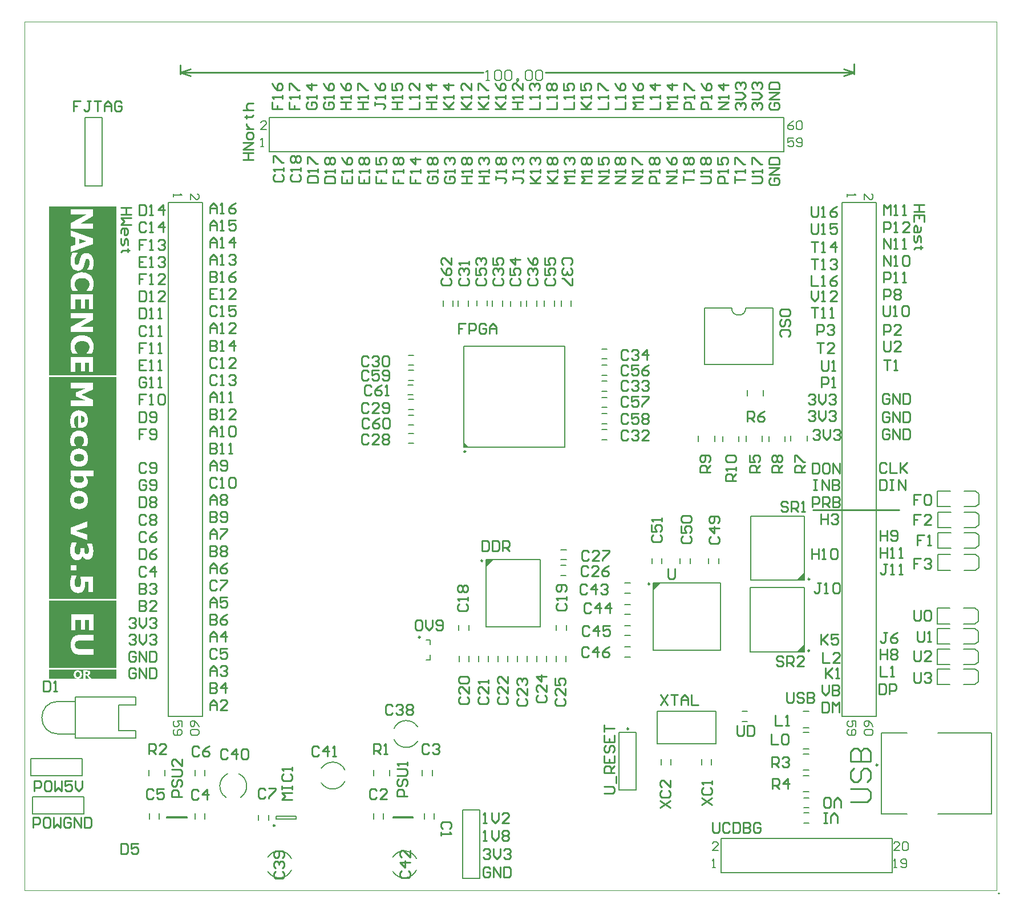
<source format=gto>
%FSLAX44Y44*%
%MOMM*%
G71*
G01*
G75*
G04 Layer_Color=65535*
%ADD10R,2.0000X4.0000*%
%ADD11R,0.4500X2.0000*%
%ADD12R,1.1000X1.7000*%
%ADD13C,0.4000*%
%ADD14R,1.7000X1.1000*%
%ADD15R,2.6000X1.1000*%
%ADD16R,1.5000X1.5000*%
%ADD17C,0.3600*%
%ADD18C,0.3000*%
%ADD19R,1.1000X2.6000*%
%ADD20R,0.6000X1.1500*%
%ADD21R,1.1500X0.7500*%
%ADD22R,2.0000X2.0000*%
%ADD23C,2.0000*%
%ADD24C,0.2540*%
%ADD25C,0.3048*%
%ADD26C,0.1000*%
%ADD27C,1.0000*%
%ADD28C,0.4000*%
%ADD29C,2.0000*%
%ADD30C,0.5080*%
%ADD31C,0.2000*%
%ADD32C,0.5000*%
%ADD33C,1.5240*%
%ADD34C,1.5000*%
%ADD35R,1.5000X1.5000*%
%ADD36C,3.8000*%
%ADD37C,1.6000*%
%ADD38R,1.6000X1.6000*%
%ADD39R,1.8500X1.8500*%
%ADD40C,1.8500*%
%ADD41R,1.3500X1.3500*%
%ADD42C,1.3500*%
%ADD43R,1.3500X1.3500*%
%ADD44C,1.7780*%
%ADD45C,1.0000*%
%ADD46C,1.2700*%
%ADD47C,7.0000*%
%ADD48C,1.0160*%
%ADD49C,1.1620*%
%ADD50C,1.3000*%
%ADD51C,2.7000*%
%ADD52C,1.3200*%
%ADD53C,1.2000*%
%ADD54C,1.6700*%
%ADD55C,0.9000*%
%ADD56C,0.6500*%
%ADD57C,5.4000*%
%ADD58C,0.3000*%
%ADD59C,0.0025*%
G04:AMPARAMS|DCode=60|XSize=1.7mm|YSize=1.1mm|CornerRadius=0mm|HoleSize=0mm|Usage=FLASHONLY|Rotation=225.000|XOffset=0mm|YOffset=0mm|HoleType=Round|Shape=Rectangle|*
%AMROTATEDRECTD60*
4,1,4,0.2121,0.9900,0.9900,0.2121,-0.2121,-0.9900,-0.9900,-0.2121,0.2121,0.9900,0.0*
%
%ADD60ROTATEDRECTD60*%

%ADD61C,3.0000*%
%ADD62C,0.2500*%
%ADD63C,0.1270*%
%ADD64C,0.1524*%
%ADD65C,0.2032*%
G36*
X658750Y527500D02*
X558750D01*
Y857500D01*
X658750D01*
Y527500D01*
D02*
G37*
G36*
Y425000D02*
X558750D01*
Y525000D01*
X658750D01*
Y425000D01*
D02*
G37*
G36*
X658750Y860096D02*
X558750D01*
Y1110250D01*
X658750D01*
Y860096D01*
D02*
G37*
G36*
Y409250D02*
X558750D01*
Y422500D01*
X658750D01*
Y409250D01*
D02*
G37*
G36*
X1680000Y449500D02*
X1670000D01*
X1680000Y459500D01*
Y449500D01*
D02*
G37*
G36*
X1180478Y753040D02*
X1174680D01*
Y758838D01*
X1180478Y753040D01*
D02*
G37*
G36*
X1208000Y576485D02*
Y586000D01*
X1217515D01*
X1208000Y576485D01*
D02*
G37*
G36*
X1455750Y541500D02*
Y551500D01*
X1465750D01*
X1455750Y541500D01*
D02*
G37*
G36*
X1680250Y555750D02*
X1670250D01*
X1680250Y565750D01*
Y555750D01*
D02*
G37*
%LPC*%
G36*
X624631Y980343D02*
X591533D01*
Y957972D01*
X597832D01*
Y972059D01*
X606230D01*
Y959079D01*
X612529D01*
Y972059D01*
X618332D01*
Y957972D01*
X624631D01*
Y980343D01*
D02*
G37*
G36*
Y952322D02*
X591533D01*
Y944725D01*
X614591D01*
X591533Y931974D01*
Y923957D01*
X624631D01*
Y931554D01*
X605658D01*
X624631Y942129D01*
Y952322D01*
D02*
G37*
G36*
X591533Y1074371D02*
Y1066049D01*
X598252Y1063988D01*
Y1053489D01*
X591533Y1051428D01*
Y1042876D01*
X624631Y1054100D01*
Y1063186D01*
X591533Y1074371D01*
D02*
G37*
G36*
X601344Y1041387D02*
X593441D01*
X593060Y1040471D01*
X592716Y1039517D01*
X592411Y1038639D01*
X592143Y1037799D01*
X592029Y1037455D01*
X591953Y1037112D01*
X591838Y1036806D01*
X591762Y1036577D01*
X591723Y1036348D01*
X591685Y1036195D01*
X591647Y1036119D01*
Y1036081D01*
X591418Y1034974D01*
X591227Y1033828D01*
X591113Y1032683D01*
X590998Y1031652D01*
Y1031194D01*
X590960Y1030736D01*
Y1030354D01*
X590922Y1030049D01*
Y1029782D01*
Y1029553D01*
Y1029438D01*
Y1029400D01*
X590960Y1028178D01*
X591036Y1027033D01*
X591189Y1025964D01*
X591380Y1024971D01*
X591609Y1024055D01*
X591876Y1023177D01*
X592143Y1022375D01*
X592411Y1021688D01*
X592678Y1021039D01*
X592945Y1020467D01*
X593212Y1020008D01*
X593441Y1019627D01*
X593632Y1019321D01*
X593785Y1019092D01*
X593861Y1018940D01*
X593899Y1018901D01*
X594472Y1018214D01*
X595121Y1017603D01*
X595770Y1017107D01*
X596419Y1016649D01*
X597068Y1016267D01*
X597755Y1015962D01*
X598366Y1015695D01*
X599015Y1015504D01*
X599588Y1015351D01*
X600122Y1015198D01*
X600619Y1015122D01*
X601038Y1015084D01*
X601382Y1015046D01*
X601611Y1015007D01*
X602451D01*
X603062Y1015084D01*
X604169Y1015275D01*
X605085Y1015542D01*
X605505Y1015695D01*
X605887Y1015847D01*
X606230Y1016000D01*
X606536Y1016153D01*
X606803Y1016305D01*
X606994Y1016420D01*
X607147Y1016535D01*
X607261Y1016611D01*
X607337Y1016649D01*
X607376Y1016687D01*
X607757Y1017031D01*
X608139Y1017374D01*
X608788Y1018176D01*
X609361Y1019054D01*
X609857Y1019856D01*
X610239Y1020619D01*
X610392Y1020963D01*
X610506Y1021230D01*
X610621Y1021459D01*
X610697Y1021650D01*
X610735Y1021765D01*
Y1021803D01*
X610964Y1022452D01*
X611155Y1023063D01*
X611346Y1023635D01*
X611460Y1024132D01*
X611575Y1024551D01*
X611651Y1024857D01*
X611728Y1025048D01*
Y1025124D01*
X611995Y1026269D01*
X612109Y1026804D01*
X612224Y1027300D01*
X612300Y1027720D01*
X612377Y1028026D01*
X612453Y1028255D01*
Y1028293D01*
Y1028331D01*
X612568Y1028789D01*
X612682Y1029209D01*
X612911Y1029934D01*
X613140Y1030545D01*
X613369Y1031041D01*
X613522Y1031385D01*
X613675Y1031614D01*
X613751Y1031767D01*
X613789Y1031805D01*
X614095Y1032110D01*
X614438Y1032301D01*
X614782Y1032454D01*
X615087Y1032569D01*
X615393Y1032645D01*
X615622Y1032683D01*
X615813D01*
X616118Y1032645D01*
X616423Y1032607D01*
X616691Y1032530D01*
X616920Y1032416D01*
X617111Y1032301D01*
X617263Y1032225D01*
X617340Y1032187D01*
X617378Y1032149D01*
X617836Y1031690D01*
X618180Y1031232D01*
X618294Y1031041D01*
X618370Y1030889D01*
X618447Y1030812D01*
Y1030774D01*
X618714Y1030087D01*
X618829Y1029782D01*
X618905Y1029514D01*
X618943Y1029285D01*
X618981Y1029133D01*
X619019Y1029018D01*
Y1028980D01*
X619134Y1028293D01*
X619172Y1027949D01*
Y1027644D01*
X619210Y1027376D01*
Y1027186D01*
Y1027033D01*
Y1026995D01*
X619172Y1025964D01*
X619058Y1024971D01*
X618867Y1024055D01*
X618676Y1023253D01*
X618561Y1022872D01*
X618447Y1022566D01*
X618370Y1022261D01*
X618294Y1022032D01*
X618218Y1021841D01*
X618141Y1021688D01*
X618103Y1021612D01*
Y1021574D01*
X617683Y1020619D01*
X617225Y1019741D01*
X616805Y1018978D01*
X616385Y1018329D01*
X616003Y1017794D01*
X615736Y1017412D01*
X615622Y1017260D01*
X615545Y1017145D01*
X615469Y1017107D01*
Y1017069D01*
Y1016305D01*
X622990D01*
X623372Y1017184D01*
X623677Y1018100D01*
X623982Y1018978D01*
X624211Y1019818D01*
X624402Y1020505D01*
X624440Y1020810D01*
X624517Y1021077D01*
X624555Y1021268D01*
X624593Y1021459D01*
X624631Y1021536D01*
Y1021574D01*
X624822Y1022643D01*
X624975Y1023712D01*
X625089Y1024704D01*
X625166Y1025582D01*
X625204Y1026002D01*
Y1026346D01*
X625242Y1026689D01*
Y1026957D01*
Y1027148D01*
Y1027300D01*
Y1027415D01*
Y1027453D01*
X625204Y1028522D01*
X625128Y1029553D01*
X624975Y1030545D01*
X624784Y1031461D01*
X624555Y1032339D01*
X624326Y1033141D01*
X624059Y1033867D01*
X623791Y1034554D01*
X623524Y1035164D01*
X623257Y1035699D01*
X623028Y1036157D01*
X622799Y1036539D01*
X622608Y1036844D01*
X622455Y1037073D01*
X622379Y1037226D01*
X622341Y1037264D01*
X621768Y1037951D01*
X621195Y1038562D01*
X620585Y1039097D01*
X619974Y1039555D01*
X619325Y1039898D01*
X618714Y1040242D01*
X618103Y1040509D01*
X617492Y1040700D01*
X616958Y1040853D01*
X616462Y1041005D01*
X616003Y1041082D01*
X615584Y1041120D01*
X615278Y1041158D01*
X615011Y1041196D01*
X614820D01*
X614209Y1041158D01*
X613598Y1041120D01*
X612491Y1040929D01*
X611499Y1040662D01*
X611079Y1040509D01*
X610659Y1040356D01*
X610315Y1040204D01*
X610010Y1040089D01*
X609743Y1039937D01*
X609514Y1039822D01*
X609323Y1039707D01*
X609208Y1039631D01*
X609132Y1039555D01*
X609094D01*
X608674Y1039211D01*
X608292Y1038829D01*
X607567Y1037990D01*
X606918Y1037073D01*
X606421Y1036157D01*
X606001Y1035355D01*
X605810Y1035012D01*
X605696Y1034668D01*
X605581Y1034401D01*
X605505Y1034210D01*
X605429Y1034096D01*
Y1034057D01*
X605047Y1032798D01*
X604856Y1032187D01*
X604703Y1031614D01*
X604589Y1031156D01*
X604512Y1030774D01*
X604474Y1030660D01*
Y1030545D01*
X604436Y1030507D01*
Y1030469D01*
X604283Y1029743D01*
X604131Y1029094D01*
X604016Y1028446D01*
X603863Y1027911D01*
X603749Y1027491D01*
X603673Y1027148D01*
X603634Y1026918D01*
X603596Y1026842D01*
X603443Y1026346D01*
X603291Y1025926D01*
X603100Y1025506D01*
X602909Y1025162D01*
X602718Y1024895D01*
X602565Y1024704D01*
X602489Y1024551D01*
X602451Y1024513D01*
X602146Y1024170D01*
X601802Y1023941D01*
X601458Y1023750D01*
X601153Y1023635D01*
X600886Y1023559D01*
X600657Y1023521D01*
X600428D01*
X600046Y1023559D01*
X599664Y1023597D01*
X599359Y1023712D01*
X599130Y1023826D01*
X598901Y1023941D01*
X598748Y1024017D01*
X598671Y1024093D01*
X598633Y1024132D01*
X598175Y1024628D01*
X597832Y1025086D01*
X597717Y1025315D01*
X597641Y1025468D01*
X597564Y1025582D01*
Y1025620D01*
X597450Y1025888D01*
X597374Y1026193D01*
X597221Y1026804D01*
X597183Y1027071D01*
X597144Y1027300D01*
X597106Y1027453D01*
Y1027491D01*
X597068Y1027911D01*
X597030Y1028255D01*
X596992Y1028598D01*
Y1028865D01*
X596954Y1029056D01*
Y1029247D01*
Y1029324D01*
Y1029362D01*
X596992Y1030431D01*
X597144Y1031461D01*
X597297Y1032454D01*
X597526Y1033332D01*
X597603Y1033752D01*
X597717Y1034096D01*
X597793Y1034401D01*
X597908Y1034668D01*
X597946Y1034897D01*
X598022Y1035050D01*
X598061Y1035164D01*
Y1035203D01*
X598519Y1036310D01*
X599053Y1037302D01*
X599588Y1038219D01*
X600122Y1039059D01*
X600389Y1039402D01*
X600619Y1039707D01*
X600809Y1040013D01*
X601000Y1040242D01*
X601153Y1040395D01*
X601268Y1040547D01*
X601306Y1040624D01*
X601344Y1040662D01*
Y1041387D01*
D02*
G37*
G36*
X608406Y1012679D02*
X608063D01*
X606574Y1012641D01*
X605162Y1012488D01*
X603863Y1012259D01*
X602642Y1011992D01*
X601497Y1011686D01*
X600466Y1011304D01*
X599511Y1010923D01*
X598671Y1010503D01*
X597908Y1010083D01*
X597259Y1009701D01*
X596686Y1009319D01*
X596228Y1009014D01*
X595846Y1008708D01*
X595617Y1008518D01*
X595426Y1008365D01*
X595388Y1008327D01*
X594587Y1007487D01*
X593899Y1006571D01*
X593289Y1005616D01*
X592792Y1004623D01*
X592334Y1003631D01*
X591991Y1002638D01*
X591685Y1001684D01*
X591456Y1000768D01*
X591265Y999890D01*
X591113Y999088D01*
X591036Y998363D01*
X590960Y997714D01*
X590922Y997217D01*
X590884Y996836D01*
Y996683D01*
Y996568D01*
Y996530D01*
Y996492D01*
Y995652D01*
X590922Y994889D01*
X590960Y994240D01*
X591036Y993705D01*
X591074Y993285D01*
X591113Y992980D01*
X591151Y992827D01*
Y992751D01*
X591342Y991720D01*
X591456Y991224D01*
X591571Y990766D01*
X591685Y990422D01*
X591762Y990117D01*
X591838Y989926D01*
Y989849D01*
X592105Y988895D01*
X592258Y988475D01*
X592411Y988131D01*
X592525Y987826D01*
X592640Y987559D01*
X592678Y987406D01*
X592716Y987368D01*
X592907Y986910D01*
X593098Y986528D01*
X593289Y986146D01*
X593441Y985841D01*
X593556Y985574D01*
X593632Y985383D01*
X593709Y985268D01*
Y985230D01*
X601497D01*
Y985993D01*
X601077Y986490D01*
X600657Y986986D01*
X600504Y987177D01*
X600351Y987330D01*
X600275Y987444D01*
X600237Y987482D01*
X599740Y988131D01*
X599511Y988475D01*
X599282Y988780D01*
X599130Y989048D01*
X598977Y989239D01*
X598901Y989391D01*
X598862Y989429D01*
X598633Y989849D01*
X598404Y990269D01*
X598213Y990689D01*
X598022Y991071D01*
X597870Y991415D01*
X597755Y991682D01*
X597717Y991873D01*
X597679Y991949D01*
X597488Y992522D01*
X597374Y993056D01*
X597259Y993591D01*
X597221Y994087D01*
X597183Y994469D01*
X597144Y994812D01*
Y995003D01*
Y995041D01*
Y995079D01*
X597183Y995652D01*
X597221Y996225D01*
X597297Y996759D01*
X597412Y997255D01*
X597526Y997675D01*
X597603Y997981D01*
X597641Y998172D01*
X597679Y998248D01*
X597908Y998821D01*
X598213Y999355D01*
X598481Y999852D01*
X598786Y1000271D01*
X599053Y1000615D01*
X599282Y1000882D01*
X599435Y1001035D01*
X599473Y1001111D01*
X600008Y1001569D01*
X600542Y1002028D01*
X601115Y1002371D01*
X601649Y1002715D01*
X602107Y1002944D01*
X602489Y1003135D01*
X602642Y1003211D01*
X602756Y1003249D01*
X602794Y1003287D01*
X602833D01*
X603673Y1003555D01*
X604512Y1003745D01*
X605391Y1003898D01*
X606230Y1003975D01*
X606956Y1004051D01*
X607261D01*
X607528Y1004089D01*
X608025D01*
X609094Y1004051D01*
X610048Y1003975D01*
X610926Y1003860D01*
X611651Y1003707D01*
X611995Y1003631D01*
X612262Y1003555D01*
X612529Y1003516D01*
X612720Y1003440D01*
X612873Y1003402D01*
X612988Y1003364D01*
X613064Y1003326D01*
X613102D01*
X613866Y1003020D01*
X614553Y1002676D01*
X615125Y1002333D01*
X615622Y1002028D01*
X616003Y1001722D01*
X616271Y1001493D01*
X616462Y1001340D01*
X616500Y1001302D01*
X616996Y1000768D01*
X617416Y1000271D01*
X617760Y999775D01*
X618027Y999355D01*
X618218Y998973D01*
X618370Y998706D01*
X618447Y998515D01*
X618485Y998439D01*
X618676Y997866D01*
X618829Y997255D01*
X618905Y996721D01*
X618981Y996187D01*
X619019Y995767D01*
X619058Y995423D01*
Y995194D01*
Y995156D01*
Y995118D01*
X619019Y994583D01*
X618981Y994049D01*
X618905Y993552D01*
X618829Y993132D01*
X618714Y992751D01*
X618638Y992484D01*
X618600Y992331D01*
X618561Y992254D01*
X618370Y991720D01*
X618180Y991262D01*
X617951Y990804D01*
X617760Y990422D01*
X617607Y990117D01*
X617454Y989849D01*
X617378Y989697D01*
X617340Y989658D01*
X616843Y988857D01*
X616576Y988513D01*
X616347Y988208D01*
X616156Y987941D01*
X616003Y987750D01*
X615927Y987635D01*
X615889Y987597D01*
X615393Y986986D01*
X615202Y986719D01*
X615011Y986490D01*
X614858Y986337D01*
X614744Y986223D01*
X614706Y986146D01*
X614667Y986108D01*
Y985230D01*
X622532D01*
X622684Y985574D01*
X622875Y985917D01*
X623028Y986299D01*
X623181Y986643D01*
X623333Y986948D01*
X623448Y987177D01*
X623486Y987330D01*
X623524Y987406D01*
X623753Y987902D01*
X623944Y988361D01*
X624097Y988780D01*
X624211Y989162D01*
X624326Y989468D01*
X624402Y989697D01*
X624440Y989849D01*
Y989887D01*
X624708Y990956D01*
X624822Y991491D01*
X624937Y991949D01*
X625013Y992331D01*
X625051Y992636D01*
X625089Y992827D01*
Y992903D01*
X625166Y993514D01*
X625242Y994125D01*
X625280Y994698D01*
Y995270D01*
X625318Y995729D01*
Y996110D01*
Y996263D01*
Y996377D01*
Y996416D01*
Y996454D01*
X625280Y997828D01*
X625128Y999088D01*
X624898Y1000310D01*
X624593Y1001455D01*
X624250Y1002486D01*
X623830Y1003478D01*
X623410Y1004356D01*
X622990Y1005158D01*
X622532Y1005883D01*
X622112Y1006494D01*
X621730Y1007029D01*
X621348Y1007487D01*
X621043Y1007830D01*
X620814Y1008098D01*
X620661Y1008250D01*
X620623Y1008288D01*
X619707Y1009052D01*
X618752Y1009739D01*
X617721Y1010312D01*
X616691Y1010808D01*
X615622Y1011266D01*
X614591Y1011610D01*
X613560Y1011915D01*
X612568Y1012144D01*
X611651Y1012297D01*
X610812Y1012450D01*
X610048Y1012526D01*
X609361Y1012602D01*
X608826Y1012641D01*
X608406Y1012679D01*
D02*
G37*
G36*
X601934Y421852D02*
X601809D01*
X601282Y421838D01*
X600783Y421783D01*
X600325Y421700D01*
X599881Y421589D01*
X599479Y421464D01*
X599104Y421325D01*
X598772Y421173D01*
X598467Y421020D01*
X598189Y420854D01*
X597953Y420701D01*
X597759Y420563D01*
X597593Y420438D01*
X597454Y420327D01*
X597371Y420243D01*
X597302Y420188D01*
X597288Y420174D01*
X596996Y419841D01*
X596747Y419495D01*
X596539Y419134D01*
X596345Y418760D01*
X596192Y418371D01*
X596067Y417997D01*
X595956Y417622D01*
X595873Y417262D01*
X595804Y416929D01*
X595748Y416610D01*
X595721Y416333D01*
X595693Y416083D01*
X595679Y415889D01*
X595665Y415806D01*
Y415736D01*
Y415681D01*
Y415639D01*
Y415625D01*
Y415611D01*
X595679Y415084D01*
X595734Y414599D01*
X595818Y414128D01*
X595915Y413698D01*
X596040Y413296D01*
X596178Y412921D01*
X596331Y412574D01*
X596483Y412269D01*
X596622Y411992D01*
X596775Y411756D01*
X596913Y411548D01*
X597038Y411382D01*
X597135Y411257D01*
X597218Y411160D01*
X597274Y411090D01*
X597288Y411077D01*
X597607Y410785D01*
X597953Y410522D01*
X598314Y410300D01*
X598689Y410106D01*
X599063Y409939D01*
X599437Y409814D01*
X599812Y409703D01*
X600159Y409607D01*
X600505Y409537D01*
X600810Y409482D01*
X601088Y409454D01*
X601337Y409426D01*
X601531Y409412D01*
X601615Y409398D01*
X601809D01*
X602336Y409412D01*
X602835Y409468D01*
X603293Y409551D01*
X603737Y409662D01*
X604139Y409787D01*
X604513Y409925D01*
X604846Y410078D01*
X605151Y410244D01*
X605429Y410397D01*
X605664Y410550D01*
X605858Y410688D01*
X606025Y410813D01*
X606163Y410924D01*
X606261Y411007D01*
X606316Y411063D01*
X606330Y411077D01*
X606621Y411409D01*
X606871Y411756D01*
X607093Y412117D01*
X607273Y412491D01*
X607439Y412865D01*
X607564Y413254D01*
X607675Y413614D01*
X607758Y413975D01*
X607828Y414308D01*
X607883Y414613D01*
X607911Y414904D01*
X607939Y415140D01*
X607953Y415334D01*
X607966Y415487D01*
Y415542D01*
Y415584D01*
Y415598D01*
Y415611D01*
X607953Y416138D01*
X607897Y416638D01*
X607814Y417109D01*
X607703Y417539D01*
X607578Y417955D01*
X607439Y418330D01*
X607301Y418662D01*
X607148Y418982D01*
X606982Y419245D01*
X606843Y419495D01*
X606704Y419703D01*
X606580Y419869D01*
X606469Y419994D01*
X606385Y420091D01*
X606330Y420160D01*
X606316Y420174D01*
X605997Y420465D01*
X605650Y420729D01*
X605290Y420951D01*
X604915Y421145D01*
X604541Y421311D01*
X604166Y421436D01*
X603806Y421547D01*
X603445Y421644D01*
X603112Y421714D01*
X602807Y421769D01*
X602530Y421797D01*
X602280Y421824D01*
X602086Y421838D01*
X601934Y421852D01*
D02*
G37*
G36*
X624860Y504835D02*
X591953D01*
Y481051D01*
X598328D01*
Y496360D01*
X606459D01*
Y482158D01*
X612835D01*
Y496360D01*
X618485D01*
Y481051D01*
X624860D01*
Y504835D01*
D02*
G37*
G36*
Y474408D02*
X603825D01*
X602718Y474370D01*
X601687Y474255D01*
X600695Y474065D01*
X599817Y473836D01*
X598977Y473568D01*
X598213Y473263D01*
X597526Y472919D01*
X596877Y472576D01*
X596343Y472232D01*
X595846Y471889D01*
X595465Y471583D01*
X595121Y471316D01*
X594854Y471087D01*
X594663Y470896D01*
X594548Y470782D01*
X594510Y470743D01*
X593938Y470018D01*
X593441Y469216D01*
X593021Y468376D01*
X592640Y467460D01*
X592334Y466582D01*
X592067Y465666D01*
X591838Y464750D01*
X591685Y463910D01*
X591533Y463070D01*
X591456Y462306D01*
X591380Y461619D01*
X591303Y461008D01*
Y460512D01*
X591265Y460130D01*
Y460016D01*
Y459901D01*
Y459863D01*
Y459825D01*
X591303Y458527D01*
X591418Y457267D01*
X591571Y456122D01*
X591762Y455091D01*
X592029Y454099D01*
X592296Y453182D01*
X592602Y452381D01*
X592907Y451655D01*
X593174Y451006D01*
X593479Y450472D01*
X593747Y449976D01*
X594014Y449594D01*
X594205Y449288D01*
X594358Y449097D01*
X594472Y448945D01*
X594510Y448907D01*
X595159Y448257D01*
X595846Y447685D01*
X596572Y447189D01*
X597335Y446730D01*
X598137Y446387D01*
X598901Y446082D01*
X599664Y445814D01*
X600389Y445623D01*
X601115Y445471D01*
X601764Y445356D01*
X602336Y445280D01*
X602871Y445204D01*
X603291D01*
X603596Y445165D01*
X624860D01*
Y453640D01*
X603634D01*
X603062Y453717D01*
X602489Y453793D01*
X601993Y453870D01*
X601535Y453984D01*
X601077Y454099D01*
X600733Y454251D01*
X600389Y454366D01*
X600084Y454518D01*
X599817Y454671D01*
X599626Y454786D01*
X599435Y454900D01*
X599320Y454977D01*
X599206Y455053D01*
X599168Y455129D01*
X599130D01*
X598862Y455435D01*
X598595Y455740D01*
X598213Y456504D01*
X597908Y457267D01*
X597717Y458031D01*
X597603Y458718D01*
X597564Y459023D01*
Y459291D01*
X597526Y459520D01*
Y459672D01*
Y459787D01*
Y459825D01*
X597564Y460398D01*
X597603Y460970D01*
X597679Y461466D01*
X597793Y461925D01*
X597908Y462345D01*
X598061Y462726D01*
X598213Y463070D01*
X598366Y463375D01*
X598671Y463872D01*
X598939Y464253D01*
X599130Y464444D01*
X599206Y464521D01*
X599550Y464750D01*
X599893Y464979D01*
X600695Y465322D01*
X601535Y465589D01*
X602375Y465742D01*
X603138Y465857D01*
X603443Y465895D01*
X603711D01*
X603978Y465933D01*
X624860D01*
Y474408D01*
D02*
G37*
G36*
X608406Y919185D02*
X608063D01*
X606574Y919147D01*
X605162Y918994D01*
X603863Y918765D01*
X602642Y918498D01*
X601497Y918193D01*
X600466Y917811D01*
X599511Y917429D01*
X598671Y917009D01*
X597908Y916589D01*
X597259Y916207D01*
X596686Y915826D01*
X596228Y915520D01*
X595846Y915215D01*
X595617Y915024D01*
X595426Y914871D01*
X595388Y914833D01*
X594587Y913993D01*
X593899Y913077D01*
X593289Y912123D01*
X592792Y911130D01*
X592334Y910137D01*
X591991Y909145D01*
X591685Y908190D01*
X591456Y907274D01*
X591265Y906396D01*
X591113Y905594D01*
X591036Y904869D01*
X590960Y904220D01*
X590922Y903724D01*
X590884Y903342D01*
Y903189D01*
Y903075D01*
Y903037D01*
Y902999D01*
Y902159D01*
X590922Y901395D01*
X590960Y900746D01*
X591036Y900212D01*
X591074Y899792D01*
X591113Y899486D01*
X591151Y899334D01*
Y899257D01*
X591342Y898226D01*
X591456Y897730D01*
X591571Y897272D01*
X591685Y896928D01*
X591762Y896623D01*
X591838Y896432D01*
Y896356D01*
X592105Y895401D01*
X592258Y894982D01*
X592411Y894638D01*
X592525Y894333D01*
X592640Y894065D01*
X592678Y893913D01*
X592716Y893874D01*
X592907Y893416D01*
X593098Y893035D01*
X593289Y892653D01*
X593441Y892347D01*
X593556Y892080D01*
X593632Y891889D01*
X593709Y891775D01*
Y891737D01*
X601497D01*
Y892500D01*
X601077Y892996D01*
X600657Y893493D01*
X600504Y893683D01*
X600351Y893836D01*
X600275Y893951D01*
X600237Y893989D01*
X599740Y894638D01*
X599511Y894982D01*
X599282Y895287D01*
X599130Y895554D01*
X598977Y895745D01*
X598901Y895898D01*
X598862Y895936D01*
X598633Y896356D01*
X598404Y896776D01*
X598213Y897196D01*
X598022Y897578D01*
X597870Y897921D01*
X597755Y898188D01*
X597717Y898379D01*
X597679Y898456D01*
X597488Y899028D01*
X597374Y899563D01*
X597259Y900097D01*
X597221Y900593D01*
X597183Y900975D01*
X597144Y901319D01*
Y901510D01*
Y901548D01*
Y901586D01*
X597183Y902159D01*
X597221Y902731D01*
X597297Y903266D01*
X597412Y903762D01*
X597526Y904182D01*
X597603Y904487D01*
X597641Y904678D01*
X597679Y904755D01*
X597908Y905327D01*
X598213Y905862D01*
X598481Y906358D01*
X598786Y906778D01*
X599053Y907122D01*
X599282Y907389D01*
X599435Y907541D01*
X599473Y907618D01*
X600008Y908076D01*
X600542Y908534D01*
X601115Y908878D01*
X601649Y909221D01*
X602107Y909450D01*
X602489Y909641D01*
X602642Y909717D01*
X602756Y909756D01*
X602794Y909794D01*
X602833D01*
X603673Y910061D01*
X604512Y910252D01*
X605391Y910405D01*
X606230Y910481D01*
X606956Y910557D01*
X607261D01*
X607528Y910595D01*
X608025D01*
X609094Y910557D01*
X610048Y910481D01*
X610926Y910367D01*
X611651Y910214D01*
X611995Y910137D01*
X612262Y910061D01*
X612529Y910023D01*
X612720Y909947D01*
X612873Y909908D01*
X612988Y909870D01*
X613064Y909832D01*
X613102D01*
X613866Y909527D01*
X614553Y909183D01*
X615125Y908839D01*
X615622Y908534D01*
X616003Y908229D01*
X616271Y908000D01*
X616462Y907847D01*
X616500Y907809D01*
X616996Y907274D01*
X617416Y906778D01*
X617760Y906282D01*
X618027Y905862D01*
X618218Y905480D01*
X618370Y905213D01*
X618447Y905022D01*
X618485Y904946D01*
X618676Y904373D01*
X618829Y903762D01*
X618905Y903227D01*
X618981Y902693D01*
X619019Y902273D01*
X619058Y901929D01*
Y901701D01*
Y901662D01*
Y901624D01*
X619019Y901090D01*
X618981Y900555D01*
X618905Y900059D01*
X618829Y899639D01*
X618714Y899257D01*
X618638Y898990D01*
X618600Y898837D01*
X618561Y898761D01*
X618370Y898226D01*
X618180Y897768D01*
X617951Y897310D01*
X617760Y896928D01*
X617607Y896623D01*
X617454Y896356D01*
X617378Y896203D01*
X617340Y896165D01*
X616843Y895363D01*
X616576Y895020D01*
X616347Y894714D01*
X616156Y894447D01*
X616003Y894256D01*
X615927Y894142D01*
X615889Y894103D01*
X615393Y893493D01*
X615202Y893225D01*
X615011Y892996D01*
X614858Y892844D01*
X614744Y892729D01*
X614706Y892653D01*
X614667Y892615D01*
Y891737D01*
X622532D01*
X622684Y892080D01*
X622875Y892424D01*
X623028Y892805D01*
X623181Y893149D01*
X623333Y893454D01*
X623448Y893683D01*
X623486Y893836D01*
X623524Y893913D01*
X623753Y894409D01*
X623944Y894867D01*
X624097Y895287D01*
X624211Y895669D01*
X624326Y895974D01*
X624402Y896203D01*
X624440Y896356D01*
Y896394D01*
X624708Y897463D01*
X624822Y897997D01*
X624937Y898456D01*
X625013Y898837D01*
X625051Y899143D01*
X625089Y899334D01*
Y899410D01*
X625166Y900021D01*
X625242Y900631D01*
X625280Y901204D01*
Y901777D01*
X625318Y902235D01*
Y902617D01*
Y902769D01*
Y902884D01*
Y902922D01*
Y902960D01*
X625280Y904335D01*
X625128Y905594D01*
X624898Y906816D01*
X624593Y907961D01*
X624250Y908992D01*
X623830Y909985D01*
X623410Y910863D01*
X622990Y911665D01*
X622532Y912390D01*
X622112Y913001D01*
X621730Y913535D01*
X621348Y913993D01*
X621043Y914337D01*
X620814Y914604D01*
X620661Y914757D01*
X620623Y914795D01*
X619707Y915558D01*
X618752Y916246D01*
X617721Y916818D01*
X616691Y917315D01*
X615622Y917773D01*
X614591Y918116D01*
X613560Y918422D01*
X612568Y918651D01*
X611651Y918803D01*
X610812Y918956D01*
X610048Y919033D01*
X609361Y919109D01*
X608826Y919147D01*
X608406Y919185D01*
D02*
G37*
G36*
X624631Y886850D02*
X591533D01*
Y864479D01*
X597832D01*
Y878566D01*
X606230D01*
Y865586D01*
X612529D01*
Y878566D01*
X618332D01*
Y864479D01*
X624631D01*
Y886850D01*
D02*
G37*
G36*
X615858Y421603D02*
X610324D01*
Y409648D01*
X613403D01*
Y414030D01*
X614817D01*
X618063Y409648D01*
X621835D01*
X617841Y414766D01*
X618243Y414987D01*
X618590Y415223D01*
X618895Y415445D01*
X619144Y415667D01*
X619338Y415861D01*
X619477Y416014D01*
X619519Y416069D01*
X619560Y416111D01*
X619588Y416138D01*
Y416152D01*
X619699Y416319D01*
X619796Y416485D01*
X619949Y416846D01*
X620060Y417206D01*
X620129Y417553D01*
X620157Y417706D01*
X620185Y417844D01*
X620198Y417983D01*
Y418094D01*
X620212Y418191D01*
Y418260D01*
Y418302D01*
Y418316D01*
X620198Y418662D01*
X620157Y418968D01*
X620087Y419245D01*
X620018Y419467D01*
X619935Y419661D01*
X619879Y419800D01*
X619852Y419841D01*
X619824Y419883D01*
X619810Y419897D01*
Y419911D01*
X619644Y420133D01*
X619477Y420341D01*
X619297Y420521D01*
X619131Y420673D01*
X618978Y420784D01*
X618853Y420882D01*
X618770Y420937D01*
X618756Y420951D01*
X618742D01*
X618493Y421090D01*
X618243Y421200D01*
X617993Y421297D01*
X617785Y421367D01*
X617591Y421422D01*
X617439Y421450D01*
X617383Y421464D01*
X617341Y421478D01*
X617314D01*
X617023Y421519D01*
X616703Y421547D01*
X616398Y421575D01*
X616107Y421589D01*
X615858Y421603D01*
D02*
G37*
G36*
X624631Y1105867D02*
X591533D01*
Y1098270D01*
X614591D01*
X591533Y1085519D01*
Y1077502D01*
X624631D01*
Y1085099D01*
X605658D01*
X624631Y1095674D01*
Y1105867D01*
D02*
G37*
G36*
X625547Y718174D02*
X591189D01*
Y710538D01*
X592411Y710195D01*
X592105Y709660D01*
X591876Y709126D01*
X591647Y708629D01*
X591456Y708171D01*
X591342Y707790D01*
X591227Y707484D01*
X591189Y707293D01*
X591151Y707217D01*
X590998Y706606D01*
X590883Y705995D01*
X590807Y705385D01*
X590769Y704812D01*
X590731Y704315D01*
X590693Y703896D01*
Y703743D01*
Y703628D01*
Y703590D01*
Y703552D01*
X590731Y702674D01*
X590845Y701796D01*
X591036Y700994D01*
X591265Y700231D01*
X591533Y699544D01*
X591838Y698856D01*
X592182Y698245D01*
X592525Y697673D01*
X592869Y697177D01*
X593212Y696757D01*
X593518Y696375D01*
X593785Y696031D01*
X594014Y695802D01*
X594205Y695611D01*
X594319Y695497D01*
X594358Y695459D01*
X595083Y694886D01*
X595846Y694390D01*
X596610Y693970D01*
X597412Y693588D01*
X598213Y693283D01*
X599015Y693015D01*
X599779Y692786D01*
X600504Y692634D01*
X601229Y692481D01*
X601878Y692366D01*
X602451Y692328D01*
X602947Y692252D01*
X603329D01*
X603634Y692214D01*
X603902D01*
X605009Y692252D01*
X606040Y692328D01*
X606994Y692443D01*
X607910Y692595D01*
X608750Y692824D01*
X609514Y693015D01*
X610201Y693244D01*
X610850Y693474D01*
X611422Y693741D01*
X611919Y693970D01*
X612339Y694161D01*
X612682Y694352D01*
X612949Y694542D01*
X613140Y694657D01*
X613255Y694733D01*
X613293Y694771D01*
X613904Y695268D01*
X614400Y695802D01*
X614858Y696375D01*
X615240Y696986D01*
X615583Y697597D01*
X615851Y698207D01*
X616080Y698780D01*
X616271Y699353D01*
X616423Y699887D01*
X616500Y700422D01*
X616576Y700842D01*
X616652Y701261D01*
Y701567D01*
X616691Y701834D01*
Y701987D01*
Y702025D01*
X616652Y702941D01*
X616538Y703781D01*
X616385Y704545D01*
X616232Y705194D01*
X616080Y705728D01*
X615927Y706110D01*
X615851Y706263D01*
X615813Y706377D01*
X615774Y706415D01*
Y706453D01*
X615393Y707179D01*
X615011Y707828D01*
X614629Y708477D01*
X614247Y709049D01*
X613904Y709508D01*
X613637Y709889D01*
X613484Y710118D01*
X613408Y710156D01*
Y710195D01*
X625547D01*
Y718174D01*
D02*
G37*
G36*
X603825Y688320D02*
X603558D01*
X602451Y688281D01*
X601382Y688167D01*
X600389Y687976D01*
X599473Y687747D01*
X598633Y687480D01*
X597832Y687213D01*
X597106Y686869D01*
X596457Y686525D01*
X595885Y686220D01*
X595388Y685876D01*
X594930Y685609D01*
X594587Y685304D01*
X594319Y685113D01*
X594090Y684922D01*
X593976Y684808D01*
X593938Y684769D01*
X593327Y684082D01*
X592792Y683319D01*
X592296Y682517D01*
X591914Y681715D01*
X591571Y680875D01*
X591265Y680035D01*
X591036Y679196D01*
X590883Y678432D01*
X590731Y677669D01*
X590616Y676981D01*
X590540Y676332D01*
X590464Y675798D01*
Y675340D01*
X590425Y674996D01*
Y674805D01*
Y674729D01*
X590464Y673546D01*
X590578Y672438D01*
X590769Y671408D01*
X590960Y670453D01*
X591227Y669537D01*
X591533Y668735D01*
X591838Y667972D01*
X592182Y667323D01*
X592525Y666712D01*
X592831Y666178D01*
X593136Y665758D01*
X593403Y665376D01*
X593632Y665109D01*
X593785Y664880D01*
X593899Y664765D01*
X593938Y664727D01*
X594625Y664078D01*
X595350Y663543D01*
X596114Y663047D01*
X596915Y662665D01*
X597717Y662322D01*
X598519Y662016D01*
X599320Y661787D01*
X600084Y661596D01*
X600771Y661444D01*
X601458Y661329D01*
X602031Y661253D01*
X602565Y661176D01*
X602985D01*
X603291Y661138D01*
X603558D01*
X604665Y661176D01*
X605734Y661291D01*
X606727Y661482D01*
X607643Y661673D01*
X608521Y661978D01*
X609285Y662245D01*
X610010Y662589D01*
X610697Y662894D01*
X611270Y663238D01*
X611766Y663581D01*
X612224Y663849D01*
X612568Y664116D01*
X612835Y664345D01*
X613064Y664536D01*
X613178Y664650D01*
X613217Y664689D01*
X613827Y665376D01*
X614400Y666139D01*
X614858Y666941D01*
X615278Y667743D01*
X615622Y668583D01*
X615889Y669423D01*
X616118Y670262D01*
X616309Y671026D01*
X616462Y671789D01*
X616576Y672477D01*
X616652Y673126D01*
X616729Y673660D01*
Y674118D01*
X616767Y674424D01*
Y674653D01*
Y674729D01*
X616729Y675912D01*
X616614Y676981D01*
X616462Y678050D01*
X616232Y679005D01*
X615965Y679883D01*
X615660Y680723D01*
X615354Y681448D01*
X615011Y682135D01*
X614667Y682746D01*
X614362Y683242D01*
X614057Y683700D01*
X613789Y684082D01*
X613598Y684349D01*
X613408Y684578D01*
X613293Y684693D01*
X613255Y684731D01*
X612568Y685380D01*
X611842Y685915D01*
X611041Y686411D01*
X610277Y686793D01*
X609437Y687136D01*
X608635Y687442D01*
X607872Y687671D01*
X607108Y687862D01*
X606383Y688014D01*
X605696Y688129D01*
X605085Y688205D01*
X604589Y688243D01*
X604169Y688281D01*
X603825Y688320D01*
D02*
G37*
G36*
X603711Y807697D02*
X603443D01*
X602298Y807658D01*
X601229Y807506D01*
X600237Y807315D01*
X599320Y807086D01*
X598481Y806780D01*
X597679Y806437D01*
X596954Y806093D01*
X596305Y805712D01*
X595732Y805330D01*
X595236Y804986D01*
X594816Y804643D01*
X594472Y804337D01*
X594205Y804108D01*
X594014Y803879D01*
X593899Y803764D01*
X593861Y803726D01*
X593289Y802925D01*
X592754Y802085D01*
X592334Y801207D01*
X591953Y800252D01*
X591609Y799336D01*
X591342Y798382D01*
X591151Y797427D01*
X590960Y796511D01*
X590807Y795671D01*
X590731Y794870D01*
X590654Y794144D01*
X590578Y793533D01*
Y793037D01*
X590540Y792655D01*
Y792503D01*
Y792388D01*
Y792350D01*
Y792312D01*
X590578Y791243D01*
X590616Y790250D01*
X590693Y789372D01*
X590807Y788570D01*
X590845Y788265D01*
X590883Y787960D01*
X590922Y787692D01*
X590960Y787463D01*
X590998Y787272D01*
Y787158D01*
X591036Y787082D01*
Y787043D01*
X591227Y786127D01*
X591456Y785211D01*
X591723Y784371D01*
X591991Y783569D01*
X592220Y782920D01*
X592296Y782615D01*
X592372Y782386D01*
X592449Y782195D01*
X592525Y782042D01*
X592563Y781966D01*
Y781928D01*
X598977D01*
Y782844D01*
X598595Y783378D01*
X598213Y783989D01*
X597870Y784600D01*
X597603Y785211D01*
X597335Y785745D01*
X597144Y786165D01*
X597068Y786318D01*
X597030Y786432D01*
X596992Y786509D01*
Y786547D01*
X596686Y787425D01*
X596457Y788303D01*
X596305Y789143D01*
X596190Y789868D01*
X596114Y790517D01*
Y790785D01*
X596076Y791014D01*
Y791166D01*
Y791319D01*
Y791395D01*
Y791434D01*
Y792159D01*
X596152Y792846D01*
X596228Y793457D01*
X596305Y794068D01*
X596419Y794602D01*
X596572Y795098D01*
X596686Y795518D01*
X596839Y795938D01*
X596992Y796282D01*
X597106Y796587D01*
X597259Y796855D01*
X597374Y797084D01*
X597450Y797236D01*
X597526Y797351D01*
X597603Y797427D01*
Y797466D01*
X597908Y797809D01*
X598251Y798153D01*
X598595Y798420D01*
X598977Y798649D01*
X599740Y799031D01*
X600466Y799298D01*
X601115Y799489D01*
X601420Y799527D01*
X601649Y799603D01*
X601878D01*
X602031Y799641D01*
X602146D01*
Y781470D01*
X604894D01*
X605925Y781508D01*
X606917Y781584D01*
X607834Y781737D01*
X608674Y781928D01*
X609475Y782195D01*
X610201Y782424D01*
X610850Y782729D01*
X611422Y782997D01*
X611957Y783264D01*
X612415Y783569D01*
X612797Y783798D01*
X613102Y784027D01*
X613369Y784257D01*
X613522Y784409D01*
X613637Y784486D01*
X613675Y784524D01*
X614209Y785135D01*
X614706Y785783D01*
X615125Y786509D01*
X615469Y787234D01*
X615774Y787998D01*
X616003Y788761D01*
X616232Y789487D01*
X616385Y790212D01*
X616500Y790937D01*
X616614Y791548D01*
X616691Y792159D01*
X616729Y792655D01*
Y793075D01*
X616767Y793381D01*
Y793571D01*
Y793648D01*
X616729Y794831D01*
X616614Y795977D01*
X616423Y797007D01*
X616194Y798000D01*
X615927Y798916D01*
X615622Y799794D01*
X615316Y800558D01*
X614973Y801245D01*
X614629Y801856D01*
X614324Y802428D01*
X614018Y802887D01*
X613751Y803268D01*
X613522Y803574D01*
X613331Y803764D01*
X613217Y803917D01*
X613178Y803955D01*
X612491Y804604D01*
X611728Y805177D01*
X610964Y805673D01*
X610163Y806132D01*
X609323Y806475D01*
X608521Y806780D01*
X607719Y807048D01*
X606956Y807239D01*
X606230Y807391D01*
X605581Y807506D01*
X604971Y807582D01*
X604474Y807620D01*
X604054Y807658D01*
X603711Y807697D01*
D02*
G37*
G36*
X603825Y751043D02*
X603558D01*
X602451Y751005D01*
X601382Y750891D01*
X600389Y750700D01*
X599473Y750471D01*
X598633Y750203D01*
X597832Y749936D01*
X597106Y749593D01*
X596457Y749249D01*
X595885Y748943D01*
X595388Y748600D01*
X594930Y748333D01*
X594587Y748027D01*
X594319Y747836D01*
X594090Y747645D01*
X593976Y747531D01*
X593938Y747493D01*
X593327Y746806D01*
X592792Y746042D01*
X592296Y745240D01*
X591914Y744439D01*
X591571Y743599D01*
X591265Y742759D01*
X591036Y741919D01*
X590883Y741156D01*
X590731Y740392D01*
X590616Y739705D01*
X590540Y739056D01*
X590464Y738521D01*
Y738063D01*
X590425Y737720D01*
Y737529D01*
Y737452D01*
X590464Y736269D01*
X590578Y735162D01*
X590769Y734131D01*
X590960Y733177D01*
X591227Y732261D01*
X591533Y731459D01*
X591838Y730695D01*
X592182Y730046D01*
X592525Y729436D01*
X592831Y728901D01*
X593136Y728481D01*
X593403Y728099D01*
X593632Y727832D01*
X593785Y727603D01*
X593899Y727488D01*
X593938Y727450D01*
X594625Y726801D01*
X595350Y726267D01*
X596114Y725771D01*
X596915Y725389D01*
X597717Y725045D01*
X598519Y724740D01*
X599320Y724511D01*
X600084Y724320D01*
X600771Y724167D01*
X601458Y724053D01*
X602031Y723976D01*
X602565Y723900D01*
X602985D01*
X603291Y723862D01*
X603558D01*
X604665Y723900D01*
X605734Y724015D01*
X606727Y724205D01*
X607643Y724396D01*
X608521Y724702D01*
X609285Y724969D01*
X610010Y725312D01*
X610697Y725618D01*
X611270Y725961D01*
X611766Y726305D01*
X612224Y726572D01*
X612568Y726840D01*
X612835Y727068D01*
X613064Y727259D01*
X613178Y727374D01*
X613217Y727412D01*
X613827Y728099D01*
X614400Y728863D01*
X614858Y729665D01*
X615278Y730466D01*
X615622Y731306D01*
X615889Y732146D01*
X616118Y732986D01*
X616309Y733749D01*
X616462Y734513D01*
X616576Y735200D01*
X616652Y735849D01*
X616729Y736384D01*
Y736842D01*
X616767Y737147D01*
Y737376D01*
Y737452D01*
X616729Y738636D01*
X616614Y739705D01*
X616462Y740774D01*
X616232Y741728D01*
X615965Y742606D01*
X615660Y743446D01*
X615354Y744172D01*
X615011Y744859D01*
X614667Y745470D01*
X614362Y745966D01*
X614057Y746424D01*
X613789Y746806D01*
X613598Y747073D01*
X613408Y747302D01*
X613293Y747417D01*
X613255Y747455D01*
X612568Y748104D01*
X611842Y748638D01*
X611041Y749134D01*
X610277Y749516D01*
X609437Y749860D01*
X608635Y750165D01*
X607872Y750394D01*
X607108Y750585D01*
X606383Y750738D01*
X605696Y750852D01*
X605085Y750929D01*
X604589Y750967D01*
X604169Y751005D01*
X603825Y751043D01*
D02*
G37*
G36*
Y777652D02*
X603482D01*
X602298Y777614D01*
X601191Y777499D01*
X600199Y777308D01*
X599779Y777232D01*
X599359Y777117D01*
X599015Y777003D01*
X598671Y776927D01*
X598404Y776812D01*
X598175Y776736D01*
X597984Y776698D01*
X597832Y776621D01*
X597755Y776583D01*
X597717D01*
X596839Y776125D01*
X596037Y775667D01*
X595350Y775132D01*
X594777Y774636D01*
X594319Y774216D01*
X593976Y773873D01*
X593747Y773605D01*
X593709Y773567D01*
X593670Y773529D01*
X593098Y772766D01*
X592640Y771964D01*
X592220Y771200D01*
X591876Y770437D01*
X591647Y769826D01*
X591533Y769559D01*
X591456Y769330D01*
X591380Y769139D01*
X591342Y768986D01*
X591303Y768910D01*
Y768872D01*
X591036Y767841D01*
X590845Y766810D01*
X590731Y765817D01*
X590654Y764901D01*
X590616Y764481D01*
X590578Y764138D01*
Y763794D01*
X590540Y763489D01*
Y763260D01*
Y763107D01*
Y762992D01*
Y762954D01*
X590578Y762038D01*
X590616Y761198D01*
X590693Y760434D01*
X590807Y759786D01*
X590922Y759213D01*
X590960Y758984D01*
X590998Y758793D01*
X591036Y758640D01*
Y758526D01*
X591074Y758488D01*
Y758449D01*
X591265Y757686D01*
X591494Y756961D01*
X591723Y756273D01*
X591953Y755701D01*
X592143Y755204D01*
X592296Y754823D01*
X592372Y754670D01*
X592411Y754555D01*
X592449Y754517D01*
Y754479D01*
X599244D01*
Y755624D01*
X598862Y756006D01*
X598557Y756350D01*
X598442Y756502D01*
X598328Y756579D01*
X598290Y756655D01*
X598251Y756693D01*
X597908Y757151D01*
X597641Y757571D01*
X597488Y757724D01*
X597412Y757877D01*
X597374Y757953D01*
X597335Y757991D01*
X597183Y758297D01*
X597030Y758640D01*
X596763Y759289D01*
X596686Y759595D01*
X596610Y759824D01*
X596534Y759976D01*
Y760015D01*
X596343Y760931D01*
X596305Y761389D01*
X596266Y761809D01*
X596228Y762152D01*
Y762420D01*
Y762611D01*
Y762687D01*
X596266Y763260D01*
X596305Y763832D01*
X596534Y764825D01*
X596801Y765703D01*
X597144Y766390D01*
X597335Y766695D01*
X597488Y766963D01*
X597641Y767192D01*
X597793Y767344D01*
X597908Y767497D01*
X597984Y767612D01*
X598022Y767650D01*
X598061Y767688D01*
X598442Y767993D01*
X598824Y768261D01*
X599702Y768681D01*
X600580Y768986D01*
X601458Y769177D01*
X602260Y769330D01*
X602604Y769368D01*
X602909D01*
X603138Y769406D01*
X603482D01*
X604131Y769368D01*
X604703Y769330D01*
X605810Y769139D01*
X606307Y769024D01*
X606765Y768872D01*
X607147Y768719D01*
X607528Y768566D01*
X607872Y768413D01*
X608139Y768261D01*
X608406Y768108D01*
X608597Y767993D01*
X608788Y767879D01*
X608903Y767803D01*
X608941Y767726D01*
X608979D01*
X609323Y767383D01*
X609666Y767039D01*
X609934Y766619D01*
X610163Y766237D01*
X610506Y765436D01*
X610735Y764634D01*
X610888Y763947D01*
X610926Y763641D01*
X610964Y763374D01*
X611002Y763145D01*
Y762992D01*
Y762878D01*
Y762840D01*
Y762305D01*
X610964Y761847D01*
X610888Y761389D01*
X610850Y761045D01*
X610773Y760740D01*
X610697Y760511D01*
X610659Y760358D01*
Y760320D01*
X610392Y759557D01*
X610277Y759213D01*
X610163Y758907D01*
X610048Y758678D01*
X609934Y758488D01*
X609895Y758373D01*
X609857Y758335D01*
X609475Y757686D01*
X609323Y757419D01*
X609170Y757190D01*
X609017Y756999D01*
X608903Y756846D01*
X608865Y756770D01*
X608826Y756731D01*
X608445Y756273D01*
X608177Y755930D01*
X607986Y755701D01*
X607910Y755663D01*
Y755624D01*
Y754479D01*
X614667D01*
X615011Y755204D01*
X615278Y755892D01*
X615545Y756579D01*
X615736Y757190D01*
X615889Y757724D01*
X616003Y758106D01*
X616080Y758259D01*
Y758373D01*
X616118Y758449D01*
Y758488D01*
X616309Y759289D01*
X616462Y760129D01*
X616538Y760893D01*
X616614Y761618D01*
X616652Y762267D01*
X616691Y762534D01*
Y762763D01*
Y762916D01*
Y763069D01*
Y763145D01*
Y763183D01*
X616652Y764214D01*
X616576Y765245D01*
X616462Y766161D01*
X616309Y766963D01*
X616232Y767344D01*
X616156Y767650D01*
X616118Y767955D01*
X616042Y768184D01*
X616003Y768375D01*
X615965Y768528D01*
X615927Y768604D01*
Y768642D01*
X615622Y769597D01*
X615278Y770475D01*
X614896Y771277D01*
X614515Y771926D01*
X614171Y772498D01*
X614018Y772727D01*
X613904Y772918D01*
X613789Y773071D01*
X613713Y773185D01*
X613637Y773224D01*
Y773262D01*
X612988Y773987D01*
X612300Y774636D01*
X611613Y775209D01*
X610926Y775667D01*
X610353Y776049D01*
X610124Y776163D01*
X609895Y776278D01*
X609704Y776392D01*
X609590Y776469D01*
X609514Y776507D01*
X609475D01*
X608483Y776889D01*
X607490Y777156D01*
X606459Y777385D01*
X605543Y777499D01*
X605123Y777538D01*
X604703Y777576D01*
X604360Y777614D01*
X604054D01*
X603825Y777652D01*
D02*
G37*
G36*
X599855Y578143D02*
X591189D01*
Y569897D01*
X599855D01*
Y578143D01*
D02*
G37*
G36*
X599740Y562224D02*
X592449D01*
X592182Y561536D01*
X591953Y560811D01*
X591723Y560048D01*
X591533Y559361D01*
X591380Y558750D01*
X591303Y558482D01*
X591265Y558253D01*
X591227Y558063D01*
X591189Y557910D01*
X591151Y557834D01*
Y557795D01*
X590960Y556726D01*
X590807Y555619D01*
X590693Y554474D01*
X590616Y553443D01*
X590578Y552947D01*
X590540Y552527D01*
Y552107D01*
X590502Y551763D01*
Y551496D01*
Y551305D01*
Y551153D01*
Y551114D01*
X590540Y549893D01*
X590616Y548747D01*
X590769Y547755D01*
X590845Y547297D01*
X590922Y546839D01*
X590960Y546457D01*
X591036Y546113D01*
X591113Y545846D01*
X591189Y545579D01*
X591227Y545388D01*
X591265Y545235D01*
X591303Y545159D01*
Y545121D01*
X591647Y544166D01*
X592029Y543288D01*
X592449Y542487D01*
X592831Y541799D01*
X593212Y541227D01*
X593365Y540998D01*
X593518Y540807D01*
X593632Y540654D01*
X593709Y540540D01*
X593785Y540502D01*
Y540463D01*
X594396Y539814D01*
X595045Y539242D01*
X595656Y538783D01*
X596228Y538364D01*
X596763Y538058D01*
X597144Y537867D01*
X597335Y537791D01*
X597450Y537715D01*
X597488Y537676D01*
X597526D01*
X598366Y537333D01*
X599206Y537104D01*
X600008Y536913D01*
X600733Y536798D01*
X601382Y536722D01*
X601649D01*
X601878Y536684D01*
X602298D01*
X603367Y536722D01*
X604360Y536875D01*
X605200Y537027D01*
X605925Y537257D01*
X606498Y537447D01*
X606765Y537562D01*
X606956Y537638D01*
X607108Y537715D01*
X607223Y537791D01*
X607261Y537829D01*
X607299D01*
X608025Y538287D01*
X608674Y538783D01*
X609208Y539318D01*
X609666Y539814D01*
X610048Y540272D01*
X610315Y540616D01*
X610430Y540769D01*
X610506Y540883D01*
X610544Y540921D01*
Y540960D01*
X610888Y541570D01*
X611155Y542181D01*
X611422Y542792D01*
X611613Y543365D01*
X611766Y543861D01*
X611880Y544281D01*
X611957Y544434D01*
Y544510D01*
X611995Y544586D01*
Y544624D01*
X612186Y545464D01*
X612300Y546266D01*
X612415Y547106D01*
X612453Y547831D01*
X612491Y548518D01*
X612529Y548786D01*
Y549015D01*
Y549206D01*
Y549358D01*
Y549435D01*
Y549473D01*
Y550084D01*
Y550695D01*
X612491Y550962D01*
Y551153D01*
Y551305D01*
Y551343D01*
Y551725D01*
X612453Y552031D01*
Y552336D01*
Y552565D01*
X612415Y552756D01*
Y552909D01*
Y552985D01*
Y553023D01*
X617798D01*
Y537638D01*
X624097D01*
Y561002D01*
X605505D01*
Y560048D01*
X605620Y559513D01*
X605734Y558979D01*
X605849Y558444D01*
X605963Y557948D01*
X606040Y557528D01*
X606116Y557184D01*
X606154Y556955D01*
Y556917D01*
Y556879D01*
X606383Y555505D01*
X606459Y554856D01*
X606498Y554245D01*
X606536Y553749D01*
Y553367D01*
Y553214D01*
Y553100D01*
Y553061D01*
Y553023D01*
X606498Y551954D01*
X606459Y551458D01*
X606421Y550962D01*
X606345Y550580D01*
X606307Y550236D01*
X606269Y550046D01*
Y549969D01*
X606154Y549358D01*
X606040Y548824D01*
X605849Y548328D01*
X605696Y547908D01*
X605543Y547564D01*
X605429Y547297D01*
X605352Y547144D01*
X605314Y547106D01*
X604894Y546572D01*
X604474Y546152D01*
X604283Y545999D01*
X604131Y545846D01*
X604016Y545808D01*
X603978Y545770D01*
X603673Y545579D01*
X603329Y545464D01*
X602718Y545312D01*
X602451Y545274D01*
X602222Y545235D01*
X601497D01*
X601077Y545312D01*
X600695Y545350D01*
X600351Y545426D01*
X600122Y545503D01*
X599969Y545579D01*
X599855Y545617D01*
X599817Y545655D01*
X599320Y545999D01*
X598862Y546342D01*
X598710Y546495D01*
X598557Y546648D01*
X598481Y546724D01*
X598442Y546762D01*
X598137Y547144D01*
X597908Y547564D01*
X597717Y547984D01*
X597564Y548404D01*
X597450Y548786D01*
X597374Y549091D01*
X597297Y549282D01*
Y549320D01*
Y549358D01*
X597183Y549931D01*
X597106Y550504D01*
X597068Y551000D01*
X597030Y551458D01*
X596992Y551840D01*
Y552145D01*
Y552298D01*
Y552374D01*
X597030Y553214D01*
X597106Y554054D01*
X597221Y554856D01*
X597374Y555543D01*
X597526Y556154D01*
X597564Y556383D01*
X597641Y556574D01*
X597679Y556764D01*
X597717Y556879D01*
X597755Y556955D01*
Y556994D01*
X598061Y557834D01*
X598404Y558635D01*
X598748Y559399D01*
X599053Y560009D01*
X599320Y560544D01*
X599549Y560964D01*
X599626Y561117D01*
X599702Y561231D01*
X599740Y561269D01*
Y561307D01*
Y562224D01*
D02*
G37*
G36*
X624097Y848316D02*
X591189D01*
Y840337D01*
X613217D01*
X598939Y834267D01*
Y828426D01*
X613217Y822318D01*
X591189D01*
Y813843D01*
X624097D01*
Y823731D01*
X607566Y831099D01*
X624097Y838505D01*
Y848316D01*
D02*
G37*
G36*
X616003Y643081D02*
X591189Y633575D01*
Y624566D01*
X616003Y614983D01*
Y623229D01*
X598862Y628956D01*
X616003Y634720D01*
Y643081D01*
D02*
G37*
G36*
X599817Y611242D02*
X592563D01*
X592258Y610517D01*
X591991Y609753D01*
X591762Y608951D01*
X591571Y608188D01*
X591380Y607539D01*
X591303Y607234D01*
X591265Y607004D01*
X591227Y606775D01*
X591189Y606623D01*
X591151Y606546D01*
Y606508D01*
X590922Y605363D01*
X590769Y604179D01*
X590654Y602996D01*
X590578Y601889D01*
X590540Y601393D01*
Y600934D01*
Y600514D01*
X590502Y600171D01*
Y599865D01*
Y599675D01*
Y599522D01*
Y599484D01*
X590540Y598186D01*
X590616Y597040D01*
X590731Y596010D01*
X590807Y595551D01*
X590883Y595132D01*
X590922Y594750D01*
X590998Y594406D01*
X591074Y594139D01*
X591113Y593910D01*
X591151Y593719D01*
X591189Y593566D01*
X591227Y593490D01*
Y593452D01*
X591533Y592536D01*
X591876Y591696D01*
X592220Y590970D01*
X592563Y590321D01*
X592869Y589787D01*
X593136Y589405D01*
X593212Y589253D01*
X593289Y589138D01*
X593365Y589100D01*
Y589062D01*
X593938Y588374D01*
X594510Y587802D01*
X595083Y587344D01*
X595617Y586924D01*
X596076Y586618D01*
X596457Y586389D01*
X596610Y586351D01*
X596725Y586275D01*
X596763Y586236D01*
X596801D01*
X597564Y585931D01*
X598328Y585702D01*
X599053Y585549D01*
X599740Y585435D01*
X600313Y585359D01*
X600542D01*
X600771Y585320D01*
X601153D01*
X601878Y585359D01*
X602527Y585435D01*
X603062Y585511D01*
X603520Y585626D01*
X603902Y585778D01*
X604169Y585855D01*
X604360Y585931D01*
X604398Y585969D01*
X604856Y586236D01*
X605276Y586504D01*
X605658Y586809D01*
X605963Y587076D01*
X606230Y587305D01*
X606459Y587496D01*
X606574Y587649D01*
X606612Y587687D01*
X606917Y588069D01*
X607185Y588489D01*
X607414Y588871D01*
X607605Y589214D01*
X607757Y589520D01*
X607872Y589749D01*
X607910Y589902D01*
X607948Y589978D01*
X608254Y590894D01*
X608330Y591276D01*
X608445Y591658D01*
X608483Y591963D01*
X608521Y592192D01*
X608559Y592345D01*
Y592383D01*
X608865D01*
X609170Y591390D01*
X609552Y590512D01*
X610010Y589749D01*
X610468Y589100D01*
X610888Y588604D01*
X611270Y588222D01*
X611422Y588107D01*
X611537Y587993D01*
X611575Y587916D01*
X611613D01*
X612033Y587611D01*
X612453Y587344D01*
X613293Y586924D01*
X614133Y586618D01*
X614896Y586427D01*
X615545Y586275D01*
X615851Y586236D01*
X616080D01*
X616271Y586198D01*
X616538D01*
X617301Y586236D01*
X617989Y586351D01*
X618599Y586504D01*
X619096Y586656D01*
X619554Y586809D01*
X619859Y586962D01*
X620050Y587076D01*
X620126Y587115D01*
X620699Y587496D01*
X621195Y587916D01*
X621654Y588336D01*
X622035Y588794D01*
X622341Y589176D01*
X622570Y589482D01*
X622723Y589711D01*
X622761Y589749D01*
Y589787D01*
X623104Y590398D01*
X623372Y591047D01*
X623639Y591696D01*
X623830Y592268D01*
X623982Y592841D01*
X624097Y593261D01*
X624173Y593414D01*
Y593528D01*
X624211Y593605D01*
Y593643D01*
X624402Y594559D01*
X624555Y595475D01*
X624631Y596391D01*
X624708Y597231D01*
X624746Y597651D01*
Y597995D01*
X624784Y598300D01*
Y598568D01*
Y598797D01*
Y598949D01*
Y599064D01*
Y599102D01*
X624746Y600285D01*
X624669Y601431D01*
X624555Y602500D01*
X624440Y603454D01*
X624364Y603874D01*
X624326Y604256D01*
X624249Y604561D01*
X624211Y604866D01*
X624173Y605096D01*
X624135Y605248D01*
X624097Y605363D01*
Y605401D01*
X623830Y606508D01*
X623601Y607463D01*
X623333Y608302D01*
X623142Y608990D01*
X622952Y609562D01*
X622875Y609791D01*
X622799Y609944D01*
X622761Y610097D01*
X622723Y610211D01*
X622684Y610249D01*
Y610288D01*
X615583D01*
Y609486D01*
X616042Y608646D01*
X616462Y607806D01*
X616767Y607004D01*
X617072Y606279D01*
X617301Y605668D01*
X617378Y605439D01*
X617454Y605210D01*
X617492Y605019D01*
X617531Y604905D01*
X617569Y604828D01*
Y604790D01*
X617798Y603912D01*
X617989Y603072D01*
X618103Y602309D01*
X618218Y601622D01*
X618256Y601049D01*
Y600820D01*
X618294Y600629D01*
Y600476D01*
Y600362D01*
Y600324D01*
Y600285D01*
X618256Y599636D01*
Y599293D01*
X618218Y598987D01*
X618180Y598720D01*
Y598491D01*
X618141Y598338D01*
Y598300D01*
X618103Y597880D01*
X618027Y597460D01*
X617912Y597117D01*
X617836Y596811D01*
X617760Y596582D01*
X617683Y596391D01*
X617645Y596277D01*
X617607Y596239D01*
X617301Y595704D01*
X616996Y595322D01*
X616881Y595170D01*
X616767Y595055D01*
X616691Y595017D01*
X616652Y594979D01*
X616423Y594788D01*
X616156Y594674D01*
X615660Y594521D01*
X615431Y594483D01*
X615240Y594444D01*
X615087D01*
X614629Y594483D01*
X614209Y594521D01*
X613866Y594597D01*
X613560Y594674D01*
X613331Y594788D01*
X613178Y594864D01*
X613064Y594902D01*
X613026Y594941D01*
X612797Y595132D01*
X612568Y595361D01*
X612224Y595857D01*
X612109Y596048D01*
X612033Y596239D01*
X611957Y596353D01*
Y596391D01*
X611690Y597155D01*
X611613Y597537D01*
X611537Y597880D01*
X611499Y598224D01*
X611460Y598453D01*
X611422Y598606D01*
Y598682D01*
X611384Y599178D01*
Y599713D01*
Y600209D01*
X611346Y600667D01*
Y601087D01*
Y601393D01*
Y601622D01*
Y601660D01*
Y601698D01*
Y603568D01*
X605467D01*
Y601774D01*
Y600782D01*
Y600324D01*
Y599904D01*
X605429Y599522D01*
Y599255D01*
Y599064D01*
Y598987D01*
X605391Y598453D01*
X605352Y597919D01*
X605276Y597499D01*
X605238Y597079D01*
X605161Y596773D01*
X605085Y596544D01*
X605047Y596391D01*
Y596353D01*
X604894Y595971D01*
X604742Y595628D01*
X604551Y595322D01*
X604360Y595093D01*
X604169Y594902D01*
X604016Y594750D01*
X603940Y594674D01*
X603902Y594635D01*
X603596Y594406D01*
X603253Y594254D01*
X602871Y594101D01*
X602527Y594025D01*
X602184Y593986D01*
X601916Y593948D01*
X601687D01*
X601153Y593986D01*
X600695Y594025D01*
X600313Y594101D01*
X599969Y594177D01*
X599740Y594292D01*
X599549Y594368D01*
X599435Y594406D01*
X599397Y594444D01*
X598862Y594864D01*
X598481Y595284D01*
X598328Y595475D01*
X598213Y595590D01*
X598137Y595704D01*
X598099Y595742D01*
X597870Y596162D01*
X597641Y596582D01*
X597488Y597002D01*
X597374Y597422D01*
X597297Y597766D01*
X597221Y598033D01*
X597183Y598224D01*
Y598300D01*
X597106Y598835D01*
X597068Y599369D01*
X597030Y599827D01*
Y600247D01*
X596992Y600553D01*
Y600820D01*
Y600973D01*
Y601049D01*
X597030Y601889D01*
X597106Y602729D01*
X597259Y603530D01*
X597412Y604256D01*
X597526Y604905D01*
X597603Y605172D01*
X597679Y605401D01*
X597717Y605592D01*
X597755Y605745D01*
X597793Y605821D01*
Y605859D01*
X598137Y606814D01*
X598481Y607692D01*
X598786Y608455D01*
X599130Y609104D01*
X599397Y609677D01*
X599626Y610059D01*
X599702Y610211D01*
X599779Y610326D01*
X599817Y610364D01*
Y610402D01*
Y611242D01*
D02*
G37*
%LPD*%
G36*
X604360Y742759D02*
X605085Y742721D01*
X605734Y742644D01*
X606269Y742568D01*
X606727Y742492D01*
X607032Y742454D01*
X607223Y742377D01*
X607299D01*
X607834Y742225D01*
X608292Y742034D01*
X608712Y741843D01*
X609055Y741652D01*
X609323Y741499D01*
X609514Y741346D01*
X609628Y741270D01*
X609666Y741232D01*
X609972Y740927D01*
X610239Y740621D01*
X610468Y740316D01*
X610621Y740049D01*
X610735Y739819D01*
X610812Y739667D01*
X610888Y739552D01*
Y739514D01*
X611079Y738827D01*
X611155Y738483D01*
X611193Y738140D01*
X611231Y737872D01*
Y737643D01*
Y737491D01*
Y737452D01*
X611155Y736651D01*
X611117Y736269D01*
X611041Y735964D01*
X610964Y735696D01*
X610926Y735467D01*
X610850Y735353D01*
Y735315D01*
X610697Y734971D01*
X610506Y734627D01*
X610277Y734360D01*
X610048Y734093D01*
X609857Y733902D01*
X609704Y733749D01*
X609590Y733673D01*
X609552Y733635D01*
X609208Y733368D01*
X608826Y733139D01*
X608406Y732948D01*
X608025Y732795D01*
X607719Y732680D01*
X607414Y732604D01*
X607261Y732528D01*
X607185D01*
X606612Y732375D01*
X606001Y732299D01*
X605391Y732222D01*
X604780Y732146D01*
X604283D01*
X603902Y732108D01*
X602680D01*
X601955Y732184D01*
X601306Y732222D01*
X600771Y732299D01*
X600351Y732375D01*
X600046Y732451D01*
X599893Y732490D01*
X599817Y732528D01*
X599320Y732680D01*
X598900Y732871D01*
X598519Y733062D01*
X598175Y733253D01*
X597908Y733406D01*
X597679Y733559D01*
X597564Y733635D01*
X597526Y733673D01*
X597221Y733940D01*
X596992Y734208D01*
X596763Y734513D01*
X596610Y734780D01*
X596457Y735009D01*
X596381Y735200D01*
X596343Y735315D01*
X596305Y735353D01*
X596114Y736078D01*
X596037Y736422D01*
X595999Y736727D01*
Y736994D01*
X595961Y737223D01*
Y737376D01*
Y737414D01*
Y737872D01*
X596037Y738292D01*
X596076Y738674D01*
X596152Y739018D01*
X596228Y739285D01*
X596266Y739476D01*
X596343Y739629D01*
Y739667D01*
X596495Y740010D01*
X596686Y740316D01*
X596915Y740621D01*
X597106Y740850D01*
X597297Y741079D01*
X597450Y741232D01*
X597564Y741308D01*
X597603Y741346D01*
X597984Y741614D01*
X598366Y741843D01*
X598786Y741995D01*
X599168Y742186D01*
X599473Y742301D01*
X599779Y742377D01*
X599931Y742454D01*
X600008D01*
X600580Y742568D01*
X601191Y742644D01*
X601764Y742721D01*
X602336Y742759D01*
X602794D01*
X603176Y742797D01*
X603520D01*
X604360Y742759D01*
D02*
G37*
G36*
X607719Y799565D02*
X608483Y799336D01*
X609132Y799069D01*
X609666Y798802D01*
X610086Y798496D01*
X610353Y798267D01*
X610544Y798114D01*
X610582Y798038D01*
X611002Y797466D01*
X611308Y796816D01*
X611499Y796206D01*
X611651Y795595D01*
X611728Y795060D01*
X611804Y794640D01*
Y794488D01*
Y794373D01*
Y794297D01*
Y794259D01*
X611766Y793381D01*
X611613Y792655D01*
X611422Y792006D01*
X611193Y791510D01*
X610926Y791128D01*
X610735Y790861D01*
X610582Y790670D01*
X610544Y790632D01*
X610010Y790250D01*
X609437Y789945D01*
X608826Y789716D01*
X608215Y789563D01*
X607643Y789448D01*
X607223Y789410D01*
X607032Y789372D01*
X606803D01*
Y799680D01*
X607719Y799565D01*
D02*
G37*
G36*
X604360Y680035D02*
X605085Y679997D01*
X605734Y679921D01*
X606269Y679845D01*
X606727Y679768D01*
X607032Y679730D01*
X607223Y679654D01*
X607299D01*
X607834Y679501D01*
X608292Y679310D01*
X608712Y679119D01*
X609055Y678928D01*
X609323Y678776D01*
X609514Y678623D01*
X609628Y678547D01*
X609666Y678508D01*
X609972Y678203D01*
X610239Y677898D01*
X610468Y677592D01*
X610621Y677325D01*
X610735Y677096D01*
X610812Y676943D01*
X610888Y676829D01*
Y676790D01*
X611079Y676103D01*
X611155Y675760D01*
X611193Y675416D01*
X611231Y675149D01*
Y674920D01*
Y674767D01*
Y674729D01*
X611155Y673927D01*
X611117Y673546D01*
X611041Y673240D01*
X610964Y672973D01*
X610926Y672744D01*
X610850Y672629D01*
Y672591D01*
X610697Y672247D01*
X610506Y671904D01*
X610277Y671637D01*
X610048Y671369D01*
X609857Y671179D01*
X609704Y671026D01*
X609590Y670949D01*
X609552Y670911D01*
X609208Y670644D01*
X608826Y670415D01*
X608406Y670224D01*
X608025Y670071D01*
X607719Y669957D01*
X607414Y669881D01*
X607261Y669804D01*
X607185D01*
X606612Y669651D01*
X606001Y669575D01*
X605391Y669499D01*
X604780Y669423D01*
X604283D01*
X603902Y669384D01*
X602680D01*
X601955Y669461D01*
X601306Y669499D01*
X600771Y669575D01*
X600351Y669651D01*
X600046Y669728D01*
X599893Y669766D01*
X599817Y669804D01*
X599320Y669957D01*
X598900Y670148D01*
X598519Y670339D01*
X598175Y670530D01*
X597908Y670682D01*
X597679Y670835D01*
X597564Y670911D01*
X597526Y670949D01*
X597221Y671217D01*
X596992Y671484D01*
X596763Y671789D01*
X596610Y672057D01*
X596457Y672286D01*
X596381Y672477D01*
X596343Y672591D01*
X596305Y672629D01*
X596114Y673355D01*
X596037Y673698D01*
X595999Y674004D01*
Y674271D01*
X595961Y674500D01*
Y674653D01*
Y674691D01*
Y675149D01*
X596037Y675569D01*
X596076Y675951D01*
X596152Y676294D01*
X596228Y676561D01*
X596266Y676752D01*
X596343Y676905D01*
Y676943D01*
X596495Y677287D01*
X596686Y677592D01*
X596915Y677898D01*
X597106Y678127D01*
X597297Y678356D01*
X597450Y678508D01*
X597564Y678585D01*
X597603Y678623D01*
X597984Y678890D01*
X598366Y679119D01*
X598786Y679272D01*
X599168Y679463D01*
X599473Y679577D01*
X599779Y679654D01*
X599931Y679730D01*
X600008D01*
X600580Y679845D01*
X601191Y679921D01*
X601764Y679997D01*
X602336Y680035D01*
X602794D01*
X603176Y680074D01*
X603520D01*
X604360Y680035D01*
D02*
G37*
G36*
X615240Y1058757D02*
X604283Y1055322D01*
Y1062155D01*
X615240Y1058757D01*
D02*
G37*
G36*
X609743Y709393D02*
X609934Y709011D01*
X610048Y708668D01*
X610163Y708362D01*
X610239Y708133D01*
X610315Y707980D01*
Y707942D01*
X610506Y707064D01*
X610582Y706683D01*
X610621Y706339D01*
X610659Y706033D01*
Y705804D01*
Y705652D01*
Y705613D01*
Y705079D01*
X610582Y704621D01*
X610506Y704163D01*
X610392Y703743D01*
X610086Y703056D01*
X609781Y702521D01*
X609437Y702101D01*
X609132Y701834D01*
X608941Y701643D01*
X608903Y701605D01*
X608865D01*
X608139Y701223D01*
X607299Y700956D01*
X606459Y700727D01*
X605620Y700612D01*
X604894Y700536D01*
X604589Y700498D01*
X604283Y700460D01*
X603062D01*
X602451Y700536D01*
X601878Y700612D01*
X601306Y700689D01*
X600809Y700803D01*
X600351Y700956D01*
X599931Y701109D01*
X599588Y701223D01*
X599244Y701376D01*
X598977Y701529D01*
X598710Y701643D01*
X598519Y701796D01*
X598366Y701872D01*
X598251Y701949D01*
X598213Y702025D01*
X598175D01*
X597870Y702330D01*
X597564Y702674D01*
X597106Y703399D01*
X596801Y704163D01*
X596572Y704926D01*
X596457Y705652D01*
X596381Y705919D01*
Y706186D01*
X596343Y706415D01*
Y706568D01*
Y706683D01*
Y706721D01*
Y707446D01*
X596381Y707790D01*
Y708057D01*
Y708286D01*
X596419Y708439D01*
Y708553D01*
Y708591D01*
X596534Y709164D01*
X596686Y709660D01*
X596725Y709889D01*
X596801Y710042D01*
X596839Y710156D01*
Y710195D01*
X609323D01*
X609743Y709393D01*
D02*
G37*
G36*
X602031Y419578D02*
X602225Y419564D01*
X602419Y419522D01*
X602585Y419481D01*
X602724Y419439D01*
X602821Y419411D01*
X602891Y419384D01*
X602918Y419370D01*
X603112Y419273D01*
X603293Y419162D01*
X603459Y419051D01*
X603598Y418940D01*
X603709Y418843D01*
X603792Y418760D01*
X603848Y418704D01*
X603861Y418676D01*
X604000Y418482D01*
X604139Y418288D01*
X604250Y418080D01*
X604333Y417886D01*
X604416Y417706D01*
X604472Y417567D01*
X604486Y417511D01*
X604499Y417470D01*
X604513Y417456D01*
Y417442D01*
X604596Y417151D01*
X604652Y416846D01*
X604707Y416541D01*
X604735Y416249D01*
X604749Y416000D01*
Y415903D01*
X604763Y415806D01*
Y415722D01*
Y415667D01*
Y415639D01*
Y415625D01*
X604749Y415265D01*
X604735Y414932D01*
X604693Y414641D01*
X604652Y414377D01*
X604610Y414169D01*
X604596Y414086D01*
X604582Y414017D01*
X604569Y413947D01*
X604555Y413906D01*
X604541Y413892D01*
Y413878D01*
X604444Y413614D01*
X604347Y413365D01*
X604236Y413143D01*
X604125Y412963D01*
X604028Y412796D01*
X603945Y412685D01*
X603889Y412616D01*
X603875Y412588D01*
X603723Y412422D01*
X603556Y412269D01*
X603404Y412158D01*
X603251Y412047D01*
X603126Y411978D01*
X603029Y411922D01*
X602960Y411895D01*
X602932Y411881D01*
X602738Y411811D01*
X602530Y411756D01*
X602350Y411715D01*
X602169Y411687D01*
X602031Y411673D01*
X601906Y411659D01*
X601809D01*
X601587Y411673D01*
X601393Y411701D01*
X601199Y411728D01*
X601032Y411770D01*
X600894Y411811D01*
X600783Y411853D01*
X600713Y411867D01*
X600686Y411881D01*
X600491Y411978D01*
X600311Y412089D01*
X600159Y412200D01*
X600020Y412311D01*
X599909Y412408D01*
X599826Y412491D01*
X599770Y412560D01*
X599756Y412574D01*
X599618Y412769D01*
X599479Y412963D01*
X599368Y413171D01*
X599285Y413365D01*
X599202Y413531D01*
X599146Y413670D01*
X599132Y413725D01*
X599118Y413767D01*
X599104Y413781D01*
Y413795D01*
X599021Y414086D01*
X598966Y414391D01*
X598924Y414696D01*
X598896Y414987D01*
X598883Y415237D01*
Y415348D01*
X598869Y415431D01*
Y415514D01*
Y415570D01*
Y415598D01*
Y415611D01*
X598883Y415986D01*
X598910Y416333D01*
X598952Y416652D01*
X598994Y416915D01*
X599035Y417137D01*
X599063Y417234D01*
X599077Y417303D01*
X599091Y417359D01*
X599104Y417401D01*
X599118Y417428D01*
Y417442D01*
X599216Y417719D01*
X599326Y417969D01*
X599437Y418191D01*
X599534Y418357D01*
X599632Y418510D01*
X599701Y418607D01*
X599756Y418676D01*
X599770Y418690D01*
X599937Y418857D01*
X600103Y418995D01*
X600256Y419106D01*
X600408Y419203D01*
X600533Y419273D01*
X600630Y419328D01*
X600686Y419356D01*
X600713Y419370D01*
X600907Y419439D01*
X601102Y419495D01*
X601282Y419536D01*
X601448Y419564D01*
X601601Y419578D01*
X601712Y419592D01*
X601809D01*
X602031Y419578D01*
D02*
G37*
G36*
X615053Y419384D02*
X615192D01*
X615303Y419370D01*
X615400D01*
X615455Y419356D01*
X615469D01*
X615622Y419342D01*
X615760Y419314D01*
X615885Y419300D01*
X615982Y419273D01*
X616066Y419245D01*
X616135Y419217D01*
X616176Y419203D01*
X616190D01*
X616343Y419134D01*
X616482Y419051D01*
X616579Y418968D01*
X616676Y418884D01*
X616731Y418815D01*
X616787Y418760D01*
X616801Y418718D01*
X616814Y418704D01*
X616884Y418579D01*
X616925Y418455D01*
X616967Y418330D01*
X616981Y418205D01*
X616995Y418094D01*
X617009Y418011D01*
Y417955D01*
Y417941D01*
Y417761D01*
X616981Y417595D01*
X616967Y417456D01*
X616939Y417345D01*
X616912Y417248D01*
X616884Y417179D01*
X616870Y417137D01*
X616856Y417123D01*
X616787Y417012D01*
X616717Y416915D01*
X616565Y416749D01*
X616496Y416679D01*
X616440Y416624D01*
X616398Y416596D01*
X616385Y416582D01*
X616260Y416499D01*
X616121Y416430D01*
X615982Y416374D01*
X615844Y416333D01*
X615733Y416305D01*
X615636Y416277D01*
X615580Y416263D01*
X615552D01*
X615358Y416236D01*
X615164Y416222D01*
X614956Y416208D01*
X614762D01*
X614595Y416194D01*
X613403D01*
Y419398D01*
X614887D01*
X615053Y419384D01*
D02*
G37*
D24*
X753755Y1306460D02*
Y1320000D01*
X1753755Y1306460D02*
Y1322250D01*
X753755Y1309000D02*
X1203730D01*
X1295651D02*
X1753755D01*
X753755D02*
X768995Y1303920D01*
X753755Y1309000D02*
X768995Y1314080D01*
X1738515D02*
X1753755Y1309000D01*
X1738515Y1303920D02*
X1753755Y1309000D01*
X1968250Y90750D02*
X1968750Y91250D01*
X1693000Y660000D02*
X1820500D01*
X1467112Y385739D02*
X1477269Y370504D01*
Y385739D02*
X1467112Y370504D01*
X1482347Y385739D02*
X1492504D01*
X1487425D01*
Y370504D01*
X1497582D02*
Y380661D01*
X1502661Y385739D01*
X1507739Y380661D01*
Y370504D01*
Y378121D01*
X1497582D01*
X1512817Y385739D02*
Y370504D01*
X1522974D01*
X1655907Y670446D02*
X1653367Y672985D01*
X1648289D01*
X1645750Y670446D01*
Y667907D01*
X1648289Y665368D01*
X1653367D01*
X1655907Y662828D01*
Y660289D01*
X1653367Y657750D01*
X1648289D01*
X1645750Y660289D01*
X1660985Y657750D02*
Y672985D01*
X1668603D01*
X1671142Y670446D01*
Y665368D01*
X1668603Y662828D01*
X1660985D01*
X1666063D02*
X1671142Y657750D01*
X1676220D02*
X1681299D01*
X1678759D01*
Y672985D01*
X1676220Y670446D01*
X1648907Y440446D02*
X1646367Y442985D01*
X1641289D01*
X1638750Y440446D01*
Y437907D01*
X1641289Y435368D01*
X1646367D01*
X1648907Y432828D01*
Y430289D01*
X1646367Y427750D01*
X1641289D01*
X1638750Y430289D01*
X1653985Y427750D02*
Y442985D01*
X1661603D01*
X1664142Y440446D01*
Y435368D01*
X1661603Y432828D01*
X1653985D01*
X1659063D02*
X1664142Y427750D01*
X1679377D02*
X1669220D01*
X1679377Y437907D01*
Y440446D01*
X1676838Y442985D01*
X1671759D01*
X1669220Y440446D01*
X1201646Y614155D02*
Y598920D01*
X1209264D01*
X1211803Y601459D01*
Y611616D01*
X1209264Y614155D01*
X1201646D01*
X1216881D02*
Y598920D01*
X1224499D01*
X1227038Y601459D01*
Y611616D01*
X1224499Y614155D01*
X1216881D01*
X1232116Y598920D02*
Y614155D01*
X1239734D01*
X1242273Y611616D01*
Y606538D01*
X1239734Y603998D01*
X1232116D01*
X1237195D02*
X1242273Y598920D01*
X1455804Y622657D02*
X1453265Y620117D01*
Y615039D01*
X1455804Y612500D01*
X1465961D01*
X1468500Y615039D01*
Y620117D01*
X1465961Y622657D01*
X1453265Y637892D02*
Y627735D01*
X1460883D01*
X1458343Y632813D01*
Y635353D01*
X1460883Y637892D01*
X1465961D01*
X1468500Y635353D01*
Y630274D01*
X1465961Y627735D01*
X1468500Y642970D02*
Y648048D01*
Y645509D01*
X1453265D01*
X1455804Y642970D01*
X1499804Y620657D02*
X1497265Y618117D01*
Y613039D01*
X1499804Y610500D01*
X1509961D01*
X1512500Y613039D01*
Y618117D01*
X1509961Y620657D01*
X1497265Y635892D02*
Y625735D01*
X1504883D01*
X1502343Y630813D01*
Y633353D01*
X1504883Y635892D01*
X1509961D01*
X1512500Y633353D01*
Y628274D01*
X1509961Y625735D01*
X1499804Y640970D02*
X1497265Y643509D01*
Y648588D01*
X1499804Y651127D01*
X1509961D01*
X1512500Y648588D01*
Y643509D01*
X1509961Y640970D01*
X1499804D01*
X1541554Y620407D02*
X1539015Y617868D01*
Y612789D01*
X1541554Y610250D01*
X1551711D01*
X1554250Y612789D01*
Y617868D01*
X1551711Y620407D01*
X1554250Y633103D02*
X1539015D01*
X1546633Y625485D01*
Y635642D01*
X1551711Y640720D02*
X1554250Y643259D01*
Y648338D01*
X1551711Y650877D01*
X1541554D01*
X1539015Y648338D01*
Y643259D01*
X1541554Y640720D01*
X1544093D01*
X1546633Y643259D01*
Y650877D01*
X1359907Y454446D02*
X1357368Y456985D01*
X1352289D01*
X1349750Y454446D01*
Y444289D01*
X1352289Y441750D01*
X1357368D01*
X1359907Y444289D01*
X1372603Y441750D02*
Y456985D01*
X1364985Y449367D01*
X1375142D01*
X1390377Y456985D02*
X1385298Y454446D01*
X1380220Y449367D01*
Y444289D01*
X1382759Y441750D01*
X1387838D01*
X1390377Y444289D01*
Y446828D01*
X1387838Y449367D01*
X1380220D01*
X1360907Y485446D02*
X1358367Y487985D01*
X1353289D01*
X1350750Y485446D01*
Y475289D01*
X1353289Y472750D01*
X1358367D01*
X1360907Y475289D01*
X1373603Y472750D02*
Y487985D01*
X1365985Y480368D01*
X1376142D01*
X1391377Y487985D02*
X1381220D01*
Y480368D01*
X1386299Y482907D01*
X1388838D01*
X1391377Y480368D01*
Y475289D01*
X1388838Y472750D01*
X1383759D01*
X1381220Y475289D01*
X1363657Y519196D02*
X1361118Y521735D01*
X1356039D01*
X1353500Y519196D01*
Y509039D01*
X1356039Y506500D01*
X1361118D01*
X1363657Y509039D01*
X1376353Y506500D02*
Y521735D01*
X1368735Y514118D01*
X1378892D01*
X1391588Y506500D02*
Y521735D01*
X1383970Y514118D01*
X1394127D01*
X1357657Y547696D02*
X1355117Y550235D01*
X1350039D01*
X1347500Y547696D01*
Y537539D01*
X1350039Y535000D01*
X1355117D01*
X1357657Y537539D01*
X1370353Y535000D02*
Y550235D01*
X1362735Y542617D01*
X1372892D01*
X1377970Y547696D02*
X1380509Y550235D01*
X1385588D01*
X1388127Y547696D01*
Y545157D01*
X1385588Y542617D01*
X1383049D01*
X1385588D01*
X1388127Y540078D01*
Y537539D01*
X1385588Y535000D01*
X1380509D01*
X1377970Y537539D01*
X1544158Y196039D02*
Y183343D01*
X1546697Y180804D01*
X1551776D01*
X1554315Y183343D01*
Y196039D01*
X1569550Y193500D02*
X1567011Y196039D01*
X1561932D01*
X1559393Y193500D01*
Y183343D01*
X1561932Y180804D01*
X1567011D01*
X1569550Y183343D01*
X1574628Y196039D02*
Y180804D01*
X1582246D01*
X1584785Y183343D01*
Y193500D01*
X1582246Y196039D01*
X1574628D01*
X1589863D02*
Y180804D01*
X1597481D01*
X1600020Y183343D01*
Y185882D01*
X1597481Y188421D01*
X1589863D01*
X1597481D01*
X1600020Y190961D01*
Y193500D01*
X1597481Y196039D01*
X1589863D01*
X1615255Y193500D02*
X1612716Y196039D01*
X1607637D01*
X1605098Y193500D01*
Y183343D01*
X1607637Y180804D01*
X1612716D01*
X1615255Y183343D01*
Y188421D01*
X1610177D01*
X1332946Y1023720D02*
X1335485Y1026259D01*
Y1031338D01*
X1332946Y1033877D01*
X1322789D01*
X1320250Y1031338D01*
Y1026259D01*
X1322789Y1023720D01*
X1332946Y1018642D02*
X1335485Y1016103D01*
Y1011024D01*
X1332946Y1008485D01*
X1330407D01*
X1327867Y1011024D01*
Y1013564D01*
Y1011024D01*
X1325328Y1008485D01*
X1322789D01*
X1320250Y1011024D01*
Y1016103D01*
X1322789Y1018642D01*
X1335485Y1003407D02*
Y993250D01*
X1332946D01*
X1322789Y1003407D01*
X1320250D01*
X1271579Y1003407D02*
X1269040Y1000867D01*
Y995789D01*
X1271579Y993250D01*
X1281736D01*
X1284275Y995789D01*
Y1000867D01*
X1281736Y1003407D01*
X1271579Y1008485D02*
X1269040Y1011024D01*
Y1016103D01*
X1271579Y1018642D01*
X1274118D01*
X1276657Y1016103D01*
Y1013563D01*
Y1016103D01*
X1279197Y1018642D01*
X1281736D01*
X1284275Y1016103D01*
Y1011024D01*
X1281736Y1008485D01*
X1269040Y1033877D02*
X1271579Y1028799D01*
X1276657Y1023720D01*
X1281736D01*
X1284275Y1026259D01*
Y1031338D01*
X1281736Y1033877D01*
X1279197D01*
X1276657Y1031338D01*
Y1023720D01*
X1220369Y1003407D02*
X1217830Y1000867D01*
Y995789D01*
X1220369Y993250D01*
X1230526D01*
X1233065Y995789D01*
Y1000867D01*
X1230526Y1003407D01*
X1220369Y1008485D02*
X1217830Y1011024D01*
Y1016103D01*
X1220369Y1018642D01*
X1222908D01*
X1225447Y1016103D01*
Y1013563D01*
Y1016103D01*
X1227987Y1018642D01*
X1230526D01*
X1233065Y1016103D01*
Y1011024D01*
X1230526Y1008485D01*
X1217830Y1033877D02*
Y1023720D01*
X1225447D01*
X1222908Y1028799D01*
Y1031338D01*
X1225447Y1033877D01*
X1230526D01*
X1233065Y1031338D01*
Y1026259D01*
X1230526Y1023720D01*
X1418657Y895446D02*
X1416118Y897985D01*
X1411039D01*
X1408500Y895446D01*
Y885289D01*
X1411039Y882750D01*
X1416118D01*
X1418657Y885289D01*
X1423735Y895446D02*
X1426274Y897985D01*
X1431353D01*
X1433892Y895446D01*
Y892907D01*
X1431353Y890368D01*
X1428813D01*
X1431353D01*
X1433892Y887828D01*
Y885289D01*
X1431353Y882750D01*
X1426274D01*
X1423735Y885289D01*
X1446588Y882750D02*
Y897985D01*
X1438970Y890368D01*
X1449127D01*
X1418657Y849320D02*
X1416118Y851860D01*
X1411039D01*
X1408500Y849320D01*
Y839164D01*
X1411039Y836624D01*
X1416118D01*
X1418657Y839164D01*
X1423735Y849320D02*
X1426274Y851860D01*
X1431353D01*
X1433892Y849320D01*
Y846781D01*
X1431353Y844242D01*
X1428813D01*
X1431353D01*
X1433892Y841703D01*
Y839164D01*
X1431353Y836624D01*
X1426274D01*
X1423735Y839164D01*
X1438970Y849320D02*
X1441509Y851860D01*
X1446588D01*
X1449127Y849320D01*
Y846781D01*
X1446588Y844242D01*
X1444048D01*
X1446588D01*
X1449127Y841703D01*
Y839164D01*
X1446588Y836624D01*
X1441509D01*
X1438970Y839164D01*
X1418657Y776196D02*
X1416118Y778735D01*
X1411039D01*
X1408500Y776196D01*
Y766039D01*
X1411039Y763500D01*
X1416118D01*
X1418657Y766039D01*
X1423735Y776196D02*
X1426274Y778735D01*
X1431353D01*
X1433892Y776196D01*
Y773657D01*
X1431353Y771117D01*
X1428813D01*
X1431353D01*
X1433892Y768578D01*
Y766039D01*
X1431353Y763500D01*
X1426274D01*
X1423735Y766039D01*
X1449127Y763500D02*
X1438970D01*
X1449127Y773657D01*
Y776196D01*
X1446588Y778735D01*
X1441509D01*
X1438970Y776196D01*
X1169159Y1003407D02*
X1166620Y1000867D01*
Y995789D01*
X1169159Y993250D01*
X1179316D01*
X1181855Y995789D01*
Y1000867D01*
X1179316Y1003407D01*
X1169159Y1008485D02*
X1166620Y1011024D01*
Y1016103D01*
X1169159Y1018642D01*
X1171698D01*
X1174238Y1016103D01*
Y1013563D01*
Y1016103D01*
X1176777Y1018642D01*
X1179316D01*
X1181855Y1016103D01*
Y1011024D01*
X1179316Y1008485D01*
X1181855Y1023720D02*
Y1028799D01*
Y1026259D01*
X1166620D01*
X1169159Y1023720D01*
X1033391Y885868D02*
X1030852Y888407D01*
X1025773D01*
X1023234Y885868D01*
Y875711D01*
X1025773Y873172D01*
X1030852D01*
X1033391Y875711D01*
X1038469Y885868D02*
X1041008Y888407D01*
X1046087D01*
X1048626Y885868D01*
Y883329D01*
X1046087Y880790D01*
X1043547D01*
X1046087D01*
X1048626Y878250D01*
Y875711D01*
X1046087Y873172D01*
X1041008D01*
X1038469Y875711D01*
X1053704Y885868D02*
X1056243Y888407D01*
X1061322D01*
X1063861Y885868D01*
Y875711D01*
X1061322Y873172D01*
X1056243D01*
X1053704Y875711D01*
Y885868D01*
X1033391Y816221D02*
X1030852Y818760D01*
X1025773D01*
X1023234Y816221D01*
Y806064D01*
X1025773Y803525D01*
X1030852D01*
X1033391Y806064D01*
X1048626Y803525D02*
X1038469D01*
X1048626Y813682D01*
Y816221D01*
X1046087Y818760D01*
X1041008D01*
X1038469Y816221D01*
X1053704Y806064D02*
X1056243Y803525D01*
X1061322D01*
X1063861Y806064D01*
Y816221D01*
X1061322Y818760D01*
X1056243D01*
X1053704Y816221D01*
Y813682D01*
X1056243Y811143D01*
X1063861D01*
X1033391Y769790D02*
X1030852Y772329D01*
X1025773D01*
X1023234Y769790D01*
Y759633D01*
X1025773Y757094D01*
X1030852D01*
X1033391Y759633D01*
X1048626Y757094D02*
X1038469D01*
X1048626Y767251D01*
Y769790D01*
X1046087Y772329D01*
X1041008D01*
X1038469Y769790D01*
X1053704D02*
X1056243Y772329D01*
X1061322D01*
X1063861Y769790D01*
Y767251D01*
X1061322Y764712D01*
X1063861Y762172D01*
Y759633D01*
X1061322Y757094D01*
X1056243D01*
X1053704Y759633D01*
Y762172D01*
X1056243Y764712D01*
X1053704Y767251D01*
Y769790D01*
X1056243Y764712D02*
X1061322D01*
X1313054Y379868D02*
X1310515Y377328D01*
Y372250D01*
X1313054Y369711D01*
X1323211D01*
X1325750Y372250D01*
Y377328D01*
X1323211Y379868D01*
X1325750Y395103D02*
Y384946D01*
X1315593Y395103D01*
X1313054D01*
X1310515Y392563D01*
Y387485D01*
X1313054Y384946D01*
X1310515Y410338D02*
Y400181D01*
X1318132D01*
X1315593Y405259D01*
Y407799D01*
X1318132Y410338D01*
X1323211D01*
X1325750Y407799D01*
Y402720D01*
X1323211Y400181D01*
X1284304Y384946D02*
X1281765Y382407D01*
Y377328D01*
X1284304Y374789D01*
X1294461D01*
X1297000Y377328D01*
Y382407D01*
X1294461Y384946D01*
X1297000Y400181D02*
Y390024D01*
X1286843Y400181D01*
X1284304D01*
X1281765Y397642D01*
Y392563D01*
X1284304Y390024D01*
X1297000Y412877D02*
X1281765D01*
X1289382Y405259D01*
Y415416D01*
X1255554Y379868D02*
X1253015Y377328D01*
Y372250D01*
X1255554Y369711D01*
X1265711D01*
X1268250Y372250D01*
Y377328D01*
X1265711Y379868D01*
X1268250Y395103D02*
Y384946D01*
X1258093Y395103D01*
X1255554D01*
X1253015Y392563D01*
Y387485D01*
X1255554Y384946D01*
Y400181D02*
X1253015Y402720D01*
Y407799D01*
X1255554Y410338D01*
X1258093D01*
X1260632Y407799D01*
Y405259D01*
Y407799D01*
X1263172Y410338D01*
X1265711D01*
X1268250Y407799D01*
Y402720D01*
X1265711Y400181D01*
X1226804Y382407D02*
X1224265Y379868D01*
Y374789D01*
X1226804Y372250D01*
X1236961D01*
X1239500Y374789D01*
Y379868D01*
X1236961Y382407D01*
X1239500Y397642D02*
Y387485D01*
X1229343Y397642D01*
X1226804D01*
X1224265Y395103D01*
Y390024D01*
X1226804Y387485D01*
X1239500Y412877D02*
Y402720D01*
X1229343Y412877D01*
X1226804D01*
X1224265Y410338D01*
Y405259D01*
X1226804Y402720D01*
X1198054Y382407D02*
X1195515Y379868D01*
Y374789D01*
X1198054Y372250D01*
X1208211D01*
X1210750Y374789D01*
Y379868D01*
X1208211Y382407D01*
X1210750Y397642D02*
Y387485D01*
X1200593Y397642D01*
X1198054D01*
X1195515Y395103D01*
Y390024D01*
X1198054Y387485D01*
X1210750Y402720D02*
Y407799D01*
Y405259D01*
X1195515D01*
X1198054Y402720D01*
X1169304Y382407D02*
X1166765Y379868D01*
Y374789D01*
X1169304Y372250D01*
X1179461D01*
X1182000Y374789D01*
Y379868D01*
X1179461Y382407D01*
X1182000Y397642D02*
Y387485D01*
X1171843Y397642D01*
X1169304D01*
X1166765Y395103D01*
Y390024D01*
X1169304Y387485D01*
Y402720D02*
X1166765Y405259D01*
Y410338D01*
X1169304Y412877D01*
X1179461D01*
X1182000Y410338D01*
Y405259D01*
X1179461Y402720D01*
X1169304D01*
X1314554Y521157D02*
X1312015Y518618D01*
Y513539D01*
X1314554Y511000D01*
X1324711D01*
X1327250Y513539D01*
Y518618D01*
X1324711Y521157D01*
X1327250Y526235D02*
Y531313D01*
Y528774D01*
X1312015D01*
X1314554Y526235D01*
X1324711Y538931D02*
X1327250Y541470D01*
Y546549D01*
X1324711Y549088D01*
X1314554D01*
X1312015Y546549D01*
Y541470D01*
X1314554Y538931D01*
X1317093D01*
X1319633Y541470D01*
Y549088D01*
X1167804Y520407D02*
X1165265Y517868D01*
Y512789D01*
X1167804Y510250D01*
X1177961D01*
X1180500Y512789D01*
Y517868D01*
X1177961Y520407D01*
X1180500Y525485D02*
Y530563D01*
Y528024D01*
X1165265D01*
X1167804Y525485D01*
Y538181D02*
X1165265Y540720D01*
Y545798D01*
X1167804Y548338D01*
X1170343D01*
X1172883Y545798D01*
X1175422Y548338D01*
X1177961D01*
X1180500Y545798D01*
Y540720D01*
X1177961Y538181D01*
X1175422D01*
X1172883Y540720D01*
X1170343Y538181D01*
X1167804D01*
X1172883Y540720D02*
Y545798D01*
X1595750Y791500D02*
Y806735D01*
X1603367D01*
X1605907Y804196D01*
Y799118D01*
X1603367Y796578D01*
X1595750D01*
X1600828D02*
X1605907Y791500D01*
X1621142Y806735D02*
X1616063Y804196D01*
X1610985Y799118D01*
Y794039D01*
X1613524Y791500D01*
X1618603D01*
X1621142Y794039D01*
Y796578D01*
X1618603Y799118D01*
X1610985D01*
X1681000Y716000D02*
X1665765D01*
Y723617D01*
X1668304Y726157D01*
X1673382D01*
X1675921Y723617D01*
Y716000D01*
Y721078D02*
X1681000Y726157D01*
X1665765Y731235D02*
Y741392D01*
X1668304D01*
X1678461Y731235D01*
X1681000D01*
X707422Y297496D02*
Y312731D01*
X715040D01*
X717579Y310192D01*
Y305114D01*
X715040Y302574D01*
X707422D01*
X712500D02*
X717579Y297496D01*
X732814D02*
X722657D01*
X732814Y307653D01*
Y310192D01*
X730275Y312731D01*
X725196D01*
X722657Y310192D01*
X1040524Y297624D02*
Y312859D01*
X1048141D01*
X1050681Y310320D01*
Y305242D01*
X1048141Y302702D01*
X1040524D01*
X1045602D02*
X1050681Y297624D01*
X1055759D02*
X1060837D01*
X1058298D01*
Y312859D01*
X1055759Y310320D01*
X756250Y234000D02*
X741015D01*
Y241618D01*
X743554Y244157D01*
X748633D01*
X751172Y241618D01*
Y234000D01*
X743554Y259392D02*
X741015Y256853D01*
Y251774D01*
X743554Y249235D01*
X746093D01*
X748633Y251774D01*
Y256853D01*
X751172Y259392D01*
X753711D01*
X756250Y256853D01*
Y251774D01*
X753711Y249235D01*
X741015Y264470D02*
X753711D01*
X756250Y267009D01*
Y272088D01*
X753711Y274627D01*
X741015D01*
X756250Y289862D02*
Y279705D01*
X746093Y289862D01*
X743554D01*
X741015Y287323D01*
Y282244D01*
X743554Y279705D01*
X1090750Y234500D02*
X1075515D01*
Y242118D01*
X1078054Y244657D01*
X1083132D01*
X1085672Y242118D01*
Y234500D01*
X1078054Y259892D02*
X1075515Y257353D01*
Y252274D01*
X1078054Y249735D01*
X1080593D01*
X1083132Y252274D01*
Y257353D01*
X1085672Y259892D01*
X1088211D01*
X1090750Y257353D01*
Y252274D01*
X1088211Y249735D01*
X1075515Y264970D02*
X1088211D01*
X1090750Y267509D01*
Y272588D01*
X1088211Y275127D01*
X1075515D01*
X1090750Y280205D02*
Y285284D01*
Y282744D01*
X1075515D01*
X1078054Y280205D01*
X920000Y229500D02*
X904765D01*
X909843Y234578D01*
X904765Y239657D01*
X920000D01*
X904765Y244735D02*
Y249813D01*
Y247274D01*
X920000D01*
Y244735D01*
Y249813D01*
X907304Y267588D02*
X904765Y265049D01*
Y259970D01*
X907304Y257431D01*
X917461D01*
X920000Y259970D01*
Y265049D01*
X917461Y267588D01*
X920000Y272666D02*
Y277744D01*
Y275205D01*
X904765D01*
X907304Y272666D01*
X880025Y243830D02*
X877486Y246369D01*
X872407D01*
X869868Y243830D01*
Y233673D01*
X872407Y231134D01*
X877486D01*
X880025Y233673D01*
X885103Y246369D02*
X895260D01*
Y243830D01*
X885103Y233673D01*
Y231134D01*
X1153696Y186343D02*
X1156235Y188883D01*
Y193961D01*
X1153696Y196500D01*
X1143539D01*
X1141000Y193961D01*
Y188883D01*
X1143539Y186343D01*
X1141000Y181265D02*
Y176187D01*
Y178726D01*
X1156235D01*
X1153696Y181265D01*
X1123091Y310222D02*
X1120552Y312761D01*
X1115473D01*
X1112934Y310222D01*
Y300065D01*
X1115473Y297526D01*
X1120552D01*
X1123091Y300065D01*
X1128169Y310222D02*
X1130708Y312761D01*
X1135787D01*
X1138326Y310222D01*
Y307683D01*
X1135787Y305144D01*
X1133247D01*
X1135787D01*
X1138326Y302604D01*
Y300065D01*
X1135787Y297526D01*
X1130708D01*
X1128169Y300065D01*
X714407Y242946D02*
X711868Y245485D01*
X706789D01*
X704250Y242946D01*
Y232789D01*
X706789Y230250D01*
X711868D01*
X714407Y232789D01*
X729642Y245485D02*
X719485D01*
Y237868D01*
X724563Y240407D01*
X727103D01*
X729642Y237868D01*
Y232789D01*
X727103Y230250D01*
X722024D01*
X719485Y232789D01*
X1045157Y242946D02*
X1042617Y245485D01*
X1037539D01*
X1035000Y242946D01*
Y232789D01*
X1037539Y230250D01*
X1042617D01*
X1045157Y232789D01*
X1060392Y230250D02*
X1050235D01*
X1060392Y240407D01*
Y242946D01*
X1057853Y245485D01*
X1052774D01*
X1050235Y242946D01*
X1465515Y217750D02*
X1480750Y227907D01*
X1465515D02*
X1480750Y217750D01*
X1468054Y243142D02*
X1465515Y240603D01*
Y235524D01*
X1468054Y232985D01*
X1478211D01*
X1480750Y235524D01*
Y240603D01*
X1478211Y243142D01*
X1480750Y258377D02*
Y248220D01*
X1470593Y258377D01*
X1468054D01*
X1465515Y255838D01*
Y250759D01*
X1468054Y248220D01*
X1527515Y222578D02*
X1542750Y232735D01*
X1527515D02*
X1542750Y222578D01*
X1530054Y247970D02*
X1527515Y245431D01*
Y240353D01*
X1530054Y237813D01*
X1540211D01*
X1542750Y240353D01*
Y245431D01*
X1540211Y247970D01*
X1542750Y253048D02*
Y258127D01*
Y255588D01*
X1527515D01*
X1530054Y253048D01*
X1383015Y239000D02*
X1395711D01*
X1398250Y241539D01*
Y246618D01*
X1395711Y249157D01*
X1383015D01*
X1400789Y254235D02*
Y264392D01*
X1398250Y269470D02*
X1383015D01*
Y277088D01*
X1385554Y279627D01*
X1390632D01*
X1393172Y277088D01*
Y269470D01*
Y274548D02*
X1398250Y279627D01*
X1383015Y294862D02*
Y284705D01*
X1398250D01*
Y294862D01*
X1390632Y284705D02*
Y289784D01*
X1385554Y310097D02*
X1383015Y307558D01*
Y302479D01*
X1385554Y299940D01*
X1388093D01*
X1390632Y302479D01*
Y307558D01*
X1393172Y310097D01*
X1395711D01*
X1398250Y307558D01*
Y302479D01*
X1395711Y299940D01*
X1383015Y325332D02*
Y315175D01*
X1398250D01*
Y325332D01*
X1390632Y315175D02*
Y320254D01*
X1383015Y330410D02*
Y340567D01*
Y335489D01*
X1398250D01*
X1580500Y339485D02*
Y326789D01*
X1583039Y324250D01*
X1588118D01*
X1590657Y326789D01*
Y339485D01*
X1595735D02*
Y324250D01*
X1603353D01*
X1605892Y326789D01*
Y336946D01*
X1603353Y339485D01*
X1595735D01*
X1729172Y194815D02*
Y204972D01*
X1724093Y210050D01*
X1719015Y204972D01*
Y194815D01*
X1713937D02*
X1708858D01*
X1711397D01*
Y210050D01*
X1713937D01*
X1708858D01*
X1842500Y418485D02*
Y405789D01*
X1845039Y403250D01*
X1850117D01*
X1852657Y405789D01*
Y418485D01*
X1857735Y415946D02*
X1860274Y418485D01*
X1865353D01*
X1867892Y415946D01*
Y413407D01*
X1865353Y410868D01*
X1862813D01*
X1865353D01*
X1867892Y408328D01*
Y405789D01*
X1865353Y403250D01*
X1860274D01*
X1857735Y405789D01*
X1842500Y450985D02*
Y438289D01*
X1845039Y435750D01*
X1850117D01*
X1852657Y438289D01*
Y450985D01*
X1867892Y435750D02*
X1857735D01*
X1867892Y445907D01*
Y448446D01*
X1865353Y450985D01*
X1860274D01*
X1857735Y448446D01*
X1847328Y479735D02*
Y467039D01*
X1849868Y464500D01*
X1854946D01*
X1857485Y467039D01*
Y479735D01*
X1862563Y464500D02*
X1867642D01*
X1865103D01*
Y479735D01*
X1862563Y477196D01*
X1842420Y510735D02*
Y498039D01*
X1844959Y495500D01*
X1850038D01*
X1852577Y498039D01*
Y510735D01*
X1857655Y508196D02*
X1860194Y510735D01*
X1865273D01*
X1867812Y508196D01*
Y498039D01*
X1865273Y495500D01*
X1860194D01*
X1857655Y498039D01*
Y508196D01*
X1631250Y327235D02*
Y312000D01*
X1641407D01*
X1646485Y324696D02*
X1649024Y327235D01*
X1654103D01*
X1656642Y324696D01*
Y314539D01*
X1654103Y312000D01*
X1649024D01*
X1646485Y314539D01*
Y324696D01*
X1852657Y587735D02*
X1842500D01*
Y580117D01*
X1847578D01*
X1842500D01*
Y572500D01*
X1857735Y585196D02*
X1860274Y587735D01*
X1865353D01*
X1867892Y585196D01*
Y582657D01*
X1865353Y580117D01*
X1862813D01*
X1865353D01*
X1867892Y577578D01*
Y575039D01*
X1865353Y572500D01*
X1860274D01*
X1857735Y575039D01*
X1852657Y652735D02*
X1842500D01*
Y645117D01*
X1847578D01*
X1842500D01*
Y637500D01*
X1867892D02*
X1857735D01*
X1867892Y647657D01*
Y650196D01*
X1865353Y652735D01*
X1860274D01*
X1857735Y650196D01*
X1857735Y622735D02*
X1847578D01*
Y615117D01*
X1852657D01*
X1847578D01*
Y607500D01*
X1862813D02*
X1867892D01*
X1865353D01*
Y622735D01*
X1862813Y620196D01*
X1852657Y682735D02*
X1842500D01*
Y675117D01*
X1847578D01*
X1842500D01*
Y667500D01*
X1857735Y680196D02*
X1860274Y682735D01*
X1865353D01*
X1867892Y680196D01*
Y670039D01*
X1865353Y667500D01*
X1860274D01*
X1857735Y670039D01*
Y680196D01*
X1176779Y936493D02*
X1166622D01*
Y928876D01*
X1171700D01*
X1166622D01*
Y921258D01*
X1181857D02*
Y936493D01*
X1189475D01*
X1192014Y933954D01*
Y928876D01*
X1189475Y926336D01*
X1181857D01*
X1207249Y933954D02*
X1204710Y936493D01*
X1199631D01*
X1197092Y933954D01*
Y923797D01*
X1199631Y921258D01*
X1204710D01*
X1207249Y923797D01*
Y928876D01*
X1202170D01*
X1212327Y921258D02*
Y931415D01*
X1217406Y936493D01*
X1222484Y931415D01*
Y921258D01*
Y928876D01*
X1212327D01*
X846765Y1180000D02*
X862000D01*
X854382D01*
Y1190157D01*
X846765D01*
X862000D01*
Y1195235D02*
X846765D01*
X862000Y1205392D01*
X846765D01*
X862000Y1213009D02*
Y1218088D01*
X859461Y1220627D01*
X854382D01*
X851843Y1218088D01*
Y1213009D01*
X854382Y1210470D01*
X859461D01*
X862000Y1213009D01*
X851843Y1225705D02*
X862000D01*
X856922D01*
X854382Y1228244D01*
X851843Y1230784D01*
Y1233323D01*
X849304Y1243480D02*
X851843D01*
Y1240940D01*
Y1246019D01*
Y1243480D01*
X859461D01*
X862000Y1246019D01*
X846765Y1253636D02*
X862000D01*
X854382D01*
X851843Y1256175D01*
Y1261254D01*
X854382Y1263793D01*
X862000D01*
X1478000Y572485D02*
Y559789D01*
X1480539Y557250D01*
X1485618D01*
X1488157Y559789D01*
Y572485D01*
X1857735Y1112500D02*
X1842500D01*
X1850117D01*
Y1102343D01*
X1857735D01*
X1842500D01*
X1857735Y1087108D02*
Y1097265D01*
X1842500D01*
Y1087108D01*
X1850117Y1097265D02*
Y1092187D01*
X1852657Y1079491D02*
Y1074412D01*
X1850117Y1071873D01*
X1842500D01*
Y1079491D01*
X1845039Y1082030D01*
X1847578Y1079491D01*
Y1071873D01*
X1842500Y1066795D02*
Y1059177D01*
X1845039Y1056638D01*
X1847578Y1059177D01*
Y1064256D01*
X1850117Y1066795D01*
X1852657Y1064256D01*
Y1056638D01*
X1855196Y1049020D02*
X1852657D01*
Y1051560D01*
Y1046481D01*
Y1049020D01*
X1845039D01*
X1842500Y1046481D01*
X681235Y1109000D02*
X666000D01*
X673617D01*
Y1098843D01*
X681235D01*
X666000D01*
X681235Y1093765D02*
X666000D01*
X671078Y1088687D01*
X666000Y1083608D01*
X681235D01*
X666000Y1070912D02*
Y1075991D01*
X668539Y1078530D01*
X673617D01*
X676157Y1075991D01*
Y1070912D01*
X673617Y1068373D01*
X671078D01*
Y1078530D01*
X666000Y1063295D02*
Y1055677D01*
X668539Y1053138D01*
X671078Y1055677D01*
Y1060756D01*
X673617Y1063295D01*
X676157Y1060756D01*
Y1053138D01*
X678696Y1045520D02*
X676157D01*
Y1048060D01*
Y1042981D01*
Y1045520D01*
X668539D01*
X666000Y1042981D01*
X605407Y1266985D02*
X595250D01*
Y1259368D01*
X600328D01*
X595250D01*
Y1251750D01*
X620642Y1266985D02*
X615563D01*
X618103D01*
Y1254289D01*
X615563Y1251750D01*
X613024D01*
X610485Y1254289D01*
X625720Y1266985D02*
X635877D01*
X630798D01*
Y1251750D01*
X640955D02*
Y1261907D01*
X646034Y1266985D01*
X651112Y1261907D01*
Y1251750D01*
Y1259368D01*
X640955D01*
X666347Y1264446D02*
X663808Y1266985D01*
X658729D01*
X656190Y1264446D01*
Y1254289D01*
X658729Y1251750D01*
X663808D01*
X666347Y1254289D01*
Y1259368D01*
X661269D01*
X1632250Y278200D02*
Y293435D01*
X1639868D01*
X1642407Y290896D01*
Y285817D01*
X1639868Y283278D01*
X1632250D01*
X1637328D02*
X1642407Y278200D01*
X1647485Y290896D02*
X1650024Y293435D01*
X1655103D01*
X1657642Y290896D01*
Y288357D01*
X1655103Y285817D01*
X1652563D01*
X1655103D01*
X1657642Y283278D01*
Y280739D01*
X1655103Y278200D01*
X1650024D01*
X1647485Y280739D01*
X1633000Y246250D02*
Y261485D01*
X1640618D01*
X1643157Y258946D01*
Y253867D01*
X1640618Y251328D01*
X1633000D01*
X1638078D02*
X1643157Y246250D01*
X1655853D02*
Y261485D01*
X1648235Y253867D01*
X1658392D01*
X1734250Y218265D02*
Y228422D01*
X1729172Y233500D01*
X1724093Y228422D01*
Y218265D01*
X1711397D02*
X1716476D01*
X1719015Y220804D01*
Y230961D01*
X1716476Y233500D01*
X1711397D01*
X1708858Y230961D01*
Y220804D01*
X1711397Y218265D01*
X1637328Y355485D02*
Y340250D01*
X1647485D01*
X1652563D02*
X1657642D01*
X1655103D01*
Y355485D01*
X1652563Y352946D01*
X1748510Y226250D02*
X1773502D01*
X1778500Y231248D01*
Y241245D01*
X1773502Y246243D01*
X1748510D01*
X1753508Y276234D02*
X1748510Y271235D01*
Y261239D01*
X1753508Y256240D01*
X1758506D01*
X1763505Y261239D01*
Y271235D01*
X1768503Y276234D01*
X1773502D01*
X1778500Y271235D01*
Y261239D01*
X1773502Y256240D01*
X1748510Y286231D02*
X1778500D01*
Y301226D01*
X1773502Y306224D01*
X1768503D01*
X1763505Y301226D01*
Y286231D01*
Y301226D01*
X1758506Y306224D01*
X1753508D01*
X1748510Y301226D01*
Y286231D01*
X1613750Y716000D02*
X1598515D01*
Y723617D01*
X1601054Y726157D01*
X1606132D01*
X1608672Y723617D01*
Y716000D01*
Y721078D02*
X1613750Y726157D01*
X1598515Y741392D02*
Y731235D01*
X1606132D01*
X1603593Y736313D01*
Y738853D01*
X1606132Y741392D01*
X1611211D01*
X1613750Y738853D01*
Y733774D01*
X1611211Y731235D01*
X1658735Y950383D02*
Y955461D01*
X1656196Y958000D01*
X1646039D01*
X1643500Y955461D01*
Y950383D01*
X1646039Y947843D01*
X1656196D01*
X1658735Y950383D01*
X1656196Y932608D02*
X1658735Y935147D01*
Y940226D01*
X1656196Y942765D01*
X1653657D01*
X1651118Y940226D01*
Y935147D01*
X1648578Y932608D01*
X1646039D01*
X1643500Y935147D01*
Y940226D01*
X1646039Y942765D01*
X1656196Y917373D02*
X1658735Y919912D01*
Y924991D01*
X1656196Y927530D01*
X1646039D01*
X1643500Y924991D01*
Y919912D01*
X1646039Y917373D01*
X1647250Y716000D02*
X1632015D01*
Y723617D01*
X1634554Y726157D01*
X1639632D01*
X1642171Y723617D01*
Y716000D01*
Y721078D02*
X1647250Y726157D01*
X1634554Y731235D02*
X1632015Y733774D01*
Y738853D01*
X1634554Y741392D01*
X1637093D01*
X1639632Y738853D01*
X1642171Y741392D01*
X1644711D01*
X1647250Y738853D01*
Y733774D01*
X1644711Y731235D01*
X1642171D01*
X1639632Y733774D01*
X1637093Y731235D01*
X1634554D01*
X1639632Y733774D02*
Y738853D01*
X1540250Y716000D02*
X1525015D01*
Y723617D01*
X1527554Y726157D01*
X1532632D01*
X1535172Y723617D01*
Y716000D01*
Y721078D02*
X1540250Y726157D01*
X1537711Y731235D02*
X1540250Y733774D01*
Y738853D01*
X1537711Y741392D01*
X1527554D01*
X1525015Y738853D01*
Y733774D01*
X1527554Y731235D01*
X1530093D01*
X1532632Y733774D01*
Y741392D01*
X1578750Y703304D02*
X1563515D01*
Y710922D01*
X1566054Y713461D01*
X1571132D01*
X1573672Y710922D01*
Y703304D01*
Y708382D02*
X1578750Y713461D01*
Y718539D02*
Y723617D01*
Y721078D01*
X1563515D01*
X1566054Y718539D01*
Y731235D02*
X1563515Y733774D01*
Y738853D01*
X1566054Y741392D01*
X1576211D01*
X1578750Y738853D01*
Y733774D01*
X1576211Y731235D01*
X1566054D01*
X780657Y242446D02*
X778118Y244985D01*
X773039D01*
X770500Y242446D01*
Y232289D01*
X773039Y229750D01*
X778118D01*
X780657Y232289D01*
X793353Y229750D02*
Y244985D01*
X785735Y237367D01*
X795892D01*
X781907Y306946D02*
X779368Y309485D01*
X774289D01*
X771750Y306946D01*
Y296789D01*
X774289Y294250D01*
X779368D01*
X781907Y296789D01*
X797142Y309485D02*
X792063Y306946D01*
X786985Y301868D01*
Y296789D01*
X789524Y294250D01*
X794603D01*
X797142Y296789D01*
Y299328D01*
X794603Y301868D01*
X786985D01*
X1102382Y493744D02*
X1104921Y496283D01*
X1109999D01*
X1112539Y493744D01*
Y483587D01*
X1109999Y481048D01*
X1104921D01*
X1102382Y483587D01*
Y493744D01*
X1117617Y496283D02*
Y486126D01*
X1122695Y481048D01*
X1127774Y486126D01*
Y496283D01*
X1132852Y483587D02*
X1135391Y481048D01*
X1140470D01*
X1143009Y483587D01*
Y493744D01*
X1140470Y496283D01*
X1135391D01*
X1132852Y493744D01*
Y491205D01*
X1135391Y488666D01*
X1143009D01*
X1359157Y574196D02*
X1356617Y576735D01*
X1351539D01*
X1349000Y574196D01*
Y564039D01*
X1351539Y561500D01*
X1356617D01*
X1359157Y564039D01*
X1374392Y561500D02*
X1364235D01*
X1374392Y571657D01*
Y574196D01*
X1371853Y576735D01*
X1366774D01*
X1364235Y574196D01*
X1389627Y576735D02*
X1384548Y574196D01*
X1379470Y569118D01*
Y564039D01*
X1382009Y561500D01*
X1387088D01*
X1389627Y564039D01*
Y566578D01*
X1387088Y569118D01*
X1379470D01*
X1360407Y597446D02*
X1357867Y599985D01*
X1352789D01*
X1350250Y597446D01*
Y587289D01*
X1352789Y584750D01*
X1357867D01*
X1360407Y587289D01*
X1375642Y584750D02*
X1365485D01*
X1375642Y594907D01*
Y597446D01*
X1373103Y599985D01*
X1368024D01*
X1365485Y597446D01*
X1380720Y599985D02*
X1390877D01*
Y597446D01*
X1380720Y587289D01*
Y584750D01*
X1069071Y368502D02*
X1066532Y371041D01*
X1061453D01*
X1058914Y368502D01*
Y358345D01*
X1061453Y355806D01*
X1066532D01*
X1069071Y358345D01*
X1074149Y368502D02*
X1076688Y371041D01*
X1081767D01*
X1084306Y368502D01*
Y365963D01*
X1081767Y363424D01*
X1079227D01*
X1081767D01*
X1084306Y360884D01*
Y358345D01*
X1081767Y355806D01*
X1076688D01*
X1074149Y358345D01*
X1089384Y368502D02*
X1091923Y371041D01*
X1097002D01*
X1099541Y368502D01*
Y365963D01*
X1097002Y363424D01*
X1099541Y360884D01*
Y358345D01*
X1097002Y355806D01*
X1091923D01*
X1089384Y358345D01*
Y360884D01*
X1091923Y363424D01*
X1089384Y365963D01*
Y368502D01*
X1091923Y363424D02*
X1097002D01*
X895054Y123407D02*
X892515Y120868D01*
Y115789D01*
X895054Y113250D01*
X905211D01*
X907750Y115789D01*
Y120868D01*
X905211Y123407D01*
X895054Y128485D02*
X892515Y131024D01*
Y136103D01*
X895054Y138642D01*
X897593D01*
X900133Y136103D01*
Y133563D01*
Y136103D01*
X902672Y138642D01*
X905211D01*
X907750Y136103D01*
Y131024D01*
X905211Y128485D01*
Y143720D02*
X907750Y146259D01*
Y151338D01*
X905211Y153877D01*
X895054D01*
X892515Y151338D01*
Y146259D01*
X895054Y143720D01*
X897593D01*
X900133Y146259D01*
Y153877D01*
X824227Y303018D02*
X821687Y305557D01*
X816609D01*
X814070Y303018D01*
Y292861D01*
X816609Y290322D01*
X821687D01*
X824227Y292861D01*
X836923Y290322D02*
Y305557D01*
X829305Y297939D01*
X839462D01*
X844540Y303018D02*
X847079Y305557D01*
X852158D01*
X854697Y303018D01*
Y292861D01*
X852158Y290322D01*
X847079D01*
X844540Y292861D01*
Y303018D01*
X959871Y306764D02*
X957331Y309303D01*
X952253D01*
X949714Y306764D01*
Y296607D01*
X952253Y294068D01*
X957331D01*
X959871Y296607D01*
X972567Y294068D02*
Y309303D01*
X964949Y301686D01*
X975106D01*
X980184Y294068D02*
X985263D01*
X982723D01*
Y309303D01*
X980184Y306764D01*
X550316Y405561D02*
Y390326D01*
X557934D01*
X560473Y392865D01*
Y403022D01*
X557934Y405561D01*
X550316D01*
X565551Y390326D02*
X570629D01*
X568090D01*
Y405561D01*
X565551Y403022D01*
X665604Y164867D02*
Y149632D01*
X673222D01*
X675761Y152171D01*
Y162328D01*
X673222Y164867D01*
X665604D01*
X690996D02*
X680839D01*
Y157249D01*
X685917Y159789D01*
X688457D01*
X690996Y157249D01*
Y152171D01*
X688457Y149632D01*
X683378D01*
X680839Y152171D01*
X1082054Y124157D02*
X1079515Y121617D01*
Y116539D01*
X1082054Y114000D01*
X1092211D01*
X1094750Y116539D01*
Y121617D01*
X1092211Y124157D01*
X1094750Y136853D02*
X1079515D01*
X1087132Y129235D01*
Y139392D01*
X1094750Y154627D02*
Y144470D01*
X1084593Y154627D01*
X1082054D01*
X1079515Y152088D01*
Y147009D01*
X1082054Y144470D01*
X1194764Y1003407D02*
X1192225Y1000867D01*
Y995789D01*
X1194764Y993250D01*
X1204921D01*
X1207460Y995789D01*
Y1000867D01*
X1204921Y1003407D01*
X1192225Y1018642D02*
Y1008485D01*
X1199843D01*
X1197303Y1013563D01*
Y1016103D01*
X1199843Y1018642D01*
X1204921D01*
X1207460Y1016103D01*
Y1011024D01*
X1204921Y1008485D01*
X1194764Y1023720D02*
X1192225Y1026259D01*
Y1031338D01*
X1194764Y1033877D01*
X1197303D01*
X1199843Y1031338D01*
Y1028799D01*
Y1031338D01*
X1202382Y1033877D01*
X1204921D01*
X1207460Y1031338D01*
Y1026259D01*
X1204921Y1023720D01*
X1245974Y1003407D02*
X1243435Y1000867D01*
Y995789D01*
X1245974Y993250D01*
X1256131D01*
X1258670Y995789D01*
Y1000867D01*
X1256131Y1003407D01*
X1243435Y1018642D02*
Y1008485D01*
X1251052D01*
X1248513Y1013563D01*
Y1016103D01*
X1251052Y1018642D01*
X1256131D01*
X1258670Y1016103D01*
Y1011024D01*
X1256131Y1008485D01*
X1258670Y1031338D02*
X1243435D01*
X1251052Y1023720D01*
Y1033877D01*
X1297184Y1003407D02*
X1294645Y1000867D01*
Y995789D01*
X1297184Y993250D01*
X1307341D01*
X1309880Y995789D01*
Y1000867D01*
X1307341Y1003407D01*
X1294645Y1018642D02*
Y1008485D01*
X1302263D01*
X1299723Y1013563D01*
Y1016103D01*
X1302263Y1018642D01*
X1307341D01*
X1309880Y1016103D01*
Y1011024D01*
X1307341Y1008485D01*
X1294645Y1033877D02*
Y1023720D01*
X1302263D01*
X1299723Y1028799D01*
Y1031338D01*
X1302263Y1033877D01*
X1307341D01*
X1309880Y1031338D01*
Y1026259D01*
X1307341Y1023720D01*
X1418657Y872447D02*
X1416118Y874986D01*
X1411039D01*
X1408500Y872447D01*
Y862290D01*
X1411039Y859751D01*
X1416118D01*
X1418657Y862290D01*
X1433892Y874986D02*
X1423735D01*
Y867369D01*
X1428813Y869908D01*
X1431353D01*
X1433892Y867369D01*
Y862290D01*
X1431353Y859751D01*
X1426274D01*
X1423735Y862290D01*
X1449127Y874986D02*
X1444048Y872447D01*
X1438970Y867369D01*
Y862290D01*
X1441509Y859751D01*
X1446588D01*
X1449127Y862290D01*
Y864829D01*
X1446588Y867369D01*
X1438970D01*
X1418657Y825449D02*
X1416118Y827989D01*
X1411039D01*
X1408500Y825449D01*
Y815293D01*
X1411039Y812754D01*
X1416118D01*
X1418657Y815293D01*
X1433892Y827989D02*
X1423735D01*
Y820371D01*
X1428813Y822910D01*
X1431353D01*
X1433892Y820371D01*
Y815293D01*
X1431353Y812754D01*
X1426274D01*
X1423735Y815293D01*
X1438970Y827989D02*
X1449127D01*
Y825449D01*
X1438970Y815293D01*
Y812754D01*
X1418657Y800201D02*
X1416118Y802740D01*
X1411039D01*
X1408500Y800201D01*
Y790044D01*
X1411039Y787505D01*
X1416118D01*
X1418657Y790044D01*
X1433892Y802740D02*
X1423735D01*
Y795122D01*
X1428813Y797661D01*
X1431353D01*
X1433892Y795122D01*
Y790044D01*
X1431353Y787505D01*
X1426274D01*
X1423735Y790044D01*
X1438970Y800201D02*
X1441509Y802740D01*
X1446588D01*
X1449127Y800201D01*
Y797661D01*
X1446588Y795122D01*
X1449127Y792583D01*
Y790044D01*
X1446588Y787505D01*
X1441509D01*
X1438970Y790044D01*
Y792583D01*
X1441509Y795122D01*
X1438970Y797661D01*
Y800201D01*
X1441509Y795122D02*
X1446588D01*
X1033407Y864696D02*
X1030867Y867235D01*
X1025789D01*
X1023250Y864696D01*
Y854539D01*
X1025789Y852000D01*
X1030867D01*
X1033407Y854539D01*
X1048642Y867235D02*
X1038485D01*
Y859617D01*
X1043563Y862157D01*
X1046103D01*
X1048642Y859617D01*
Y854539D01*
X1046103Y852000D01*
X1041024D01*
X1038485Y854539D01*
X1053720D02*
X1056259Y852000D01*
X1061338D01*
X1063877Y854539D01*
Y864696D01*
X1061338Y867235D01*
X1056259D01*
X1053720Y864696D01*
Y862157D01*
X1056259Y859617D01*
X1063877D01*
X1034407Y793946D02*
X1031868Y796485D01*
X1026789D01*
X1024250Y793946D01*
Y783789D01*
X1026789Y781250D01*
X1031868D01*
X1034407Y783789D01*
X1049642Y796485D02*
X1044563Y793946D01*
X1039485Y788867D01*
Y783789D01*
X1042024Y781250D01*
X1047103D01*
X1049642Y783789D01*
Y786328D01*
X1047103Y788867D01*
X1039485D01*
X1054720Y793946D02*
X1057259Y796485D01*
X1062338D01*
X1064877Y793946D01*
Y783789D01*
X1062338Y781250D01*
X1057259D01*
X1054720Y783789D01*
Y793946D01*
X1037407Y843196D02*
X1034867Y845735D01*
X1029789D01*
X1027250Y843196D01*
Y833039D01*
X1029789Y830500D01*
X1034867D01*
X1037407Y833039D01*
X1052642Y845735D02*
X1047563Y843196D01*
X1042485Y838118D01*
Y833039D01*
X1045024Y830500D01*
X1050103D01*
X1052642Y833039D01*
Y835578D01*
X1050103Y838118D01*
X1042485D01*
X1057720Y830500D02*
X1062798D01*
X1060259D01*
Y845735D01*
X1057720Y843196D01*
X1143554Y1003407D02*
X1141015Y1000867D01*
Y995789D01*
X1143554Y993250D01*
X1153711D01*
X1156250Y995789D01*
Y1000867D01*
X1153711Y1003407D01*
X1141015Y1018642D02*
X1143554Y1013563D01*
X1148632Y1008485D01*
X1153711D01*
X1156250Y1011024D01*
Y1016103D01*
X1153711Y1018642D01*
X1151172D01*
X1148632Y1016103D01*
Y1008485D01*
X1156250Y1033877D02*
Y1023720D01*
X1146093Y1033877D01*
X1143554D01*
X1141015Y1031338D01*
Y1026259D01*
X1143554Y1023720D01*
X537500Y242750D02*
Y257985D01*
X545117D01*
X547657Y255446D01*
Y250368D01*
X545117Y247828D01*
X537500D01*
X560353Y257985D02*
X555274D01*
X552735Y255446D01*
Y245289D01*
X555274Y242750D01*
X560353D01*
X562892Y245289D01*
Y255446D01*
X560353Y257985D01*
X567970D02*
Y242750D01*
X573049Y247828D01*
X578127Y242750D01*
Y257985D01*
X593362D02*
X583205D01*
Y250368D01*
X588284Y252907D01*
X590823D01*
X593362Y250368D01*
Y245289D01*
X590823Y242750D01*
X585744D01*
X583205Y245289D01*
X598440Y257985D02*
Y247828D01*
X603519Y242750D01*
X608597Y247828D01*
Y257985D01*
X535250Y188000D02*
Y203235D01*
X542868D01*
X545407Y200696D01*
Y195618D01*
X542868Y193078D01*
X535250D01*
X558103Y203235D02*
X553024D01*
X550485Y200696D01*
Y190539D01*
X553024Y188000D01*
X558103D01*
X560642Y190539D01*
Y200696D01*
X558103Y203235D01*
X565720D02*
Y188000D01*
X570798Y193078D01*
X575877Y188000D01*
Y203235D01*
X591112Y200696D02*
X588573Y203235D01*
X583494D01*
X580955Y200696D01*
Y190539D01*
X583494Y188000D01*
X588573D01*
X591112Y190539D01*
Y195618D01*
X586034D01*
X596190Y188000D02*
Y203235D01*
X606347Y188000D01*
Y203235D01*
X611425D02*
Y188000D01*
X619043D01*
X621582Y190539D01*
Y200696D01*
X619043Y203235D01*
X611425D01*
X1797000Y962735D02*
Y950039D01*
X1799539Y947500D01*
X1804617D01*
X1807157Y950039D01*
Y962735D01*
X1812235Y947500D02*
X1817313D01*
X1814774D01*
Y962735D01*
X1812235Y960196D01*
X1824931D02*
X1827470Y962735D01*
X1832549D01*
X1835088Y960196D01*
Y950039D01*
X1832549Y947500D01*
X1827470D01*
X1824931Y950039D01*
Y960196D01*
X687657Y422696D02*
X685117Y425235D01*
X680039D01*
X677500Y422696D01*
Y412539D01*
X680039Y410000D01*
X685117D01*
X687657Y412539D01*
Y417617D01*
X682578D01*
X692735Y410000D02*
Y425235D01*
X702892Y410000D01*
Y425235D01*
X707970D02*
Y410000D01*
X715588D01*
X718127Y412539D01*
Y422696D01*
X715588Y425235D01*
X707970D01*
X687657Y447696D02*
X685117Y450235D01*
X680039D01*
X677500Y447696D01*
Y437539D01*
X680039Y435000D01*
X685117D01*
X687657Y437539D01*
Y442617D01*
X682578D01*
X692735Y435000D02*
Y450235D01*
X702892Y435000D01*
Y450235D01*
X707970D02*
Y435000D01*
X715588D01*
X718127Y437539D01*
Y447696D01*
X715588Y450235D01*
X707970D01*
X677500Y472696D02*
X680039Y475235D01*
X685117D01*
X687657Y472696D01*
Y470157D01*
X685117Y467617D01*
X682578D01*
X685117D01*
X687657Y465078D01*
Y462539D01*
X685117Y460000D01*
X680039D01*
X677500Y462539D01*
X692735Y475235D02*
Y465078D01*
X697813Y460000D01*
X702892Y465078D01*
Y475235D01*
X707970Y472696D02*
X710509Y475235D01*
X715588D01*
X718127Y472696D01*
Y470157D01*
X715588Y467617D01*
X713048D01*
X715588D01*
X718127Y465078D01*
Y462539D01*
X715588Y460000D01*
X710509D01*
X707970Y462539D01*
X677500Y497696D02*
X680039Y500235D01*
X685117D01*
X687657Y497696D01*
Y495157D01*
X685117Y492617D01*
X682578D01*
X685117D01*
X687657Y490078D01*
Y487539D01*
X685117Y485000D01*
X680039D01*
X677500Y487539D01*
X692735Y500235D02*
Y490078D01*
X697813Y485000D01*
X702892Y490078D01*
Y500235D01*
X707970Y497696D02*
X710509Y500235D01*
X715588D01*
X718127Y497696D01*
Y495157D01*
X715588Y492617D01*
X713048D01*
X715588D01*
X718127Y490078D01*
Y487539D01*
X715588Y485000D01*
X710509D01*
X707970Y487539D01*
X1579804Y1254500D02*
X1577265Y1257039D01*
Y1262117D01*
X1579804Y1264657D01*
X1582343D01*
X1584883Y1262117D01*
Y1259578D01*
Y1262117D01*
X1587422Y1264657D01*
X1589961D01*
X1592500Y1262117D01*
Y1257039D01*
X1589961Y1254500D01*
X1577265Y1269735D02*
X1587422D01*
X1592500Y1274813D01*
X1587422Y1279892D01*
X1577265D01*
X1579804Y1284970D02*
X1577265Y1287509D01*
Y1292588D01*
X1579804Y1295127D01*
X1582343D01*
X1584883Y1292588D01*
Y1290049D01*
Y1292588D01*
X1587422Y1295127D01*
X1589961D01*
X1592500Y1292588D01*
Y1287509D01*
X1589961Y1284970D01*
X1604804Y1254500D02*
X1602265Y1257039D01*
Y1262117D01*
X1604804Y1264657D01*
X1607343D01*
X1609883Y1262117D01*
Y1259578D01*
Y1262117D01*
X1612422Y1264657D01*
X1614961D01*
X1617500Y1262117D01*
Y1257039D01*
X1614961Y1254500D01*
X1602265Y1269735D02*
X1612422D01*
X1617500Y1274813D01*
X1612422Y1279892D01*
X1602265D01*
X1604804Y1284970D02*
X1602265Y1287509D01*
Y1292588D01*
X1604804Y1295127D01*
X1607343D01*
X1609883Y1292588D01*
Y1290049D01*
Y1292588D01*
X1612422Y1295127D01*
X1614961D01*
X1617500Y1292588D01*
Y1287509D01*
X1614961Y1284970D01*
X1629804Y1152907D02*
X1627265Y1150368D01*
Y1145289D01*
X1629804Y1142750D01*
X1639961D01*
X1642500Y1145289D01*
Y1150368D01*
X1639961Y1152907D01*
X1634883D01*
Y1147828D01*
X1642500Y1157985D02*
X1627265D01*
X1642500Y1168142D01*
X1627265D01*
Y1173220D02*
X1642500D01*
Y1180838D01*
X1639961Y1183377D01*
X1629804D01*
X1627265Y1180838D01*
Y1173220D01*
X1629804Y1264657D02*
X1627265Y1262117D01*
Y1257039D01*
X1629804Y1254500D01*
X1639961D01*
X1642500Y1257039D01*
Y1262117D01*
X1639961Y1264657D01*
X1634883D01*
Y1259578D01*
X1642500Y1269735D02*
X1627265D01*
X1642500Y1279892D01*
X1627265D01*
Y1284970D02*
X1642500D01*
Y1292588D01*
X1639961Y1295127D01*
X1629804D01*
X1627265Y1292588D01*
Y1284970D01*
X1692500Y776946D02*
X1695039Y779485D01*
X1700117D01*
X1702657Y776946D01*
Y774407D01*
X1700117Y771868D01*
X1697578D01*
X1700117D01*
X1702657Y769328D01*
Y766789D01*
X1700117Y764250D01*
X1695039D01*
X1692500Y766789D01*
X1707735Y779485D02*
Y769328D01*
X1712813Y764250D01*
X1717892Y769328D01*
Y779485D01*
X1722970Y776946D02*
X1725509Y779485D01*
X1730588D01*
X1733127Y776946D01*
Y774407D01*
X1730588Y771868D01*
X1728049D01*
X1730588D01*
X1733127Y769328D01*
Y766789D01*
X1730588Y764250D01*
X1725509D01*
X1722970Y766789D01*
X1685750Y804446D02*
X1688289Y806985D01*
X1693367D01*
X1695907Y804446D01*
Y801907D01*
X1693367Y799368D01*
X1690828D01*
X1693367D01*
X1695907Y796828D01*
Y794289D01*
X1693367Y791750D01*
X1688289D01*
X1685750Y794289D01*
X1700985Y806985D02*
Y796828D01*
X1706063Y791750D01*
X1711142Y796828D01*
Y806985D01*
X1716220Y804446D02*
X1718759Y806985D01*
X1723838D01*
X1726377Y804446D01*
Y801907D01*
X1723838Y799368D01*
X1721299D01*
X1723838D01*
X1726377Y796828D01*
Y794289D01*
X1723838Y791750D01*
X1718759D01*
X1716220Y794289D01*
X1685750Y829446D02*
X1688289Y831985D01*
X1693367D01*
X1695907Y829446D01*
Y826907D01*
X1693367Y824368D01*
X1690828D01*
X1693367D01*
X1695907Y821828D01*
Y819289D01*
X1693367Y816750D01*
X1688289D01*
X1685750Y819289D01*
X1700985Y831985D02*
Y821828D01*
X1706063Y816750D01*
X1711142Y821828D01*
Y831985D01*
X1716220Y829446D02*
X1718759Y831985D01*
X1723838D01*
X1726377Y829446D01*
Y826907D01*
X1723838Y824368D01*
X1721299D01*
X1723838D01*
X1726377Y821828D01*
Y819289D01*
X1723838Y816750D01*
X1718759D01*
X1716220Y819289D01*
X1792500Y452962D02*
Y437727D01*
Y445345D01*
X1802657D01*
Y452962D01*
Y437727D01*
X1807735Y450423D02*
X1810274Y452962D01*
X1815353D01*
X1817892Y450423D01*
Y447884D01*
X1815353Y445345D01*
X1817892Y442806D01*
Y440266D01*
X1815353Y437727D01*
X1810274D01*
X1807735Y440266D01*
Y442806D01*
X1810274Y445345D01*
X1807735Y447884D01*
Y450423D01*
X1810274Y445345D02*
X1815353D01*
X1707000Y448235D02*
Y433000D01*
X1717157D01*
X1732392D02*
X1722235D01*
X1732392Y443157D01*
Y445696D01*
X1729853Y448235D01*
X1724774D01*
X1722235Y445696D01*
X1704907Y551735D02*
X1699828D01*
X1702368D01*
Y539039D01*
X1699828Y536500D01*
X1697289D01*
X1694750Y539039D01*
X1709985Y536500D02*
X1715063D01*
X1712524D01*
Y551735D01*
X1709985Y549196D01*
X1722681D02*
X1725220Y551735D01*
X1730298D01*
X1732838Y549196D01*
Y539039D01*
X1730298Y536500D01*
X1725220D01*
X1722681Y539039D01*
Y549196D01*
X1802657Y579099D02*
X1797578D01*
X1800117D01*
Y566403D01*
X1797578Y563863D01*
X1795039D01*
X1792500Y566403D01*
X1807735Y563863D02*
X1812813D01*
X1810274D01*
Y579099D01*
X1807735Y576559D01*
X1820431Y563863D02*
X1825509D01*
X1822970D01*
Y579099D01*
X1820431Y576559D01*
X1691250Y602235D02*
Y587000D01*
Y594618D01*
X1701407D01*
Y602235D01*
Y587000D01*
X1706485D02*
X1711563D01*
X1709024D01*
Y602235D01*
X1706485Y599696D01*
X1719181D02*
X1721720Y602235D01*
X1726799D01*
X1729338Y599696D01*
Y589539D01*
X1726799Y587000D01*
X1721720D01*
X1719181Y589539D01*
Y599696D01*
X1792500Y604326D02*
Y589091D01*
Y596708D01*
X1802657D01*
Y604326D01*
Y589091D01*
X1807735D02*
X1812813D01*
X1810274D01*
Y604326D01*
X1807735Y601787D01*
X1820431Y589091D02*
X1825509D01*
X1822970D01*
Y604326D01*
X1820431Y601787D01*
X1792500Y629553D02*
Y614318D01*
Y621936D01*
X1802657D01*
Y629553D01*
Y614318D01*
X1807735Y616857D02*
X1810274Y614318D01*
X1815353D01*
X1817892Y616857D01*
Y627014D01*
X1815353Y629553D01*
X1810274D01*
X1807735Y627014D01*
Y624475D01*
X1810274Y621936D01*
X1817892D01*
X1704500Y653735D02*
Y638500D01*
Y646117D01*
X1714657D01*
Y653735D01*
Y638500D01*
X1719735Y651196D02*
X1722274Y653735D01*
X1727353D01*
X1729892Y651196D01*
Y648657D01*
X1727353Y646117D01*
X1724813D01*
X1727353D01*
X1729892Y643578D01*
Y641039D01*
X1727353Y638500D01*
X1722274D01*
X1719735Y641039D01*
X1705000Y474985D02*
Y459750D01*
Y464828D01*
X1715157Y474985D01*
X1707539Y467368D01*
X1715157Y459750D01*
X1730392Y474985D02*
X1720235D01*
Y467368D01*
X1725313Y469907D01*
X1727853D01*
X1730392Y467368D01*
Y462289D01*
X1727853Y459750D01*
X1722774D01*
X1720235Y462289D01*
X1802657Y478190D02*
X1797578D01*
X1800117D01*
Y465494D01*
X1797578Y462954D01*
X1795039D01*
X1792500Y465494D01*
X1817892Y478190D02*
X1812813Y475650D01*
X1807735Y470572D01*
Y465494D01*
X1810274Y462954D01*
X1815353D01*
X1817892Y465494D01*
Y468033D01*
X1815353Y470572D01*
X1807735D01*
X1711395Y425235D02*
Y410000D01*
Y415078D01*
X1721552Y425235D01*
X1713934Y417617D01*
X1721552Y410000D01*
X1726630D02*
X1731708D01*
X1729169D01*
Y425235D01*
X1726630Y422696D01*
X1792500Y427735D02*
Y412500D01*
X1802657D01*
X1807735D02*
X1812813D01*
X1810274D01*
Y427735D01*
X1807735Y425196D01*
X1797500Y1097500D02*
Y1112735D01*
X1802578Y1107657D01*
X1807657Y1112735D01*
Y1097500D01*
X1812735D02*
X1817813D01*
X1815274D01*
Y1112735D01*
X1812735Y1110196D01*
X1825431Y1097500D02*
X1830509D01*
X1827970D01*
Y1112735D01*
X1825431Y1110196D01*
X1797500Y1072500D02*
Y1087735D01*
X1805117D01*
X1807657Y1085196D01*
Y1080117D01*
X1805117Y1077578D01*
X1797500D01*
X1812735Y1072500D02*
X1817813D01*
X1815274D01*
Y1087735D01*
X1812735Y1085196D01*
X1835588Y1072500D02*
X1825431D01*
X1835588Y1082657D01*
Y1085196D01*
X1833049Y1087735D01*
X1827970D01*
X1825431Y1085196D01*
X1797500Y1047500D02*
Y1062735D01*
X1807657Y1047500D01*
Y1062735D01*
X1812735Y1047500D02*
X1817813D01*
X1815274D01*
Y1062735D01*
X1812735Y1060196D01*
X1825431Y1047500D02*
X1830509D01*
X1827970D01*
Y1062735D01*
X1825431Y1060196D01*
X1797500Y1022500D02*
Y1037735D01*
X1807657Y1022500D01*
Y1037735D01*
X1812735Y1022500D02*
X1817813D01*
X1815274D01*
Y1037735D01*
X1812735Y1035196D01*
X1825431D02*
X1827970Y1037735D01*
X1833049D01*
X1835588Y1035196D01*
Y1025039D01*
X1833049Y1022500D01*
X1827970D01*
X1825431Y1025039D01*
Y1035196D01*
X1797500Y997500D02*
Y1012735D01*
X1805117D01*
X1807657Y1010196D01*
Y1005117D01*
X1805117Y1002578D01*
X1797500D01*
X1812735Y997500D02*
X1817813D01*
X1815274D01*
Y1012735D01*
X1812735Y1010196D01*
X1825431Y997500D02*
X1830509D01*
X1827970D01*
Y1012735D01*
X1825431Y1010196D01*
X1797500Y972500D02*
Y987735D01*
X1805117D01*
X1807657Y985196D01*
Y980117D01*
X1805117Y977578D01*
X1797500D01*
X1812735Y985196D02*
X1815274Y987735D01*
X1820353D01*
X1822892Y985196D01*
Y982657D01*
X1820353Y980117D01*
X1822892Y977578D01*
Y975039D01*
X1820353Y972500D01*
X1815274D01*
X1812735Y975039D01*
Y977578D01*
X1815274Y980117D01*
X1812735Y982657D01*
Y985196D01*
X1815274Y980117D02*
X1820353D01*
X1797500Y920000D02*
Y935235D01*
X1805117D01*
X1807657Y932696D01*
Y927617D01*
X1805117Y925078D01*
X1797500D01*
X1822892Y920000D02*
X1812735D01*
X1822892Y930157D01*
Y932696D01*
X1820353Y935235D01*
X1815274D01*
X1812735Y932696D01*
X1797500Y910235D02*
Y897539D01*
X1800039Y895000D01*
X1805117D01*
X1807657Y897539D01*
Y910235D01*
X1822892Y895000D02*
X1812735D01*
X1822892Y905157D01*
Y907696D01*
X1820353Y910235D01*
X1815274D01*
X1812735Y907696D01*
X1797500Y882735D02*
X1807657D01*
X1802578D01*
Y867500D01*
X1812735D02*
X1817813D01*
X1815274D01*
Y882735D01*
X1812735Y880196D01*
X1705750Y841750D02*
Y856985D01*
X1713367D01*
X1715907Y854446D01*
Y849368D01*
X1713367Y846828D01*
X1705750D01*
X1720985Y841750D02*
X1726063D01*
X1723524D01*
Y856985D01*
X1720985Y854446D01*
X1705750Y881985D02*
Y869289D01*
X1708289Y866750D01*
X1713367D01*
X1715907Y869289D01*
Y881985D01*
X1720985Y866750D02*
X1726063D01*
X1723524D01*
Y881985D01*
X1720985Y879446D01*
X1698500Y907985D02*
X1708657D01*
X1703578D01*
Y892750D01*
X1723892D02*
X1713735D01*
X1723892Y902907D01*
Y905446D01*
X1721353Y907985D01*
X1716274D01*
X1713735Y905446D01*
X1698500Y920250D02*
Y935485D01*
X1706118D01*
X1708657Y932946D01*
Y927868D01*
X1706118Y925328D01*
X1698500D01*
X1713735Y932946D02*
X1716274Y935485D01*
X1721353D01*
X1723892Y932946D01*
Y930407D01*
X1721353Y927868D01*
X1718813D01*
X1721353D01*
X1723892Y925328D01*
Y922789D01*
X1721353Y920250D01*
X1716274D01*
X1713735Y922789D01*
X1690000Y960235D02*
X1700157D01*
X1695078D01*
Y945000D01*
X1705235D02*
X1710313D01*
X1707774D01*
Y960235D01*
X1705235Y957696D01*
X1717931Y945000D02*
X1723009D01*
X1720470D01*
Y960235D01*
X1717931Y957696D01*
X1690000Y985235D02*
Y975078D01*
X1695078Y970000D01*
X1700157Y975078D01*
Y985235D01*
X1705235Y970000D02*
X1710313D01*
X1707774D01*
Y985235D01*
X1705235Y982696D01*
X1728088Y970000D02*
X1717931D01*
X1728088Y980157D01*
Y982696D01*
X1725549Y985235D01*
X1720470D01*
X1717931Y982696D01*
X1690000Y1007735D02*
Y992500D01*
X1700157D01*
X1705235D02*
X1710313D01*
X1707774D01*
Y1007735D01*
X1705235Y1005196D01*
X1728088Y1007735D02*
X1723009Y1005196D01*
X1717931Y1000117D01*
Y995039D01*
X1720470Y992500D01*
X1725549D01*
X1728088Y995039D01*
Y997578D01*
X1725549Y1000117D01*
X1717931D01*
X1690000Y1032735D02*
X1700157D01*
X1695078D01*
Y1017500D01*
X1705235D02*
X1710313D01*
X1707774D01*
Y1032735D01*
X1705235Y1030196D01*
X1717931D02*
X1720470Y1032735D01*
X1725549D01*
X1728088Y1030196D01*
Y1027657D01*
X1725549Y1025117D01*
X1723009D01*
X1725549D01*
X1728088Y1022578D01*
Y1020039D01*
X1725549Y1017500D01*
X1720470D01*
X1717931Y1020039D01*
X1690000Y1057735D02*
X1700157D01*
X1695078D01*
Y1042500D01*
X1705235D02*
X1710313D01*
X1707774D01*
Y1057735D01*
X1705235Y1055196D01*
X1725549Y1042500D02*
Y1057735D01*
X1717931Y1050117D01*
X1728088D01*
X1690000Y1085235D02*
Y1072539D01*
X1692539Y1070000D01*
X1697617D01*
X1700157Y1072539D01*
Y1085235D01*
X1705235Y1070000D02*
X1710313D01*
X1707774D01*
Y1085235D01*
X1705235Y1082696D01*
X1728088Y1085235D02*
X1717931D01*
Y1077617D01*
X1723009Y1080157D01*
X1725549D01*
X1728088Y1077617D01*
Y1072539D01*
X1725549Y1070000D01*
X1720470D01*
X1717931Y1072539D01*
X1690000Y1110235D02*
Y1097539D01*
X1692539Y1095000D01*
X1697617D01*
X1700157Y1097539D01*
Y1110235D01*
X1705235Y1095000D02*
X1710313D01*
X1707774D01*
Y1110235D01*
X1705235Y1107696D01*
X1728088Y1110235D02*
X1723009Y1107696D01*
X1717931Y1102617D01*
Y1097539D01*
X1720470Y1095000D01*
X1725549D01*
X1728088Y1097539D01*
Y1100078D01*
X1725549Y1102617D01*
X1717931D01*
X692500Y1112735D02*
Y1097500D01*
X700117D01*
X702657Y1100039D01*
Y1110196D01*
X700117Y1112735D01*
X692500D01*
X707735Y1097500D02*
X712813D01*
X710274D01*
Y1112735D01*
X707735Y1110196D01*
X728048Y1097500D02*
Y1112735D01*
X720431Y1105117D01*
X730588D01*
X702657Y1084619D02*
X700117Y1087158D01*
X695039D01*
X692500Y1084619D01*
Y1074462D01*
X695039Y1071923D01*
X700117D01*
X702657Y1074462D01*
X707735Y1071923D02*
X712813D01*
X710274D01*
Y1087158D01*
X707735Y1084619D01*
X728048Y1071923D02*
Y1087158D01*
X720431Y1079540D01*
X730588D01*
X702657Y1061581D02*
X692500D01*
Y1053964D01*
X697578D01*
X692500D01*
Y1046346D01*
X707735D02*
X712813D01*
X710274D01*
Y1061581D01*
X707735Y1059042D01*
X720431D02*
X722970Y1061581D01*
X728048D01*
X730588Y1059042D01*
Y1056503D01*
X728048Y1053964D01*
X725509D01*
X728048D01*
X730588Y1051424D01*
Y1048885D01*
X728048Y1046346D01*
X722970D01*
X720431Y1048885D01*
X702657Y1036004D02*
X692500D01*
Y1020769D01*
X702657D01*
X692500Y1028387D02*
X697578D01*
X707735Y1020769D02*
X712813D01*
X710274D01*
Y1036004D01*
X707735Y1033465D01*
X720431D02*
X722970Y1036004D01*
X728048D01*
X730588Y1033465D01*
Y1030926D01*
X728048Y1028387D01*
X725509D01*
X728048D01*
X730588Y1025847D01*
Y1023308D01*
X728048Y1020769D01*
X722970D01*
X720431Y1023308D01*
X702657Y1010427D02*
X692500D01*
Y1002810D01*
X697578D01*
X692500D01*
Y995192D01*
X707735D02*
X712813D01*
X710274D01*
Y1010427D01*
X707735Y1007888D01*
X730588Y995192D02*
X720431D01*
X730588Y1005349D01*
Y1007888D01*
X728048Y1010427D01*
X722970D01*
X720431Y1007888D01*
X692500Y984850D02*
Y969615D01*
X700117D01*
X702657Y972154D01*
Y982311D01*
X700117Y984850D01*
X692500D01*
X707735Y969615D02*
X712813D01*
X710274D01*
Y984850D01*
X707735Y982311D01*
X730588Y969615D02*
X720431D01*
X730588Y979772D01*
Y982311D01*
X728048Y984850D01*
X722970D01*
X720431Y982311D01*
X692500Y959273D02*
Y944038D01*
X700117D01*
X702657Y946578D01*
Y956734D01*
X700117Y959273D01*
X692500D01*
X707735Y944038D02*
X712813D01*
X710274D01*
Y959273D01*
X707735Y956734D01*
X720431Y944038D02*
X725509D01*
X722970D01*
Y959273D01*
X720431Y956734D01*
X702657Y931157D02*
X700117Y933697D01*
X695039D01*
X692500Y931157D01*
Y921001D01*
X695039Y918462D01*
X700117D01*
X702657Y921001D01*
X707735Y918462D02*
X712813D01*
X710274D01*
Y933697D01*
X707735Y931157D01*
X720431Y918462D02*
X725509D01*
X722970D01*
Y933697D01*
X720431Y931157D01*
X702657Y908120D02*
X692500D01*
Y900502D01*
X697578D01*
X692500D01*
Y892885D01*
X707735D02*
X712813D01*
X710274D01*
Y908120D01*
X707735Y905580D01*
X720431Y892885D02*
X725509D01*
X722970D01*
Y908120D01*
X720431Y905580D01*
X702657Y882543D02*
X692500D01*
Y867308D01*
X702657D01*
X692500Y874925D02*
X697578D01*
X707735Y867308D02*
X712813D01*
X710274D01*
Y882543D01*
X707735Y880004D01*
X720431Y867308D02*
X725509D01*
X722970D01*
Y882543D01*
X720431Y880004D01*
X702657Y882543D02*
X692500D01*
Y867308D01*
X702657D01*
X692500Y874925D02*
X697578D01*
X707735Y867308D02*
X712813D01*
X710274D01*
Y882543D01*
X707735Y880004D01*
X720431Y867308D02*
X725509D01*
X722970D01*
Y882543D01*
X720431Y880004D01*
X702657Y854427D02*
X700117Y856966D01*
X695039D01*
X692500Y854427D01*
Y844270D01*
X695039Y841731D01*
X700117D01*
X702657Y844270D01*
Y849348D01*
X697578D01*
X707735Y841731D02*
X712813D01*
X710274D01*
Y856966D01*
X707735Y854427D01*
X720431Y841731D02*
X725509D01*
X722970D01*
Y856966D01*
X720431Y854427D01*
X702657Y831389D02*
X692500D01*
Y823771D01*
X697578D01*
X692500D01*
Y816154D01*
X707735D02*
X712813D01*
X710274D01*
Y831389D01*
X707735Y828850D01*
X720431D02*
X722970Y831389D01*
X728048D01*
X730588Y828850D01*
Y818693D01*
X728048Y816154D01*
X722970D01*
X720431Y818693D01*
Y828850D01*
X692500Y805812D02*
Y790577D01*
X700117D01*
X702657Y793116D01*
Y803273D01*
X700117Y805812D01*
X692500D01*
X707735Y793116D02*
X710274Y790577D01*
X715353D01*
X717892Y793116D01*
Y803273D01*
X715353Y805812D01*
X710274D01*
X707735Y803273D01*
Y800734D01*
X710274Y798194D01*
X717892D01*
X702657Y780235D02*
X692500D01*
Y772617D01*
X697578D01*
X692500D01*
Y765000D01*
X707735Y767539D02*
X710274Y765000D01*
X715353D01*
X717892Y767539D01*
Y777696D01*
X715353Y780235D01*
X710274D01*
X707735Y777696D01*
Y775157D01*
X710274Y772617D01*
X717892D01*
X702657Y727696D02*
X700117Y730235D01*
X695039D01*
X692500Y727696D01*
Y717539D01*
X695039Y715000D01*
X700117D01*
X702657Y717539D01*
X707735D02*
X710274Y715000D01*
X715353D01*
X717892Y717539D01*
Y727696D01*
X715353Y730235D01*
X710274D01*
X707735Y727696D01*
Y725157D01*
X710274Y722617D01*
X717892D01*
X702657Y702071D02*
X700117Y704610D01*
X695039D01*
X692500Y702071D01*
Y691914D01*
X695039Y689375D01*
X700117D01*
X702657Y691914D01*
Y696992D01*
X697578D01*
X707735Y691914D02*
X710274Y689375D01*
X715353D01*
X717892Y691914D01*
Y702071D01*
X715353Y704610D01*
X710274D01*
X707735Y702071D01*
Y699532D01*
X710274Y696992D01*
X717892D01*
X692500Y678985D02*
Y663750D01*
X700117D01*
X702657Y666289D01*
Y676446D01*
X700117Y678985D01*
X692500D01*
X707735Y676446D02*
X710274Y678985D01*
X715353D01*
X717892Y676446D01*
Y673907D01*
X715353Y671367D01*
X717892Y668828D01*
Y666289D01*
X715353Y663750D01*
X710274D01*
X707735Y666289D01*
Y668828D01*
X710274Y671367D01*
X707735Y673907D01*
Y676446D01*
X710274Y671367D02*
X715353D01*
X702657Y650821D02*
X700117Y653360D01*
X695039D01*
X692500Y650821D01*
Y640664D01*
X695039Y638125D01*
X700117D01*
X702657Y640664D01*
X707735Y650821D02*
X710274Y653360D01*
X715353D01*
X717892Y650821D01*
Y648282D01*
X715353Y645742D01*
X717892Y643203D01*
Y640664D01*
X715353Y638125D01*
X710274D01*
X707735Y640664D01*
Y643203D01*
X710274Y645742D01*
X707735Y648282D01*
Y650821D01*
X710274Y645742D02*
X715353D01*
X702657Y625196D02*
X700117Y627735D01*
X695039D01*
X692500Y625196D01*
Y615039D01*
X695039Y612500D01*
X700117D01*
X702657Y615039D01*
X717892Y627735D02*
X712813Y625196D01*
X707735Y620117D01*
Y615039D01*
X710274Y612500D01*
X715353D01*
X717892Y615039D01*
Y617578D01*
X715353Y620117D01*
X707735D01*
X692500Y602110D02*
Y586875D01*
X700117D01*
X702657Y589414D01*
Y599571D01*
X700117Y602110D01*
X692500D01*
X717892D02*
X712813Y599571D01*
X707735Y594492D01*
Y589414D01*
X710274Y586875D01*
X715353D01*
X717892Y589414D01*
Y591953D01*
X715353Y594492D01*
X707735D01*
X702657Y573946D02*
X700117Y576485D01*
X695039D01*
X692500Y573946D01*
Y563789D01*
X695039Y561250D01*
X700117D01*
X702657Y563789D01*
X715353Y561250D02*
Y576485D01*
X707735Y568867D01*
X717892D01*
X692500Y550860D02*
Y535625D01*
X700117D01*
X702657Y538164D01*
Y540703D01*
X700117Y543242D01*
X692500D01*
X700117D01*
X702657Y545782D01*
Y548321D01*
X700117Y550860D01*
X692500D01*
X707735Y548321D02*
X710274Y550860D01*
X715353D01*
X717892Y548321D01*
Y545782D01*
X715353Y543242D01*
X712813D01*
X715353D01*
X717892Y540703D01*
Y538164D01*
X715353Y535625D01*
X710274D01*
X707735Y538164D01*
X692500Y525235D02*
Y510000D01*
X700117D01*
X702657Y512539D01*
Y515078D01*
X700117Y517617D01*
X692500D01*
X700117D01*
X702657Y520157D01*
Y522696D01*
X700117Y525235D01*
X692500D01*
X717892Y510000D02*
X707735D01*
X717892Y520157D01*
Y522696D01*
X715353Y525235D01*
X710274D01*
X707735Y522696D01*
X797500Y362500D02*
Y372657D01*
X802578Y377735D01*
X807657Y372657D01*
Y362500D01*
Y370117D01*
X797500D01*
X822892Y362500D02*
X812735D01*
X822892Y372657D01*
Y375196D01*
X820353Y377735D01*
X815274D01*
X812735Y375196D01*
X797500Y403166D02*
Y387931D01*
X805117D01*
X807657Y390470D01*
Y393009D01*
X805117Y395549D01*
X797500D01*
X805117D01*
X807657Y398088D01*
Y400627D01*
X805117Y403166D01*
X797500D01*
X820353Y387931D02*
Y403166D01*
X812735Y395549D01*
X822892D01*
X797500Y413362D02*
Y423519D01*
X802578Y428597D01*
X807657Y423519D01*
Y413362D01*
Y420980D01*
X797500D01*
X812735Y426058D02*
X815274Y428597D01*
X820353D01*
X822892Y426058D01*
Y423519D01*
X820353Y420980D01*
X817813D01*
X820353D01*
X822892Y418440D01*
Y415901D01*
X820353Y413362D01*
X815274D01*
X812735Y415901D01*
X807657Y451489D02*
X805117Y454028D01*
X800039D01*
X797500Y451489D01*
Y441332D01*
X800039Y438793D01*
X805117D01*
X807657Y441332D01*
X822892Y454028D02*
X812735D01*
Y446411D01*
X817813Y448950D01*
X820353D01*
X822892Y446411D01*
Y441332D01*
X820353Y438793D01*
X815274D01*
X812735Y441332D01*
X797500Y464224D02*
Y474381D01*
X802578Y479459D01*
X807657Y474381D01*
Y464224D01*
Y471842D01*
X797500D01*
X820353Y464224D02*
Y479459D01*
X812735Y471842D01*
X822892D01*
X797500Y504890D02*
Y489655D01*
X805117D01*
X807657Y492194D01*
Y494733D01*
X805117Y497273D01*
X797500D01*
X805117D01*
X807657Y499812D01*
Y502351D01*
X805117Y504890D01*
X797500D01*
X822892D02*
X817813Y502351D01*
X812735Y497273D01*
Y492194D01*
X815274Y489655D01*
X820353D01*
X822892Y492194D01*
Y494733D01*
X820353Y497273D01*
X812735D01*
X797500Y515086D02*
Y525243D01*
X802578Y530321D01*
X807657Y525243D01*
Y515086D01*
Y522704D01*
X797500D01*
X822892Y530321D02*
X812735D01*
Y522704D01*
X817813Y525243D01*
X820353D01*
X822892Y522704D01*
Y517625D01*
X820353Y515086D01*
X815274D01*
X812735Y517625D01*
X807657Y553213D02*
X805117Y555752D01*
X800039D01*
X797500Y553213D01*
Y543056D01*
X800039Y540517D01*
X805117D01*
X807657Y543056D01*
X812735Y555752D02*
X822892D01*
Y553213D01*
X812735Y543056D01*
Y540517D01*
X797500Y565948D02*
Y576105D01*
X802578Y581183D01*
X807657Y576105D01*
Y565948D01*
Y573566D01*
X797500D01*
X822892Y581183D02*
X817813Y578644D01*
X812735Y573566D01*
Y568487D01*
X815274Y565948D01*
X820353D01*
X822892Y568487D01*
Y571026D01*
X820353Y573566D01*
X812735D01*
X797500Y606614D02*
Y591379D01*
X805117D01*
X807657Y593918D01*
Y596457D01*
X805117Y598997D01*
X797500D01*
X805117D01*
X807657Y601536D01*
Y604075D01*
X805117Y606614D01*
X797500D01*
X812735Y604075D02*
X815274Y606614D01*
X820353D01*
X822892Y604075D01*
Y601536D01*
X820353Y598997D01*
X822892Y596457D01*
Y593918D01*
X820353Y591379D01*
X815274D01*
X812735Y593918D01*
Y596457D01*
X815274Y598997D01*
X812735Y601536D01*
Y604075D01*
X815274Y598997D02*
X820353D01*
X797500Y616810D02*
Y626967D01*
X802578Y632045D01*
X807657Y626967D01*
Y616810D01*
Y624428D01*
X797500D01*
X812735Y632045D02*
X822892D01*
Y629506D01*
X812735Y619349D01*
Y616810D01*
X797500Y657476D02*
Y642241D01*
X805117D01*
X807657Y644780D01*
Y647319D01*
X805117Y649859D01*
X797500D01*
X805117D01*
X807657Y652398D01*
Y654937D01*
X805117Y657476D01*
X797500D01*
X812735Y644780D02*
X815274Y642241D01*
X820353D01*
X822892Y644780D01*
Y654937D01*
X820353Y657476D01*
X815274D01*
X812735Y654937D01*
Y652398D01*
X815274Y649859D01*
X822892D01*
X797500Y667672D02*
Y677829D01*
X802578Y682907D01*
X807657Y677829D01*
Y667672D01*
Y675290D01*
X797500D01*
X812735Y680368D02*
X815274Y682907D01*
X820353D01*
X822892Y680368D01*
Y677829D01*
X820353Y675290D01*
X822892Y672750D01*
Y670211D01*
X820353Y667672D01*
X815274D01*
X812735Y670211D01*
Y672750D01*
X815274Y675290D01*
X812735Y677829D01*
Y680368D01*
X815274Y675290D02*
X820353D01*
X807657Y705799D02*
X805117Y708338D01*
X800039D01*
X797500Y705799D01*
Y695642D01*
X800039Y693103D01*
X805117D01*
X807657Y695642D01*
X812735Y693103D02*
X817813D01*
X815274D01*
Y708338D01*
X812735Y705799D01*
X825431D02*
X827970Y708338D01*
X833048D01*
X835588Y705799D01*
Y695642D01*
X833048Y693103D01*
X827970D01*
X825431Y695642D01*
Y705799D01*
X797500Y718534D02*
Y728691D01*
X802578Y733769D01*
X807657Y728691D01*
Y718534D01*
Y726152D01*
X797500D01*
X812735Y721073D02*
X815274Y718534D01*
X820353D01*
X822892Y721073D01*
Y731230D01*
X820353Y733769D01*
X815274D01*
X812735Y731230D01*
Y728691D01*
X815274Y726152D01*
X822892D01*
X797500Y759200D02*
Y743965D01*
X805117D01*
X807657Y746504D01*
Y749044D01*
X805117Y751583D01*
X797500D01*
X805117D01*
X807657Y754122D01*
Y756661D01*
X805117Y759200D01*
X797500D01*
X812735Y743965D02*
X817813D01*
X815274D01*
Y759200D01*
X812735Y756661D01*
X825431Y743965D02*
X830509D01*
X827970D01*
Y759200D01*
X825431Y756661D01*
X797500Y769396D02*
Y779553D01*
X802578Y784631D01*
X807657Y779553D01*
Y769396D01*
Y777014D01*
X797500D01*
X812735Y769396D02*
X817813D01*
X815274D01*
Y784631D01*
X812735Y782092D01*
X825431D02*
X827970Y784631D01*
X833048D01*
X835588Y782092D01*
Y771935D01*
X833048Y769396D01*
X827970D01*
X825431Y771935D01*
Y782092D01*
X797500Y810062D02*
Y794827D01*
X805117D01*
X807657Y797366D01*
Y799906D01*
X805117Y802445D01*
X797500D01*
X805117D01*
X807657Y804984D01*
Y807523D01*
X805117Y810062D01*
X797500D01*
X812735Y794827D02*
X817813D01*
X815274D01*
Y810062D01*
X812735Y807523D01*
X835588Y794827D02*
X825431D01*
X835588Y804984D01*
Y807523D01*
X833048Y810062D01*
X827970D01*
X825431Y807523D01*
X797500Y820258D02*
Y830415D01*
X802578Y835493D01*
X807657Y830415D01*
Y820258D01*
Y827876D01*
X797500D01*
X812735Y820258D02*
X817813D01*
X815274D01*
Y835493D01*
X812735Y832954D01*
X825431Y820258D02*
X830509D01*
X827970D01*
Y835493D01*
X825431Y832954D01*
X807657Y858385D02*
X805117Y860924D01*
X800039D01*
X797500Y858385D01*
Y848229D01*
X800039Y845689D01*
X805117D01*
X807657Y848229D01*
X812735Y845689D02*
X817813D01*
X815274D01*
Y860924D01*
X812735Y858385D01*
X825431D02*
X827970Y860924D01*
X833048D01*
X835588Y858385D01*
Y855846D01*
X833048Y853307D01*
X830509D01*
X833048D01*
X835588Y850768D01*
Y848229D01*
X833048Y845689D01*
X827970D01*
X825431Y848229D01*
X807657Y883816D02*
X805117Y886355D01*
X800039D01*
X797500Y883816D01*
Y873660D01*
X800039Y871120D01*
X805117D01*
X807657Y873660D01*
X812735Y871120D02*
X817813D01*
X815274D01*
Y886355D01*
X812735Y883816D01*
X835588Y871120D02*
X825431D01*
X835588Y881277D01*
Y883816D01*
X833048Y886355D01*
X827970D01*
X825431Y883816D01*
X797500Y911786D02*
Y896551D01*
X805117D01*
X807657Y899090D01*
Y901630D01*
X805117Y904169D01*
X797500D01*
X805117D01*
X807657Y906708D01*
Y909247D01*
X805117Y911786D01*
X797500D01*
X812735Y896551D02*
X817813D01*
X815274D01*
Y911786D01*
X812735Y909247D01*
X833048Y896551D02*
Y911786D01*
X825431Y904169D01*
X835588D01*
X797500Y921982D02*
Y932139D01*
X802578Y937217D01*
X807657Y932139D01*
Y921982D01*
Y929600D01*
X797500D01*
X812735Y921982D02*
X817813D01*
X815274D01*
Y937217D01*
X812735Y934678D01*
X835588Y921982D02*
X825431D01*
X835588Y932139D01*
Y934678D01*
X833048Y937217D01*
X827970D01*
X825431Y934678D01*
X807657Y960109D02*
X805117Y962648D01*
X800039D01*
X797500Y960109D01*
Y949952D01*
X800039Y947413D01*
X805117D01*
X807657Y949952D01*
X812735Y947413D02*
X817813D01*
X815274D01*
Y962648D01*
X812735Y960109D01*
X835588Y962648D02*
X825431D01*
Y955031D01*
X830509Y957570D01*
X833048D01*
X835588Y955031D01*
Y949952D01*
X833048Y947413D01*
X827970D01*
X825431Y949952D01*
X807657Y988079D02*
X797500D01*
Y972844D01*
X807657D01*
X797500Y980462D02*
X802578D01*
X812735Y972844D02*
X817813D01*
X815274D01*
Y988079D01*
X812735Y985540D01*
X835588Y972844D02*
X825431D01*
X835588Y983001D01*
Y985540D01*
X833048Y988079D01*
X827970D01*
X825431Y985540D01*
X797500Y1013510D02*
Y998275D01*
X805117D01*
X807657Y1000815D01*
Y1003354D01*
X805117Y1005893D01*
X797500D01*
X805117D01*
X807657Y1008432D01*
Y1010971D01*
X805117Y1013510D01*
X797500D01*
X812735Y998275D02*
X817813D01*
X815274D01*
Y1013510D01*
X812735Y1010971D01*
X835588Y1013510D02*
X830509Y1010971D01*
X825431Y1005893D01*
Y1000815D01*
X827970Y998275D01*
X833048D01*
X835588Y1000815D01*
Y1003354D01*
X833048Y1005893D01*
X825431D01*
X797500Y1023706D02*
Y1033863D01*
X802578Y1038941D01*
X807657Y1033863D01*
Y1023706D01*
Y1031324D01*
X797500D01*
X812735Y1023706D02*
X817813D01*
X815274D01*
Y1038941D01*
X812735Y1036402D01*
X825431D02*
X827970Y1038941D01*
X833048D01*
X835588Y1036402D01*
Y1033863D01*
X833048Y1031324D01*
X830509D01*
X833048D01*
X835588Y1028785D01*
Y1026245D01*
X833048Y1023706D01*
X827970D01*
X825431Y1026245D01*
X797500Y1049137D02*
Y1059294D01*
X802578Y1064372D01*
X807657Y1059294D01*
Y1049137D01*
Y1056755D01*
X797500D01*
X812735Y1049137D02*
X817813D01*
X815274D01*
Y1064372D01*
X812735Y1061833D01*
X833048Y1049137D02*
Y1064372D01*
X825431Y1056755D01*
X835588D01*
X797500Y1074568D02*
Y1084725D01*
X802578Y1089803D01*
X807657Y1084725D01*
Y1074568D01*
Y1082186D01*
X797500D01*
X812735Y1074568D02*
X817813D01*
X815274D01*
Y1089803D01*
X812735Y1087264D01*
X835588Y1089803D02*
X825431D01*
Y1082186D01*
X830509Y1084725D01*
X833048D01*
X835588Y1082186D01*
Y1077108D01*
X833048Y1074568D01*
X827970D01*
X825431Y1077108D01*
X797500Y1099999D02*
Y1110156D01*
X802578Y1115235D01*
X807657Y1110156D01*
Y1099999D01*
Y1107617D01*
X797500D01*
X812735Y1099999D02*
X817813D01*
X815274D01*
Y1115235D01*
X812735Y1112695D01*
X835588Y1115235D02*
X830509Y1112695D01*
X825431Y1107617D01*
Y1102539D01*
X827970Y1099999D01*
X833048D01*
X835588Y1102539D01*
Y1105078D01*
X833048Y1107617D01*
X825431D01*
X1567499Y1255000D02*
X1552264D01*
X1567499Y1265157D01*
X1552264D01*
X1567499Y1270235D02*
Y1275313D01*
Y1272774D01*
X1552264D01*
X1554803Y1270235D01*
X1567499Y1290549D02*
X1552264D01*
X1559882Y1282931D01*
Y1293088D01*
X1542019Y1255000D02*
X1526784D01*
Y1262617D01*
X1529323Y1265157D01*
X1534401D01*
X1536940Y1262617D01*
Y1255000D01*
X1542019Y1270235D02*
Y1275313D01*
Y1272774D01*
X1526784D01*
X1529323Y1270235D01*
X1526784Y1293088D02*
X1529323Y1288009D01*
X1534401Y1282931D01*
X1539480D01*
X1542019Y1285470D01*
Y1290549D01*
X1539480Y1293088D01*
X1536940D01*
X1534401Y1290549D01*
Y1282931D01*
X1516538Y1255000D02*
X1501303D01*
Y1262617D01*
X1503842Y1265157D01*
X1508920D01*
X1511460Y1262617D01*
Y1255000D01*
X1516538Y1270235D02*
Y1275313D01*
Y1272774D01*
X1501303D01*
X1503842Y1270235D01*
X1501303Y1282931D02*
Y1293088D01*
X1503842D01*
X1513999Y1282931D01*
X1516538D01*
X1491057Y1255000D02*
X1475822D01*
X1480900Y1260078D01*
X1475822Y1265157D01*
X1491057D01*
Y1270235D02*
Y1275313D01*
Y1272774D01*
X1475822D01*
X1478361Y1270235D01*
X1491057Y1290549D02*
X1475822D01*
X1483440Y1282931D01*
Y1293088D01*
X1450341Y1255000D02*
X1465576D01*
Y1265157D01*
Y1270235D02*
Y1275313D01*
Y1272774D01*
X1450341D01*
X1452881Y1270235D01*
X1465576Y1290549D02*
X1450341D01*
X1457959Y1282931D01*
Y1293088D01*
X1440096Y1255000D02*
X1424861D01*
X1429939Y1260078D01*
X1424861Y1265157D01*
X1440096D01*
Y1270235D02*
Y1275313D01*
Y1272774D01*
X1424861D01*
X1427400Y1270235D01*
X1424861Y1293088D02*
X1427400Y1288009D01*
X1432478Y1282931D01*
X1437556D01*
X1440096Y1285470D01*
Y1290549D01*
X1437556Y1293088D01*
X1435017D01*
X1432478Y1290549D01*
Y1282931D01*
X1399380Y1255000D02*
X1414615D01*
Y1265157D01*
Y1270235D02*
Y1275313D01*
Y1272774D01*
X1399380D01*
X1401919Y1270235D01*
X1399380Y1293088D02*
X1401919Y1288009D01*
X1406997Y1282931D01*
X1412076D01*
X1414615Y1285470D01*
Y1290549D01*
X1412076Y1293088D01*
X1409537D01*
X1406997Y1290549D01*
Y1282931D01*
X1373899Y1255000D02*
X1389134D01*
Y1265157D01*
Y1270235D02*
Y1275313D01*
Y1272774D01*
X1373899D01*
X1376438Y1270235D01*
X1373899Y1282931D02*
Y1293088D01*
X1376438D01*
X1386595Y1282931D01*
X1389134D01*
X1348418Y1255000D02*
X1363653D01*
X1358575D01*
X1348418Y1265157D01*
X1356036Y1257539D01*
X1363653Y1265157D01*
Y1270235D02*
Y1275313D01*
Y1272774D01*
X1348418D01*
X1350957Y1270235D01*
X1348418Y1293088D02*
Y1282931D01*
X1356036D01*
X1353497Y1288009D01*
Y1290549D01*
X1356036Y1293088D01*
X1361114D01*
X1363653Y1290549D01*
Y1285470D01*
X1361114Y1282931D01*
X1322938Y1255000D02*
X1338173D01*
Y1265157D01*
Y1270235D02*
Y1275313D01*
Y1272774D01*
X1322938D01*
X1325477Y1270235D01*
X1322938Y1293088D02*
Y1282931D01*
X1330555D01*
X1328016Y1288009D01*
Y1290549D01*
X1330555Y1293088D01*
X1335634D01*
X1338173Y1290549D01*
Y1285470D01*
X1335634Y1282931D01*
X1297457Y1255000D02*
X1312692D01*
Y1265157D01*
Y1270235D02*
Y1275313D01*
Y1272774D01*
X1297457D01*
X1299996Y1270235D01*
Y1282931D02*
X1297457Y1285470D01*
Y1290549D01*
X1299996Y1293088D01*
X1302535D01*
X1305074Y1290549D01*
X1307614Y1293088D01*
X1310153D01*
X1312692Y1290549D01*
Y1285470D01*
X1310153Y1282931D01*
X1307614D01*
X1305074Y1285470D01*
X1302535Y1282931D01*
X1299996D01*
X1305074Y1285470D02*
Y1290549D01*
X1271976Y1255000D02*
X1287211D01*
Y1265157D01*
Y1270235D02*
Y1275313D01*
Y1272774D01*
X1271976D01*
X1274515Y1270235D01*
Y1282931D02*
X1271976Y1285470D01*
Y1290549D01*
X1274515Y1293088D01*
X1277055D01*
X1279594Y1290549D01*
Y1288009D01*
Y1290549D01*
X1282133Y1293088D01*
X1284672D01*
X1287211Y1290549D01*
Y1285470D01*
X1284672Y1282931D01*
X1246495Y1255000D02*
X1261730D01*
X1254113D01*
Y1265157D01*
X1246495D01*
X1261730D01*
Y1270235D02*
Y1275313D01*
Y1272774D01*
X1246495D01*
X1249035Y1270235D01*
X1261730Y1293088D02*
Y1282931D01*
X1251574Y1293088D01*
X1249035D01*
X1246495Y1290549D01*
Y1285470D01*
X1249035Y1282931D01*
X1221015Y1255000D02*
X1236250D01*
X1231171D01*
X1221015Y1265157D01*
X1228632Y1257539D01*
X1236250Y1265157D01*
Y1270235D02*
Y1275313D01*
Y1272774D01*
X1221015D01*
X1223554Y1270235D01*
X1221015Y1293088D02*
X1223554Y1288009D01*
X1228632Y1282931D01*
X1233710D01*
X1236250Y1285470D01*
Y1290549D01*
X1233710Y1293088D01*
X1231171D01*
X1228632Y1290549D01*
Y1282931D01*
X1195534Y1255000D02*
X1210769D01*
X1205691D01*
X1195534Y1265157D01*
X1203151Y1257539D01*
X1210769Y1265157D01*
Y1270235D02*
Y1275313D01*
Y1272774D01*
X1195534D01*
X1198073Y1270235D01*
X1195534Y1282931D02*
Y1293088D01*
X1198073D01*
X1208230Y1282931D01*
X1210769D01*
X1170053Y1255000D02*
X1185288D01*
X1180210D01*
X1170053Y1265157D01*
X1177671Y1257539D01*
X1185288Y1265157D01*
Y1270235D02*
Y1275313D01*
Y1272774D01*
X1170053D01*
X1172592Y1270235D01*
X1185288Y1293088D02*
Y1282931D01*
X1175132Y1293088D01*
X1172592D01*
X1170053Y1290549D01*
Y1285470D01*
X1172592Y1282931D01*
X1144572Y1255000D02*
X1159808D01*
X1154729D01*
X1144572Y1265157D01*
X1152190Y1257539D01*
X1159808Y1265157D01*
Y1270235D02*
Y1275313D01*
Y1272774D01*
X1144572D01*
X1147112Y1270235D01*
X1159808Y1290549D02*
X1144572D01*
X1152190Y1282931D01*
Y1293088D01*
X1119092Y1255000D02*
X1134327D01*
X1126709D01*
Y1265157D01*
X1119092D01*
X1134327D01*
Y1270235D02*
Y1275313D01*
Y1272774D01*
X1119092D01*
X1121631Y1270235D01*
X1134327Y1290549D02*
X1119092D01*
X1126709Y1282931D01*
Y1293088D01*
X1093611Y1255000D02*
X1108846D01*
Y1265157D01*
Y1270235D02*
Y1275313D01*
Y1272774D01*
X1093611D01*
X1096150Y1270235D01*
X1108846Y1293088D02*
Y1282931D01*
X1098689Y1293088D01*
X1096150D01*
X1093611Y1290549D01*
Y1285470D01*
X1096150Y1282931D01*
X1068130Y1255000D02*
X1083365D01*
X1075748D01*
Y1265157D01*
X1068130D01*
X1083365D01*
Y1270235D02*
Y1275313D01*
Y1272774D01*
X1068130D01*
X1070669Y1270235D01*
X1068130Y1293088D02*
Y1282931D01*
X1075748D01*
X1073208Y1288009D01*
Y1290549D01*
X1075748Y1293088D01*
X1080826D01*
X1083365Y1290549D01*
Y1285470D01*
X1080826Y1282931D01*
X1042649Y1265157D02*
Y1260078D01*
Y1262617D01*
X1055345D01*
X1057885Y1260078D01*
Y1257539D01*
X1055345Y1255000D01*
X1057885Y1270235D02*
Y1275313D01*
Y1272774D01*
X1042649D01*
X1045189Y1270235D01*
X1042649Y1293088D02*
X1045189Y1288009D01*
X1050267Y1282931D01*
X1055345D01*
X1057885Y1285470D01*
Y1290549D01*
X1055345Y1293088D01*
X1052806D01*
X1050267Y1290549D01*
Y1282931D01*
X1017169Y1255000D02*
X1032404D01*
X1024786D01*
Y1265157D01*
X1017169D01*
X1032404D01*
Y1270235D02*
Y1275313D01*
Y1272774D01*
X1017169D01*
X1019708Y1270235D01*
X1017169Y1282931D02*
Y1293088D01*
X1019708D01*
X1029865Y1282931D01*
X1032404D01*
X991688Y1255000D02*
X1006923D01*
X999305D01*
Y1265157D01*
X991688D01*
X1006923D01*
Y1270235D02*
Y1275313D01*
Y1272774D01*
X991688D01*
X994227Y1270235D01*
X991688Y1293088D02*
X994227Y1288009D01*
X999305Y1282931D01*
X1004384D01*
X1006923Y1285470D01*
Y1290549D01*
X1004384Y1293088D01*
X1001845D01*
X999305Y1290549D01*
Y1282931D01*
X968746Y1265157D02*
X966207Y1262617D01*
Y1257539D01*
X968746Y1255000D01*
X978903D01*
X981442Y1257539D01*
Y1262617D01*
X978903Y1265157D01*
X973825D01*
Y1260078D01*
X981442Y1270235D02*
Y1275313D01*
Y1272774D01*
X966207D01*
X968746Y1270235D01*
X966207Y1293088D02*
X968746Y1288009D01*
X973825Y1282931D01*
X978903D01*
X981442Y1285470D01*
Y1290549D01*
X978903Y1293088D01*
X976364D01*
X973825Y1290549D01*
Y1282931D01*
X943266Y1265157D02*
X940726Y1262617D01*
Y1257539D01*
X943266Y1255000D01*
X953422D01*
X955962Y1257539D01*
Y1262617D01*
X953422Y1265157D01*
X948344D01*
Y1260078D01*
X955962Y1270235D02*
Y1275313D01*
Y1272774D01*
X940726D01*
X943266Y1270235D01*
X955962Y1290549D02*
X940726D01*
X948344Y1282931D01*
Y1293088D01*
X915246Y1265157D02*
Y1255000D01*
X922863D01*
Y1260078D01*
Y1255000D01*
X930481D01*
Y1270235D02*
Y1275313D01*
Y1272774D01*
X915246D01*
X917785Y1270235D01*
X915246Y1282931D02*
Y1293088D01*
X917785D01*
X927942Y1282931D01*
X930481D01*
X889765Y1265157D02*
Y1255000D01*
X897383D01*
Y1260078D01*
Y1255000D01*
X905000D01*
Y1270235D02*
Y1275313D01*
Y1272774D01*
X889765D01*
X892304Y1270235D01*
X889765Y1293088D02*
X892304Y1288009D01*
X897383Y1282931D01*
X902461D01*
X905000Y1285470D01*
Y1290549D01*
X902461Y1293088D01*
X899922D01*
X897383Y1290549D01*
Y1282931D01*
X1602264Y1145000D02*
X1614960D01*
X1617500Y1147539D01*
Y1152617D01*
X1614960Y1155157D01*
X1602264D01*
X1617500Y1160235D02*
Y1165313D01*
Y1162774D01*
X1602264D01*
X1604804Y1160235D01*
X1602264Y1172931D02*
Y1183088D01*
X1604804D01*
X1614960Y1172931D01*
X1617500D01*
X1576907Y1145000D02*
Y1155157D01*
Y1150078D01*
X1592142D01*
Y1160235D02*
Y1165313D01*
Y1162774D01*
X1576907D01*
X1579447Y1160235D01*
X1576907Y1172931D02*
Y1183088D01*
X1579447D01*
X1589603Y1172931D01*
X1592142D01*
X1566785Y1145000D02*
X1551550D01*
Y1152617D01*
X1554089Y1155157D01*
X1559168D01*
X1561707Y1152617D01*
Y1145000D01*
X1566785Y1160235D02*
Y1165313D01*
Y1162774D01*
X1551550D01*
X1554089Y1160235D01*
X1551550Y1183088D02*
Y1172931D01*
X1559168D01*
X1556629Y1178009D01*
Y1180548D01*
X1559168Y1183088D01*
X1564246D01*
X1566785Y1180548D01*
Y1175470D01*
X1564246Y1172931D01*
X1526193Y1145000D02*
X1538889D01*
X1541428Y1147539D01*
Y1152617D01*
X1538889Y1155157D01*
X1526193D01*
X1541428Y1160235D02*
Y1165313D01*
Y1162774D01*
X1526193D01*
X1528732Y1160235D01*
Y1172931D02*
X1526193Y1175470D01*
Y1180548D01*
X1528732Y1183088D01*
X1531271D01*
X1533811Y1180548D01*
X1536350Y1183088D01*
X1538889D01*
X1541428Y1180548D01*
Y1175470D01*
X1538889Y1172931D01*
X1536350D01*
X1533811Y1175470D01*
X1531271Y1172931D01*
X1528732D01*
X1533811Y1175470D02*
Y1180548D01*
X1500836Y1145000D02*
Y1155157D01*
Y1150078D01*
X1516071D01*
Y1160235D02*
Y1165313D01*
Y1162774D01*
X1500836D01*
X1503375Y1160235D01*
Y1172931D02*
X1500836Y1175470D01*
Y1180548D01*
X1503375Y1183088D01*
X1505914D01*
X1508453Y1180548D01*
X1510993Y1183088D01*
X1513532D01*
X1516071Y1180548D01*
Y1175470D01*
X1513532Y1172931D01*
X1510993D01*
X1508453Y1175470D01*
X1505914Y1172931D01*
X1503375D01*
X1508453Y1175470D02*
Y1180548D01*
X1490714Y1145000D02*
X1475479D01*
X1490714Y1155157D01*
X1475479D01*
X1490714Y1160235D02*
Y1165313D01*
Y1162774D01*
X1475479D01*
X1478018Y1160235D01*
X1475479Y1183088D02*
X1478018Y1178009D01*
X1483096Y1172931D01*
X1488175D01*
X1490714Y1175470D01*
Y1180548D01*
X1488175Y1183088D01*
X1485636D01*
X1483096Y1180548D01*
Y1172931D01*
X1465357Y1145000D02*
X1450122D01*
Y1152617D01*
X1452661Y1155157D01*
X1457739D01*
X1460278Y1152617D01*
Y1145000D01*
X1465357Y1160235D02*
Y1165313D01*
Y1162774D01*
X1450122D01*
X1452661Y1160235D01*
Y1172931D02*
X1450122Y1175470D01*
Y1180548D01*
X1452661Y1183088D01*
X1455200D01*
X1457739Y1180548D01*
X1460278Y1183088D01*
X1462818D01*
X1465357Y1180548D01*
Y1175470D01*
X1462818Y1172931D01*
X1460278D01*
X1457739Y1175470D01*
X1455200Y1172931D01*
X1452661D01*
X1457739Y1175470D02*
Y1180548D01*
X1440000Y1145000D02*
X1424765D01*
X1440000Y1155157D01*
X1424765D01*
X1440000Y1160235D02*
Y1165313D01*
Y1162774D01*
X1424765D01*
X1427304Y1160235D01*
X1424765Y1172931D02*
Y1183088D01*
X1427304D01*
X1437460Y1172931D01*
X1440000D01*
X1414642Y1145000D02*
X1399407D01*
X1414642Y1155157D01*
X1399407D01*
X1414642Y1160235D02*
Y1165313D01*
Y1162774D01*
X1399407D01*
X1401947Y1160235D01*
Y1172931D02*
X1399407Y1175470D01*
Y1180548D01*
X1401947Y1183088D01*
X1404486D01*
X1407025Y1180548D01*
X1409564Y1183088D01*
X1412103D01*
X1414642Y1180548D01*
Y1175470D01*
X1412103Y1172931D01*
X1409564D01*
X1407025Y1175470D01*
X1404486Y1172931D01*
X1401947D01*
X1407025Y1175470D02*
Y1180548D01*
X1389285Y1145000D02*
X1374050D01*
X1389285Y1155157D01*
X1374050D01*
X1389285Y1160235D02*
Y1165313D01*
Y1162774D01*
X1374050D01*
X1376590Y1160235D01*
X1374050Y1183088D02*
Y1172931D01*
X1381668D01*
X1379129Y1178009D01*
Y1180548D01*
X1381668Y1183088D01*
X1386746D01*
X1389285Y1180548D01*
Y1175470D01*
X1386746Y1172931D01*
X1363928Y1145000D02*
X1348693D01*
X1353772Y1150078D01*
X1348693Y1155157D01*
X1363928D01*
Y1160235D02*
Y1165313D01*
Y1162774D01*
X1348693D01*
X1351232Y1160235D01*
Y1172931D02*
X1348693Y1175470D01*
Y1180548D01*
X1351232Y1183088D01*
X1353772D01*
X1356311Y1180548D01*
X1358850Y1183088D01*
X1361389D01*
X1363928Y1180548D01*
Y1175470D01*
X1361389Y1172931D01*
X1358850D01*
X1356311Y1175470D01*
X1353772Y1172931D01*
X1351232D01*
X1356311Y1175470D02*
Y1180548D01*
X1338571Y1145000D02*
X1323336D01*
X1328414Y1150078D01*
X1323336Y1155157D01*
X1338571D01*
Y1160235D02*
Y1165313D01*
Y1162774D01*
X1323336D01*
X1325875Y1160235D01*
Y1172931D02*
X1323336Y1175470D01*
Y1180548D01*
X1325875Y1183088D01*
X1328414D01*
X1330954Y1180548D01*
Y1178009D01*
Y1180548D01*
X1333493Y1183088D01*
X1336032D01*
X1338571Y1180548D01*
Y1175470D01*
X1336032Y1172931D01*
X1297979Y1145000D02*
X1313214D01*
X1308136D01*
X1297979Y1155157D01*
X1305596Y1147539D01*
X1313214Y1155157D01*
Y1160235D02*
Y1165313D01*
Y1162774D01*
X1297979D01*
X1300518Y1160235D01*
Y1172931D02*
X1297979Y1175470D01*
Y1180548D01*
X1300518Y1183088D01*
X1303057D01*
X1305596Y1180548D01*
X1308136Y1183088D01*
X1310675D01*
X1313214Y1180548D01*
Y1175470D01*
X1310675Y1172931D01*
X1308136D01*
X1305596Y1175470D01*
X1303057Y1172931D01*
X1300518D01*
X1305596Y1175470D02*
Y1180548D01*
X1272622Y1145000D02*
X1287857D01*
X1282778D01*
X1272622Y1155157D01*
X1280239Y1147539D01*
X1287857Y1155157D01*
Y1160235D02*
Y1165313D01*
Y1162774D01*
X1272622D01*
X1275161Y1160235D01*
Y1172931D02*
X1272622Y1175470D01*
Y1180548D01*
X1275161Y1183088D01*
X1277700D01*
X1280239Y1180548D01*
Y1178009D01*
Y1180548D01*
X1282778Y1183088D01*
X1285318D01*
X1287857Y1180548D01*
Y1175470D01*
X1285318Y1172931D01*
X1247265Y1155157D02*
Y1150078D01*
Y1152617D01*
X1259960D01*
X1262500Y1150078D01*
Y1147539D01*
X1259960Y1145000D01*
X1262500Y1160235D02*
Y1165313D01*
Y1162774D01*
X1247265D01*
X1249804Y1160235D01*
Y1172931D02*
X1247265Y1175470D01*
Y1180548D01*
X1249804Y1183088D01*
X1252343D01*
X1254882Y1180548D01*
Y1178009D01*
Y1180548D01*
X1257421Y1183088D01*
X1259960D01*
X1262500Y1180548D01*
Y1175470D01*
X1259960Y1172931D01*
X1221908Y1155157D02*
Y1150078D01*
Y1152617D01*
X1234603D01*
X1237143Y1150078D01*
Y1147539D01*
X1234603Y1145000D01*
X1237143Y1160235D02*
Y1165313D01*
Y1162774D01*
X1221908D01*
X1224447Y1160235D01*
Y1172931D02*
X1221908Y1175470D01*
Y1180548D01*
X1224447Y1183088D01*
X1226986D01*
X1229525Y1180548D01*
X1232064Y1183088D01*
X1234603D01*
X1237143Y1180548D01*
Y1175470D01*
X1234603Y1172931D01*
X1232064D01*
X1229525Y1175470D01*
X1226986Y1172931D01*
X1224447D01*
X1229525Y1175470D02*
Y1180548D01*
X1196550Y1145000D02*
X1211786D01*
X1204168D01*
Y1155157D01*
X1196550D01*
X1211786D01*
Y1160235D02*
Y1165313D01*
Y1162774D01*
X1196550D01*
X1199090Y1160235D01*
Y1172931D02*
X1196550Y1175470D01*
Y1180548D01*
X1199090Y1183088D01*
X1201629D01*
X1204168Y1180548D01*
Y1178009D01*
Y1180548D01*
X1206707Y1183088D01*
X1209246D01*
X1211786Y1180548D01*
Y1175470D01*
X1209246Y1172931D01*
X1171193Y1145000D02*
X1186428D01*
X1178811D01*
Y1155157D01*
X1171193D01*
X1186428D01*
Y1160235D02*
Y1165313D01*
Y1162774D01*
X1171193D01*
X1173733Y1160235D01*
Y1172931D02*
X1171193Y1175470D01*
Y1180548D01*
X1173733Y1183088D01*
X1176272D01*
X1178811Y1180548D01*
X1181350Y1183088D01*
X1183889D01*
X1186428Y1180548D01*
Y1175470D01*
X1183889Y1172931D01*
X1181350D01*
X1178811Y1175470D01*
X1176272Y1172931D01*
X1173733D01*
X1178811Y1175470D02*
Y1180548D01*
X1148375Y1155157D02*
X1145836Y1152617D01*
Y1147539D01*
X1148375Y1145000D01*
X1158532D01*
X1161071Y1147539D01*
Y1152617D01*
X1158532Y1155157D01*
X1153454D01*
Y1150078D01*
X1161071Y1160235D02*
Y1165313D01*
Y1162774D01*
X1145836D01*
X1148375Y1160235D01*
Y1172931D02*
X1145836Y1175470D01*
Y1180548D01*
X1148375Y1183088D01*
X1150915D01*
X1153454Y1180548D01*
Y1178009D01*
Y1180548D01*
X1155993Y1183088D01*
X1158532D01*
X1161071Y1180548D01*
Y1175470D01*
X1158532Y1172931D01*
X1123018Y1155157D02*
X1120479Y1152617D01*
Y1147539D01*
X1123018Y1145000D01*
X1133175D01*
X1135714Y1147539D01*
Y1152617D01*
X1133175Y1155157D01*
X1128097D01*
Y1150078D01*
X1135714Y1160235D02*
Y1165313D01*
Y1162774D01*
X1120479D01*
X1123018Y1160235D01*
Y1172931D02*
X1120479Y1175470D01*
Y1180548D01*
X1123018Y1183088D01*
X1125557D01*
X1128097Y1180548D01*
X1130636Y1183088D01*
X1133175D01*
X1135714Y1180548D01*
Y1175470D01*
X1133175Y1172931D01*
X1130636D01*
X1128097Y1175470D01*
X1125557Y1172931D01*
X1123018D01*
X1128097Y1175470D02*
Y1180548D01*
X1095122Y1155157D02*
Y1145000D01*
X1102739D01*
Y1150078D01*
Y1145000D01*
X1110357D01*
Y1160235D02*
Y1165313D01*
Y1162774D01*
X1095122D01*
X1097661Y1160235D01*
X1110357Y1180548D02*
X1095122D01*
X1102739Y1172931D01*
Y1183088D01*
X1069765Y1155157D02*
Y1145000D01*
X1077382D01*
Y1150078D01*
Y1145000D01*
X1085000D01*
Y1160235D02*
Y1165313D01*
Y1162774D01*
X1069765D01*
X1072304Y1160235D01*
Y1172931D02*
X1069765Y1175470D01*
Y1180548D01*
X1072304Y1183088D01*
X1074843D01*
X1077382Y1180548D01*
X1079921Y1183088D01*
X1082461D01*
X1085000Y1180548D01*
Y1175470D01*
X1082461Y1172931D01*
X1079921D01*
X1077382Y1175470D01*
X1074843Y1172931D01*
X1072304D01*
X1077382Y1175470D02*
Y1180548D01*
X1044408Y1155157D02*
Y1145000D01*
X1052025D01*
Y1150078D01*
Y1145000D01*
X1059643D01*
Y1160235D02*
Y1165313D01*
Y1162774D01*
X1044408D01*
X1046947Y1160235D01*
X1044408Y1183088D02*
Y1172931D01*
X1052025D01*
X1049486Y1178009D01*
Y1180548D01*
X1052025Y1183088D01*
X1057104D01*
X1059643Y1180548D01*
Y1175470D01*
X1057104Y1172931D01*
X1019051Y1155157D02*
Y1145000D01*
X1034286D01*
Y1155157D01*
X1026668Y1145000D02*
Y1150078D01*
X1034286Y1160235D02*
Y1165313D01*
Y1162774D01*
X1019051D01*
X1021590Y1160235D01*
Y1172931D02*
X1019051Y1175470D01*
Y1180548D01*
X1021590Y1183088D01*
X1024129D01*
X1026668Y1180548D01*
X1029207Y1183088D01*
X1031746D01*
X1034286Y1180548D01*
Y1175470D01*
X1031746Y1172931D01*
X1029207D01*
X1026668Y1175470D01*
X1024129Y1172931D01*
X1021590D01*
X1026668Y1175470D02*
Y1180548D01*
X993693Y1155157D02*
Y1145000D01*
X1008929D01*
Y1155157D01*
X1001311Y1145000D02*
Y1150078D01*
X1008929Y1160235D02*
Y1165313D01*
Y1162774D01*
X993693D01*
X996233Y1160235D01*
X993693Y1183088D02*
X996233Y1178009D01*
X1001311Y1172931D01*
X1006389D01*
X1008929Y1175470D01*
Y1180548D01*
X1006389Y1183088D01*
X1003850D01*
X1001311Y1180548D01*
Y1172931D01*
X968336Y1145000D02*
X983571D01*
Y1152617D01*
X981032Y1155157D01*
X970875D01*
X968336Y1152617D01*
Y1145000D01*
X983571Y1160235D02*
Y1165313D01*
Y1162774D01*
X968336D01*
X970875Y1160235D01*
Y1172931D02*
X968336Y1175470D01*
Y1180548D01*
X970875Y1183088D01*
X973415D01*
X975954Y1180548D01*
X978493Y1183088D01*
X981032D01*
X983571Y1180548D01*
Y1175470D01*
X981032Y1172931D01*
X978493D01*
X975954Y1175470D01*
X973415Y1172931D01*
X970875D01*
X975954Y1175470D02*
Y1180548D01*
X942979Y1145500D02*
X958214D01*
Y1153118D01*
X955675Y1155657D01*
X945518D01*
X942979Y1153118D01*
Y1145500D01*
X958214Y1160735D02*
Y1165813D01*
Y1163274D01*
X942979D01*
X945518Y1160735D01*
X942979Y1173431D02*
Y1183588D01*
X945518D01*
X955675Y1173431D01*
X958214D01*
X920161Y1157657D02*
X917622Y1155117D01*
Y1150039D01*
X920161Y1147500D01*
X930318D01*
X932857Y1150039D01*
Y1155117D01*
X930318Y1157657D01*
X932857Y1162735D02*
Y1167813D01*
Y1165274D01*
X917622D01*
X920161Y1162735D01*
Y1175431D02*
X917622Y1177970D01*
Y1183048D01*
X920161Y1185588D01*
X922700D01*
X925240Y1183048D01*
X927779Y1185588D01*
X930318D01*
X932857Y1183048D01*
Y1177970D01*
X930318Y1175431D01*
X927779D01*
X925240Y1177970D01*
X922700Y1175431D01*
X920161D01*
X925240Y1177970D02*
Y1183048D01*
X894804Y1157907D02*
X892265Y1155368D01*
Y1150289D01*
X894804Y1147750D01*
X904961D01*
X907500Y1150289D01*
Y1155368D01*
X904961Y1157907D01*
X907500Y1162985D02*
Y1168063D01*
Y1165524D01*
X892265D01*
X894804Y1162985D01*
X892265Y1175681D02*
Y1185838D01*
X894804D01*
X904961Y1175681D01*
X907500D01*
X1806157Y777696D02*
X1803618Y780235D01*
X1798539D01*
X1796000Y777696D01*
Y767539D01*
X1798539Y765000D01*
X1803618D01*
X1806157Y767539D01*
Y772617D01*
X1801078D01*
X1811235Y765000D02*
Y780235D01*
X1821392Y765000D01*
Y780235D01*
X1826470D02*
Y765000D01*
X1834088D01*
X1836627Y767539D01*
Y777696D01*
X1834088Y780235D01*
X1826470D01*
X1806157Y802696D02*
X1803618Y805235D01*
X1798539D01*
X1796000Y802696D01*
Y792539D01*
X1798539Y790000D01*
X1803618D01*
X1806157Y792539D01*
Y797617D01*
X1801078D01*
X1811235Y790000D02*
Y805235D01*
X1821392Y790000D01*
Y805235D01*
X1826470D02*
Y790000D01*
X1834088D01*
X1836627Y792539D01*
Y802696D01*
X1834088Y805235D01*
X1826470D01*
X1806157Y830196D02*
X1803618Y832735D01*
X1798539D01*
X1796000Y830196D01*
Y820039D01*
X1798539Y817500D01*
X1803618D01*
X1806157Y820039D01*
Y825118D01*
X1801078D01*
X1811235Y817500D02*
Y832735D01*
X1821392Y817500D01*
Y832735D01*
X1826470D02*
Y817500D01*
X1834088D01*
X1836627Y820039D01*
Y830196D01*
X1834088Y832735D01*
X1826470D01*
X1203250Y195250D02*
X1208328D01*
X1205789D01*
Y210485D01*
X1203250Y207946D01*
X1215946Y210485D02*
Y200328D01*
X1221024Y195250D01*
X1226103Y200328D01*
Y210485D01*
X1241338Y195250D02*
X1231181D01*
X1241338Y205407D01*
Y207946D01*
X1238799Y210485D01*
X1233720D01*
X1231181Y207946D01*
X1203250Y154446D02*
X1205789Y156985D01*
X1210867D01*
X1213407Y154446D01*
Y151907D01*
X1210867Y149368D01*
X1208328D01*
X1210867D01*
X1213407Y146828D01*
Y144289D01*
X1210867Y141750D01*
X1205789D01*
X1203250Y144289D01*
X1218485Y156985D02*
Y146828D01*
X1223563Y141750D01*
X1228642Y146828D01*
Y156985D01*
X1233720Y154446D02*
X1236259Y156985D01*
X1241338D01*
X1243877Y154446D01*
Y151907D01*
X1241338Y149368D01*
X1238799D01*
X1241338D01*
X1243877Y146828D01*
Y144289D01*
X1241338Y141750D01*
X1236259D01*
X1233720Y144289D01*
X1203250Y168500D02*
X1208328D01*
X1205789D01*
Y183735D01*
X1203250Y181196D01*
X1215946Y183735D02*
Y173578D01*
X1221024Y168500D01*
X1226103Y173578D01*
Y183735D01*
X1231181Y181196D02*
X1233720Y183735D01*
X1238799D01*
X1241338Y181196D01*
Y178657D01*
X1238799Y176117D01*
X1241338Y173578D01*
Y171039D01*
X1238799Y168500D01*
X1233720D01*
X1231181Y171039D01*
Y173578D01*
X1233720Y176117D01*
X1231181Y178657D01*
Y181196D01*
X1233720Y176117D02*
X1238799D01*
X1213407Y127696D02*
X1210867Y130235D01*
X1205789D01*
X1203250Y127696D01*
Y117539D01*
X1205789Y115000D01*
X1210867D01*
X1213407Y117539D01*
Y122618D01*
X1208328D01*
X1218485Y115000D02*
Y130235D01*
X1228642Y115000D01*
Y130235D01*
X1233720D02*
Y115000D01*
X1241338D01*
X1243877Y117539D01*
Y127696D01*
X1241338Y130235D01*
X1233720D01*
X1706000Y399985D02*
Y389828D01*
X1711078Y384750D01*
X1716157Y389828D01*
Y399985D01*
X1721235D02*
Y384750D01*
X1728853D01*
X1731392Y387289D01*
Y389828D01*
X1728853Y392368D01*
X1721235D01*
X1728853D01*
X1731392Y394907D01*
Y397446D01*
X1728853Y399985D01*
X1721235D01*
X1706500Y374735D02*
Y359500D01*
X1714117D01*
X1716657Y362039D01*
Y372196D01*
X1714117Y374735D01*
X1706500D01*
X1721735Y359500D02*
Y374735D01*
X1726813Y369657D01*
X1731892Y374735D01*
Y359500D01*
X1791250Y401735D02*
Y386500D01*
X1798867D01*
X1801407Y389039D01*
Y399196D01*
X1798867Y401735D01*
X1791250D01*
X1806485Y386500D02*
Y401735D01*
X1814103D01*
X1816642Y399196D01*
Y394118D01*
X1814103Y391578D01*
X1806485D01*
X1654250Y388735D02*
Y376039D01*
X1656789Y373500D01*
X1661868D01*
X1664407Y376039D01*
Y388735D01*
X1679642Y386196D02*
X1677103Y388735D01*
X1672024D01*
X1669485Y386196D01*
Y383657D01*
X1672024Y381118D01*
X1677103D01*
X1679642Y378578D01*
Y376039D01*
X1677103Y373500D01*
X1672024D01*
X1669485Y376039D01*
X1684720Y388735D02*
Y373500D01*
X1692338D01*
X1694877Y376039D01*
Y378578D01*
X1692338Y381118D01*
X1684720D01*
X1692338D01*
X1694877Y383657D01*
Y386196D01*
X1692338Y388735D01*
X1684720D01*
X1692250Y729735D02*
Y714500D01*
X1699868D01*
X1702407Y717039D01*
Y727196D01*
X1699868Y729735D01*
X1692250D01*
X1715103D02*
X1710024D01*
X1707485Y727196D01*
Y717039D01*
X1710024Y714500D01*
X1715103D01*
X1717642Y717039D01*
Y727196D01*
X1715103Y729735D01*
X1722720Y714500D02*
Y729735D01*
X1732877Y714500D01*
Y729735D01*
X1693500Y704985D02*
X1698578D01*
X1696039D01*
Y689750D01*
X1693500D01*
X1698578D01*
X1706196D02*
Y704985D01*
X1716353Y689750D01*
Y704985D01*
X1721431D02*
Y689750D01*
X1729048D01*
X1731588Y692289D01*
Y694828D01*
X1729048Y697367D01*
X1721431D01*
X1729048D01*
X1731588Y699907D01*
Y702446D01*
X1729048Y704985D01*
X1721431D01*
X1792000Y704735D02*
Y689500D01*
X1799617D01*
X1802157Y692039D01*
Y702196D01*
X1799617Y704735D01*
X1792000D01*
X1807235D02*
X1812313D01*
X1809774D01*
Y689500D01*
X1807235D01*
X1812313D01*
X1819931D02*
Y704735D01*
X1830088Y689500D01*
Y704735D01*
X1802157Y727696D02*
X1799617Y730235D01*
X1794539D01*
X1792000Y727696D01*
Y717539D01*
X1794539Y715000D01*
X1799617D01*
X1802157Y717539D01*
X1807235Y730235D02*
Y715000D01*
X1817392D01*
X1822470Y730235D02*
Y715000D01*
Y720078D01*
X1832627Y730235D01*
X1825009Y722617D01*
X1832627Y715000D01*
X1692000Y664500D02*
Y679735D01*
X1699617D01*
X1702157Y677196D01*
Y672117D01*
X1699617Y669578D01*
X1692000D01*
X1707235Y664500D02*
Y679735D01*
X1714853D01*
X1717392Y677196D01*
Y672117D01*
X1714853Y669578D01*
X1707235D01*
X1712313D02*
X1717392Y664500D01*
X1722470Y679735D02*
Y664500D01*
X1730088D01*
X1732627Y667039D01*
Y669578D01*
X1730088Y672117D01*
X1722470D01*
X1730088D01*
X1732627Y674657D01*
Y677196D01*
X1730088Y679735D01*
X1722470D01*
D31*
X963135Y254750D02*
G03*
X998189Y257183I16865J10750D01*
G01*
Y273817D02*
G03*
X963135Y276250I-18189J-8317D01*
G01*
X843250Y233135D02*
G03*
X840817Y268189I-10750J16865D01*
G01*
X824183D02*
G03*
X821750Y233135I8317J-18189D01*
G01*
X1106115Y338000D02*
G03*
X1071061Y335567I-16865J-10750D01*
G01*
Y318933D02*
G03*
X1106115Y316500I18189J8317D01*
G01*
X883885Y123000D02*
G03*
X918939Y125433I16865J10750D01*
G01*
Y142067D02*
G03*
X883885Y144500I-18189J-8317D01*
G01*
X1069385Y123000D02*
G03*
X1104439Y125433I16865J10750D01*
G01*
Y142067D02*
G03*
X1069385Y144500I-18189J-8317D01*
G01*
X1572150Y959500D02*
G03*
X1593150Y959500I10500J0D01*
G01*
X1549250Y333000D02*
Y361000D01*
X1461750D02*
X1549250D01*
X1461750Y312500D02*
Y361000D01*
Y312500D02*
X1549250D01*
Y333000D01*
X1069250Y202500D02*
X1099250D01*
X1069250Y204000D02*
X1099250D01*
X1069250Y202500D02*
Y204000D01*
X1099250Y202500D02*
Y204000D01*
X763750Y202500D02*
Y204000D01*
X733750Y202500D02*
Y204000D01*
X763750D01*
X733750Y202500D02*
X763750D01*
X1092250Y867000D02*
X1100250D01*
X1092250Y852000D02*
X1100250D01*
X1092500Y800750D02*
X1100500D01*
X1092500Y785750D02*
X1100500D01*
X1091500Y845750D02*
X1099500D01*
X1091500Y830750D02*
X1099500D01*
X1208000Y486000D02*
X1288000D01*
X1208000Y586000D02*
X1288000D01*
Y486000D02*
Y586000D01*
X1208000Y486000D02*
Y586000D01*
Y576485D02*
X1217515Y586000D01*
X1553000Y580250D02*
Y588250D01*
X1538000Y580250D02*
Y588250D01*
X1510875Y580250D02*
Y588250D01*
X1495875Y580250D02*
Y588250D01*
X1468750Y580250D02*
Y588250D01*
X1453750Y580250D02*
Y588250D01*
X1413750Y456750D02*
X1421750D01*
X1413750Y441750D02*
X1421750D01*
X1413750Y488250D02*
X1421750D01*
X1413750Y473250D02*
X1421750D01*
X1413750Y551250D02*
X1421750D01*
X1413750Y536250D02*
X1421750D01*
X1413750Y519750D02*
X1421750D01*
X1413750Y504750D02*
X1421750D01*
X1810300Y121300D02*
Y172100D01*
X1556300Y121300D02*
X1575350D01*
X1556300D02*
Y172100D01*
X1575350D01*
X1810300D01*
X1575350Y121300D02*
X1810300D01*
X1040500Y201250D02*
Y209250D01*
X1055500Y201250D02*
Y209250D01*
X1131000Y201250D02*
Y209250D01*
X1116000Y201250D02*
Y209250D01*
X1684000Y762000D02*
Y770000D01*
X1660000Y762000D02*
Y770000D01*
X707266Y265500D02*
Y273500D01*
X731266Y265500D02*
Y273500D01*
X1040500Y265500D02*
Y273500D01*
X1064500Y265500D02*
Y273500D01*
X1113000Y265500D02*
Y273500D01*
X1128000Y265500D02*
Y273500D01*
X884750Y199000D02*
Y207000D01*
X869750Y199000D02*
Y207000D01*
X1467250Y281750D02*
Y289750D01*
X1482250Y281750D02*
Y289750D01*
X1527500Y281500D02*
Y289500D01*
X1542500Y281500D02*
Y289500D01*
X1916170Y423970D02*
X1933170D01*
X1933170Y400970D02*
X1938170Y404970D01*
X1933170Y423970D02*
X1938170Y419970D01*
X1916170Y400970D02*
X1933170D01*
X1938170Y404970D02*
Y419970D01*
X1877170Y400970D02*
Y423970D01*
X1896170D01*
X1877170Y400970D02*
X1896170D01*
X1916000Y483750D02*
X1933000D01*
X1933000Y460750D02*
X1938000Y464750D01*
X1933000Y483750D02*
X1938000Y479750D01*
X1916000Y460750D02*
X1933000D01*
X1938000Y464750D02*
Y479750D01*
X1877000Y460750D02*
Y483750D01*
X1896000D01*
X1877000Y460750D02*
X1896000D01*
X1916170Y514000D02*
X1933170D01*
X1933170Y491000D02*
X1938170Y495000D01*
X1933170Y514000D02*
X1938170Y510000D01*
X1916170Y491000D02*
X1933170D01*
X1938170Y495000D02*
Y510000D01*
X1877170Y491000D02*
Y514000D01*
X1896170D01*
X1877170Y491000D02*
X1896170D01*
X1916170Y453210D02*
X1933170D01*
X1933170Y430210D02*
X1938170Y434210D01*
X1933170Y453210D02*
X1938170Y449210D01*
X1916170Y430210D02*
X1933170D01*
X1938170Y434210D02*
Y449210D01*
X1877170Y430210D02*
Y453210D01*
X1896170D01*
X1877170Y430210D02*
X1896170D01*
X1917500Y656750D02*
X1934500D01*
X1934500Y633750D02*
X1939500Y637750D01*
X1934500Y656750D02*
X1939500Y652750D01*
X1917500Y633750D02*
X1934500D01*
X1939500Y637750D02*
Y652750D01*
X1878500Y633750D02*
Y656750D01*
X1897500D01*
X1878500Y633750D02*
X1897500D01*
X1916750Y687750D02*
X1933750D01*
X1933750Y664750D02*
X1938750Y668750D01*
X1933750Y687750D02*
X1938750Y683750D01*
X1916750Y664750D02*
X1933750D01*
X1938750Y668750D02*
Y683750D01*
X1877750Y664750D02*
Y687750D01*
X1896750D01*
X1877750Y664750D02*
X1896750D01*
X1917500Y626250D02*
X1934500D01*
X1934500Y603250D02*
X1939500Y607250D01*
X1934500Y626250D02*
X1939500Y622250D01*
X1917500Y603250D02*
X1934500D01*
X1939500Y607250D02*
Y622250D01*
X1878500Y603250D02*
Y626250D01*
X1897500D01*
X1878500Y603250D02*
X1897500D01*
X1917000Y593500D02*
X1934000D01*
X1934000Y570500D02*
X1939000Y574500D01*
X1934000Y593500D02*
X1939000Y589500D01*
X1917000Y570500D02*
X1934000D01*
X1939000Y574500D02*
Y589500D01*
X1878000Y570500D02*
Y593500D01*
X1897000D01*
X1878000Y570500D02*
X1897000D01*
X1324680Y753040D02*
Y903040D01*
X1174680Y753040D02*
Y903040D01*
X1324680D01*
X1174680Y753040D02*
X1324680D01*
X1174680Y758838D02*
X1180478Y753040D01*
X1649360Y1191260D02*
Y1242060D01*
X886060Y1191260D02*
Y1242060D01*
X1649360D01*
X886060Y1191260D02*
X1649360D01*
X1736060Y353360D02*
Y1116660D01*
X1786860Y353360D02*
Y1116660D01*
X1736060D02*
X1786860D01*
X1736060Y353360D02*
X1786860D01*
X736060D02*
Y1116660D01*
X786860Y353360D02*
Y1116660D01*
X736060D02*
X786860D01*
X736060Y353360D02*
X786860D01*
X1455750Y451500D02*
X1555750D01*
X1455750Y551500D02*
X1555750D01*
Y451500D02*
Y551500D01*
X1455750Y451500D02*
Y551500D01*
Y541500D02*
X1465750Y551500D01*
X612140Y1140460D02*
X637540D01*
X612140D02*
Y1242060D01*
X637540Y1140460D02*
Y1242060D01*
X612140D02*
X637540D01*
X1587500Y345750D02*
X1595500D01*
X1587500Y360750D02*
X1595500D01*
X1794150Y328950D02*
X1832350D01*
X1794150Y208550D02*
Y328950D01*
Y208550D02*
X1832350D01*
X1878350D02*
X1958150D01*
Y208550D02*
Y328950D01*
X1878350D02*
X1958150D01*
X1679250Y232750D02*
X1687250D01*
X1679250Y217750D02*
X1687250D01*
X1679250Y195250D02*
X1687250D01*
X1679250Y210250D02*
X1687250D01*
X1678750Y360750D02*
X1686750D01*
X1678750Y336750D02*
X1686750D01*
X1678750Y305500D02*
X1686750D01*
X1678750Y329500D02*
X1686750D01*
X1430700Y244450D02*
Y330050D01*
X1405300Y244450D02*
X1430700D01*
X1405300D02*
Y330050D01*
X1430700D01*
X775500Y265500D02*
Y273500D01*
X790500Y265500D02*
Y273500D01*
X707750Y201250D02*
Y209250D01*
X722750Y201250D02*
Y209250D01*
X790500Y201250D02*
Y209250D01*
X775500Y201250D02*
Y209250D01*
X896000Y201250D02*
Y205250D01*
X926000Y201250D02*
Y205250D01*
X896000Y201250D02*
X926000D01*
X896000Y205250D02*
X926000D01*
X1124500Y437250D02*
Y444500D01*
X1118500Y437250D02*
X1124500D01*
Y460000D02*
Y467250D01*
X1118500D02*
X1124500D01*
X1167500Y434750D02*
Y442750D01*
X1182500Y434750D02*
Y442750D01*
X1211300Y434750D02*
Y442750D01*
X1196300Y434750D02*
Y442750D01*
X1240100Y434750D02*
Y442750D01*
X1225100Y434750D02*
Y442750D01*
X1268900Y434750D02*
Y442750D01*
X1253900Y434750D02*
Y442750D01*
X1297700Y434750D02*
Y442750D01*
X1282700Y434750D02*
Y442750D01*
X1326500Y434750D02*
Y442750D01*
X1311500Y434750D02*
Y442750D01*
X1327000Y481250D02*
Y489250D01*
X1312000Y481250D02*
Y489250D01*
X1182000Y481250D02*
Y489250D01*
X1167000Y481250D02*
Y489250D01*
X1092500Y758750D02*
X1100500D01*
X1092500Y773750D02*
X1100500D01*
X1092250Y808750D02*
X1100250D01*
X1092250Y823750D02*
X1100250D01*
X1092500Y874750D02*
X1100500D01*
X1092500Y889750D02*
X1100500D01*
X1166500Y962500D02*
Y970500D01*
X1181500Y962500D02*
Y970500D01*
X1217334Y962500D02*
Y970500D01*
X1232334Y962500D02*
Y970500D01*
X1268169Y962500D02*
Y970500D01*
X1283169Y962500D02*
Y970500D01*
X1319003Y962500D02*
Y970500D01*
X1334003Y962500D02*
Y970500D01*
X1318500Y562500D02*
X1326500D01*
X1318500Y577500D02*
X1326500D01*
X1318750Y586000D02*
X1326750D01*
X1318750Y601000D02*
X1326750D01*
X1617750Y761750D02*
Y769750D01*
X1593750Y761750D02*
Y769750D01*
X1583000Y761250D02*
Y769250D01*
X1559000Y761250D02*
Y769250D01*
X1547000Y761750D02*
Y769750D01*
X1523000Y761750D02*
Y769750D01*
X1531850Y959500D02*
X1572150D01*
X1593150D02*
X1633450D01*
Y875500D02*
Y959500D01*
X1531850Y875500D02*
X1633450D01*
X1531850D02*
Y959500D01*
X1651250Y761500D02*
Y769500D01*
X1627250Y761500D02*
Y769500D01*
X1678750Y241500D02*
X1686750D01*
X1678750Y265500D02*
X1686750D01*
X1678750Y273700D02*
X1686750D01*
X1678750Y297700D02*
X1686750D01*
X1379250Y779006D02*
X1387250D01*
X1379250Y764006D02*
X1387250D01*
X1379250Y788005D02*
X1387250D01*
X1379250Y803005D02*
X1387250D01*
X1379250Y812003D02*
X1387250D01*
X1379250Y827003D02*
X1387250D01*
X1379250Y851002D02*
X1387250D01*
X1379250Y836002D02*
X1387250D01*
X1379250Y860001D02*
X1387250D01*
X1379250Y875001D02*
X1387250D01*
X1379250Y899000D02*
X1387250D01*
X1379250Y884000D02*
X1387250D01*
X608450Y265300D02*
Y290700D01*
X532250Y265300D02*
X608450D01*
X532250D02*
Y290700D01*
X608450D01*
X610700Y208800D02*
Y234200D01*
X534500Y208800D02*
X610700D01*
X534500D02*
Y234200D01*
X610700D01*
X1173300Y112600D02*
X1198700D01*
X1173300D02*
Y214200D01*
X1198700Y112600D02*
Y214200D01*
X1173300D02*
X1198700D01*
X1158750Y962500D02*
Y970500D01*
X1143750Y962500D02*
Y970500D01*
X1194500Y962750D02*
Y970750D01*
X1209500Y962750D02*
Y970750D01*
X1259000Y962000D02*
Y970000D01*
X1244000Y962000D02*
Y970000D01*
X1309250Y962250D02*
Y970250D01*
X1294250Y962250D02*
Y970250D01*
X1619500Y829500D02*
Y837500D01*
X1595500Y829500D02*
Y837500D01*
X1600000Y544500D02*
X1680000D01*
X1600000Y449500D02*
X1680000D01*
X1600000D02*
Y544500D01*
X1680000Y449500D02*
Y544500D01*
X1670000Y449500D02*
X1680000Y459500D01*
X1670250Y555750D02*
X1680250Y565750D01*
Y555750D02*
Y650750D01*
X1600250Y555750D02*
Y650750D01*
Y555750D02*
X1680250D01*
X1600250Y650750D02*
X1680250D01*
D59*
X522500Y95000D02*
Y1385000D01*
Y95000D02*
X1965000D01*
Y1385000D01*
X522500D02*
X1965000D01*
D62*
X1202750Y584500D02*
G03*
X1202750Y584500I-1250J0D01*
G01*
X1177430Y746540D02*
G03*
X1177430Y746540I-1250J0D01*
G01*
X1450500Y550000D02*
G03*
X1450500Y550000I-1250J0D01*
G01*
X1788900Y281250D02*
G03*
X1788900Y281250I-1250J0D01*
G01*
X1419240Y334860D02*
G03*
X1419240Y334860I-1250J0D01*
G01*
X894250Y191500D02*
G03*
X894250Y191500I-1250J0D01*
G01*
X1110000Y471000D02*
G03*
X1110000Y471000I-1250J0D01*
G01*
X1687750Y451000D02*
G03*
X1687750Y451000I-1250J0D01*
G01*
X1688000Y557250D02*
G03*
X1688000Y557250I-1250J0D01*
G01*
D63*
X572530Y375630D02*
G03*
X572530Y327370I0J-24130D01*
G01*
X688100Y321020D02*
Y332450D01*
X662700D02*
X688100D01*
X662700D02*
Y370550D01*
X688100D01*
Y381980D01*
X572530Y327370D02*
X597930D01*
X572530Y375630D02*
X597930D01*
Y321020D02*
X688100D01*
X597930D02*
Y381980D01*
X688100D01*
D64*
X1207794Y1297319D02*
X1212873D01*
X1210334D01*
Y1312554D01*
X1207794Y1310015D01*
X1220490D02*
X1223029Y1312554D01*
X1228108D01*
X1230647Y1310015D01*
Y1299859D01*
X1228108Y1297319D01*
X1223029D01*
X1220490Y1299859D01*
Y1310015D01*
X1235725D02*
X1238265Y1312554D01*
X1243343D01*
X1245882Y1310015D01*
Y1299859D01*
X1243343Y1297319D01*
X1238265D01*
X1235725Y1299859D01*
Y1310015D01*
X1253500Y1294780D02*
X1256039Y1297319D01*
Y1299859D01*
X1253500D01*
Y1297319D01*
X1256039D01*
X1253500Y1294780D01*
X1250960Y1292241D01*
X1266196Y1310015D02*
X1268735Y1312554D01*
X1273813D01*
X1276352Y1310015D01*
Y1299859D01*
X1273813Y1297319D01*
X1268735D01*
X1266196Y1299859D01*
Y1310015D01*
X1281431D02*
X1283970Y1312554D01*
X1289048D01*
X1291587Y1310015D01*
Y1299859D01*
X1289048Y1297319D01*
X1283970D01*
X1281431Y1299859D01*
Y1310015D01*
D65*
X1821304Y154320D02*
X1812840D01*
X1821304Y162784D01*
Y164900D01*
X1819188Y167016D01*
X1814956D01*
X1812840Y164900D01*
X1825536D02*
X1827652Y167016D01*
X1831884D01*
X1834000Y164900D01*
Y156436D01*
X1831884Y154320D01*
X1827652D01*
X1825536Y156436D01*
Y164900D01*
X1812840Y128920D02*
X1817072D01*
X1814956D01*
Y141616D01*
X1812840Y139500D01*
X1823420Y131036D02*
X1825536Y128920D01*
X1829768D01*
X1831884Y131036D01*
Y139500D01*
X1829768Y141616D01*
X1825536D01*
X1823420Y139500D01*
Y137384D01*
X1825536Y135268D01*
X1831884D01*
X1543600Y128920D02*
X1547832D01*
X1545716D01*
Y141616D01*
X1543600Y139500D01*
X1552064Y154320D02*
X1543600D01*
X1552064Y162784D01*
Y164900D01*
X1549948Y167016D01*
X1545716D01*
X1543600Y164900D01*
X881824Y1224280D02*
X873360D01*
X881824Y1232744D01*
Y1234860D01*
X879708Y1236976D01*
X875476D01*
X873360Y1234860D01*
Y1198880D02*
X877592D01*
X875476D01*
Y1211576D01*
X873360Y1209460D01*
X1664144Y1211576D02*
X1655680D01*
Y1205228D01*
X1659912Y1207344D01*
X1662028D01*
X1664144Y1205228D01*
Y1200996D01*
X1662028Y1198880D01*
X1657796D01*
X1655680Y1200996D01*
X1668376D02*
X1670492Y1198880D01*
X1674724D01*
X1676840Y1200996D01*
Y1209460D01*
X1674724Y1211576D01*
X1670492D01*
X1668376Y1209460D01*
Y1207344D01*
X1670492Y1205228D01*
X1676840D01*
X1664144Y1236976D02*
X1659912Y1234860D01*
X1655680Y1230628D01*
Y1226396D01*
X1657796Y1224280D01*
X1662028D01*
X1664144Y1226396D01*
Y1228512D01*
X1662028Y1230628D01*
X1655680D01*
X1668376Y1234860D02*
X1670492Y1236976D01*
X1674724D01*
X1676840Y1234860D01*
Y1226396D01*
X1674724Y1224280D01*
X1670492D01*
X1668376Y1226396D01*
Y1234860D01*
X1781776Y338576D02*
X1779660Y342808D01*
X1775428Y347040D01*
X1771196D01*
X1769080Y344924D01*
Y340692D01*
X1771196Y338576D01*
X1773312D01*
X1775428Y340692D01*
Y347040D01*
X1779660Y334344D02*
X1781776Y332228D01*
Y327996D01*
X1779660Y325880D01*
X1771196D01*
X1769080Y327996D01*
Y332228D01*
X1771196Y334344D01*
X1779660D01*
X1756376Y338576D02*
Y347040D01*
X1750028D01*
X1752144Y342808D01*
Y340692D01*
X1750028Y338576D01*
X1745796D01*
X1743680Y340692D01*
Y344924D01*
X1745796Y347040D01*
Y334344D02*
X1743680Y332228D01*
Y327996D01*
X1745796Y325880D01*
X1754260D01*
X1756376Y327996D01*
Y332228D01*
X1754260Y334344D01*
X1752144D01*
X1750028Y332228D01*
Y325880D01*
X1743680Y1129360D02*
Y1125128D01*
Y1127244D01*
X1756376D01*
X1754260Y1129360D01*
X1769080Y1120896D02*
Y1129360D01*
X1777544Y1120896D01*
X1779660D01*
X1781776Y1123012D01*
Y1127244D01*
X1779660Y1129360D01*
X781776Y338576D02*
X779660Y342808D01*
X775428Y347040D01*
X771196D01*
X769080Y344924D01*
Y340692D01*
X771196Y338576D01*
X773312D01*
X775428Y340692D01*
Y347040D01*
X779660Y334344D02*
X781776Y332228D01*
Y327996D01*
X779660Y325880D01*
X771196D01*
X769080Y327996D01*
Y332228D01*
X771196Y334344D01*
X779660D01*
X756376Y338576D02*
Y347040D01*
X750028D01*
X752144Y342808D01*
Y340692D01*
X750028Y338576D01*
X745796D01*
X743680Y340692D01*
Y344924D01*
X745796Y347040D01*
Y334344D02*
X743680Y332228D01*
Y327996D01*
X745796Y325880D01*
X754260D01*
X756376Y327996D01*
Y332228D01*
X754260Y334344D01*
X752144D01*
X750028Y332228D01*
Y325880D01*
X743680Y1129360D02*
Y1125128D01*
Y1127244D01*
X756376D01*
X754260Y1129360D01*
X769080Y1120896D02*
Y1129360D01*
X777544Y1120896D01*
X779660D01*
X781776Y1123012D01*
Y1127244D01*
X779660Y1129360D01*
M02*

</source>
